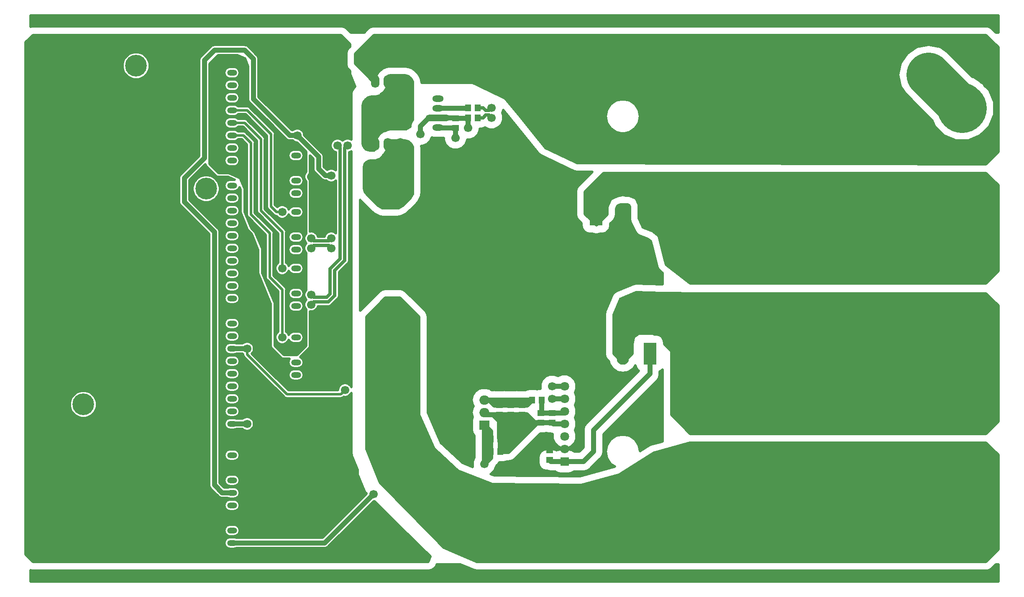
<source format=gbr>
G04 #@! TF.GenerationSoftware,KiCad,Pcbnew,(5.0.0-rc2-dev-586-g888c43477)*
G04 #@! TF.CreationDate,2018-06-04T00:41:44-03:00*
G04 #@! TF.ProjectId,Mcc18,4D636331382E6B696361645F70636200,rev?*
G04 #@! TF.SameCoordinates,Original*
G04 #@! TF.FileFunction,Copper,L2,Bot,Signal*
G04 #@! TF.FilePolarity,Positive*
%FSLAX46Y46*%
G04 Gerber Fmt 4.6, Leading zero omitted, Abs format (unit mm)*
G04 Created by KiCad (PCBNEW (5.0.0-rc2-dev-586-g888c43477)) date 06/04/18 00:41:44*
%MOMM*%
%LPD*%
G01*
G04 APERTURE LIST*
%ADD10O,1.700000X2.540000*%
%ADD11O,2.300000X1.300000*%
%ADD12O,5.000000X1.300000*%
%ADD13O,2.000000X1.200000*%
%ADD14R,2.500000X4.500000*%
%ADD15O,2.500000X4.500000*%
%ADD16C,1.800000*%
%ADD17R,1.800000X1.800000*%
%ADD18C,5.000000*%
%ADD19C,4.400000*%
%ADD20R,1.400000X1.295000*%
%ADD21O,2.000000X1.905000*%
%ADD22R,2.000000X1.905000*%
%ADD23C,2.200000*%
%ADD24R,1.295000X1.400000*%
%ADD25C,2.400000*%
%ADD26C,10.000000*%
%ADD27C,3.000000*%
%ADD28C,1.700000*%
%ADD29C,1.000000*%
%ADD30C,9.000000*%
%ADD31C,0.508000*%
%ADD32C,0.800000*%
%ADD33C,0.635000*%
%ADD34C,0.254000*%
G04 APERTURE END LIST*
D10*
X123952000Y-49530000D03*
X121412000Y-49530000D03*
X126492000Y-49530000D03*
D11*
X134112000Y-58826400D03*
D12*
X134112000Y-56896000D03*
D11*
X134112000Y-54965600D03*
X134112000Y-53035200D03*
D10*
X126492000Y-62230000D03*
X121412000Y-62230000D03*
X123952000Y-62230000D03*
D13*
X105410000Y-64516000D03*
X105410000Y-108966000D03*
X105410000Y-106426000D03*
X105410000Y-103886000D03*
X105410000Y-101346000D03*
X105410000Y-97536000D03*
X105410000Y-94996000D03*
X105410000Y-92456000D03*
X105410000Y-89916000D03*
X105410000Y-87376000D03*
X105410000Y-83566000D03*
X105410000Y-81026000D03*
X105410000Y-78486000D03*
X105410000Y-75946000D03*
X105410000Y-72136000D03*
X105410000Y-69596000D03*
X105410000Y-67056000D03*
D14*
X177016000Y-104648000D03*
D15*
X171566000Y-104648000D03*
X166116000Y-104648000D03*
X177016000Y-76454000D03*
X171566000Y-76454000D03*
D14*
X166116000Y-76454000D03*
D16*
X159766000Y-123952000D03*
D17*
X159766000Y-126492000D03*
D16*
X159766000Y-111252000D03*
X159766000Y-121412000D03*
X159766000Y-118872000D03*
X159766000Y-113792000D03*
X159766000Y-116332000D03*
D18*
X124206000Y-100838000D03*
X124206000Y-71755000D03*
X153289000Y-100838000D03*
X153289000Y-71755000D03*
D19*
X62357000Y-114934000D03*
X73025000Y-46355000D03*
X87225274Y-71247000D03*
D13*
X92456000Y-45212000D03*
X92456000Y-47752000D03*
X92456000Y-50292000D03*
X92456000Y-52832000D03*
X92456000Y-55372000D03*
X92456000Y-57912000D03*
X92456000Y-60452000D03*
X92456000Y-62992000D03*
X92456000Y-65532000D03*
X92456000Y-70612000D03*
X92456000Y-73152000D03*
X92456000Y-75692000D03*
X92456000Y-78232000D03*
X92456000Y-80772000D03*
X92456000Y-83312000D03*
X92456000Y-85852000D03*
X92456000Y-88392000D03*
X92456000Y-90932000D03*
X92456000Y-93472000D03*
X92456000Y-96012000D03*
X92456000Y-98552000D03*
X92456000Y-101092000D03*
X92456000Y-103632000D03*
X92456000Y-106172000D03*
X92456000Y-108712000D03*
X92456000Y-111252000D03*
X92456000Y-113792000D03*
X92456000Y-116332000D03*
X92456000Y-118872000D03*
X92456000Y-125222000D03*
X92456000Y-127762000D03*
X92456000Y-130302000D03*
X92456000Y-132842000D03*
X92456000Y-135382000D03*
X92456000Y-137922000D03*
X92456000Y-140462000D03*
X92456000Y-143002000D03*
D20*
X146558000Y-115062000D03*
X146558000Y-116997000D03*
D21*
X143510000Y-114046000D03*
X143510000Y-116586000D03*
D22*
X143510000Y-119126000D03*
D23*
X220218000Y-74182000D03*
X220218000Y-59182000D03*
X230378000Y-74182000D03*
X230378000Y-59182000D03*
X210058000Y-74182000D03*
X210058000Y-59182000D03*
D24*
X155145500Y-114046000D03*
X153210500Y-114046000D03*
D20*
X148844000Y-116997000D03*
X148844000Y-115062000D03*
D24*
X144780000Y-124460000D03*
X146715000Y-124460000D03*
D20*
X154940000Y-118618000D03*
X154940000Y-116683000D03*
X151130000Y-115062000D03*
X151130000Y-116997000D03*
X157226000Y-118618000D03*
X157226000Y-116683000D03*
X137668000Y-58928000D03*
X137668000Y-56993000D03*
D24*
X146715000Y-121920000D03*
X144780000Y-121920000D03*
D25*
X214630000Y-107628000D03*
X214630000Y-135128000D03*
X227330000Y-104648000D03*
X227330000Y-77148000D03*
X214630000Y-77148000D03*
X214630000Y-104648000D03*
X201930000Y-104648000D03*
X201930000Y-77148000D03*
X227330000Y-107628000D03*
X227330000Y-135128000D03*
X189230000Y-104648000D03*
X189230000Y-77148000D03*
X201930000Y-107628000D03*
X201930000Y-135128000D03*
D26*
X240202000Y-129972000D03*
X240202000Y-104972000D03*
X240202000Y-79972000D03*
X240202000Y-54972000D03*
D27*
X233273600Y-47371000D03*
X210820000Y-47371000D03*
D20*
X156718000Y-126189500D03*
X156718000Y-124254500D03*
D24*
X142191500Y-54864000D03*
X140256500Y-54864000D03*
X140256500Y-56896000D03*
X142191500Y-56896000D03*
D28*
X137668000Y-60960002D03*
X105664000Y-60452000D03*
X112522000Y-68580000D03*
X191262000Y-68834000D03*
X191262000Y-120142000D03*
X140208000Y-58928000D03*
X112522000Y-66294000D03*
X148747000Y-119888000D03*
X157226000Y-111252000D03*
X105664000Y-57658000D03*
X115316000Y-109982000D03*
X115316000Y-114554000D03*
X108458000Y-68834000D03*
X112522000Y-70866000D03*
X130556000Y-60198000D03*
X118364000Y-132842000D03*
X143510000Y-127000000D03*
X121057396Y-133125570D03*
X102616000Y-75946000D03*
X102616000Y-101346000D03*
X102616000Y-87376000D03*
X95504000Y-103632000D03*
X157226000Y-113792000D03*
X115316000Y-112014000D03*
X95504000Y-118872000D03*
X191262000Y-123444000D03*
X135382000Y-140970000D03*
X146050000Y-140970000D03*
X185674000Y-128778000D03*
X185674000Y-137414000D03*
X191262000Y-65532000D03*
X133350000Y-45466000D03*
X128778000Y-42926000D03*
X122682000Y-42926000D03*
X139446000Y-45466000D03*
X108458000Y-83298400D03*
X112522000Y-83298400D03*
X108458000Y-81293600D03*
X112522000Y-81293600D03*
X144994186Y-54877600D03*
X108458000Y-94728400D03*
X115810400Y-62484000D03*
X144994186Y-56882400D03*
X108458000Y-92723600D03*
X113805600Y-62484000D03*
D29*
X134213600Y-58928000D02*
X134112000Y-58826400D01*
X137668000Y-58928000D02*
X134213600Y-58928000D01*
X137668000Y-58928000D02*
X137668000Y-60960002D01*
X88900000Y-131286000D02*
X90456000Y-132842000D01*
X88900000Y-80010000D02*
X88900000Y-131286000D01*
X90456000Y-132842000D02*
X92456000Y-132842000D01*
X82804000Y-73914000D02*
X88900000Y-80010000D01*
X86868000Y-45212000D02*
X86868000Y-65024000D01*
X104140000Y-60452000D02*
X96774000Y-53086000D01*
X86868000Y-65024000D02*
X82804000Y-69088000D01*
X105664000Y-60452000D02*
X104140000Y-60452000D01*
X96774000Y-53086000D02*
X96774000Y-44958000D01*
X96774000Y-44958000D02*
X94996000Y-43180000D01*
X94996000Y-43180000D02*
X88900000Y-43180000D01*
X82804000Y-69088000D02*
X82804000Y-73914000D01*
X88900000Y-43180000D02*
X86868000Y-45212000D01*
X109982000Y-64770000D02*
X105664000Y-60452000D01*
X109982000Y-67242081D02*
X109982000Y-64770000D01*
X111319919Y-68580000D02*
X109982000Y-67242081D01*
X112522000Y-68580000D02*
X111319919Y-68580000D01*
X146558000Y-115062000D02*
X148844000Y-115062000D01*
X152194500Y-115062000D02*
X153210500Y-114046000D01*
X151130000Y-115062000D02*
X152194500Y-115062000D01*
X145542000Y-114046000D02*
X146558000Y-115062000D01*
X143510000Y-114046000D02*
X145542000Y-114046000D01*
X146558000Y-115062000D02*
X147574000Y-114046000D01*
X147828000Y-114046000D02*
X148844000Y-115062000D01*
X147574000Y-114046000D02*
X147828000Y-114046000D01*
X149606000Y-115062000D02*
X149606000Y-114554000D01*
X147574000Y-114046000D02*
X150114000Y-114046000D01*
X149606000Y-114554000D02*
X150114000Y-114046000D01*
X149606000Y-115062000D02*
X151130000Y-115062000D01*
X148844000Y-115062000D02*
X149606000Y-115062000D01*
X151130000Y-115062000D02*
X150114000Y-114046000D01*
X151130000Y-115062000D02*
X152146000Y-114046000D01*
X150114000Y-114046000D02*
X152146000Y-114046000D01*
X152146000Y-114046000D02*
X153210500Y-114046000D01*
X146558000Y-115062000D02*
X145542000Y-115062000D01*
X145542000Y-115062000D02*
X144526000Y-114046000D01*
X143510000Y-114046000D02*
X144526000Y-114046000D01*
X144526000Y-114046000D02*
X147574000Y-114046000D01*
X155145500Y-116477500D02*
X154940000Y-116683000D01*
X155145500Y-114046000D02*
X155145500Y-116477500D01*
X159415000Y-116683000D02*
X159766000Y-116332000D01*
X157226000Y-116683000D02*
X159415000Y-116683000D01*
X157226000Y-116683000D02*
X154940000Y-116683000D01*
D30*
X240202000Y-54972000D02*
X240202000Y-54299400D01*
X240202000Y-54972000D02*
X233426000Y-48196000D01*
D31*
X177016000Y-107406000D02*
X177016000Y-104648000D01*
D32*
X177016000Y-104648000D02*
X177016000Y-108177500D01*
D29*
X165608000Y-124460000D02*
X163576000Y-126492000D01*
X165608000Y-120142000D02*
X165608000Y-124460000D01*
X163576000Y-126492000D02*
X159766000Y-126492000D01*
X177016000Y-104648000D02*
X177016000Y-108734000D01*
X177016000Y-108734000D02*
X165608000Y-120142000D01*
X157020500Y-126492000D02*
X156718000Y-126189500D01*
X159766000Y-126492000D02*
X157020500Y-126492000D01*
X137571000Y-56896000D02*
X137668000Y-56993000D01*
X134112000Y-56896000D02*
X137571000Y-56896000D01*
X140159500Y-56993000D02*
X140256500Y-56896000D01*
X137668000Y-56993000D02*
X140159500Y-56993000D01*
X146715000Y-124460000D02*
X146715000Y-121920000D01*
X146558000Y-121763000D02*
X146715000Y-121920000D01*
X146558000Y-116997000D02*
X146558000Y-121763000D01*
X143921000Y-116997000D02*
X143510000Y-116586000D01*
X157480000Y-118872000D02*
X157226000Y-118618000D01*
X159766000Y-118872000D02*
X157480000Y-118872000D01*
X157226000Y-118618000D02*
X154940000Y-118618000D01*
X152751000Y-118618000D02*
X151130000Y-116997000D01*
X154940000Y-118618000D02*
X152751000Y-118618000D01*
X150017000Y-118618000D02*
X148747000Y-119888000D01*
X146715000Y-119126000D02*
X148844000Y-116997000D01*
X146715000Y-121920000D02*
X146715000Y-119126000D01*
X146558000Y-116997000D02*
X147574000Y-116997000D01*
X146715000Y-117856000D02*
X147574000Y-116997000D01*
X147574000Y-116997000D02*
X151130000Y-116997000D01*
X146838500Y-120650000D02*
X146715000Y-120650000D01*
X146715000Y-121920000D02*
X146715000Y-120650000D01*
X148844000Y-118644500D02*
X146838500Y-120650000D01*
X146715000Y-120650000D02*
X146715000Y-117856000D01*
X147574000Y-119126000D02*
X148844000Y-117856000D01*
X146715000Y-119126000D02*
X147574000Y-119126000D01*
X148844000Y-116997000D02*
X148844000Y-117856000D01*
X148844000Y-117856000D02*
X148844000Y-118644500D01*
X148844000Y-118644500D02*
X148844000Y-118618000D01*
X148844000Y-118618000D02*
X149606000Y-117856000D01*
X149606000Y-117856000D02*
X151384000Y-117856000D01*
X146558000Y-118267000D02*
X145288000Y-116997000D01*
X146558000Y-118969000D02*
X146558000Y-118267000D01*
X146558000Y-116997000D02*
X145288000Y-116997000D01*
X146715000Y-119126000D02*
X146558000Y-118969000D01*
X145288000Y-116997000D02*
X143921000Y-116997000D01*
X151130000Y-116997000D02*
X152049000Y-116997000D01*
X152049000Y-116997000D02*
X153670000Y-118618000D01*
X154940000Y-118618000D02*
X153670000Y-118618000D01*
X153670000Y-118618000D02*
X150017000Y-118618000D01*
X150857000Y-118618000D02*
X154940000Y-118618000D01*
X146715000Y-122760000D02*
X150857000Y-118618000D01*
X146715000Y-124460000D02*
X148362500Y-124460000D01*
X153670000Y-119126000D02*
X154178000Y-118618000D01*
X153670000Y-119152500D02*
X153670000Y-119126000D01*
X147066000Y-124460000D02*
X146715000Y-124460000D01*
X152400000Y-119126000D02*
X147066000Y-124460000D01*
X146715000Y-123698000D02*
X146812000Y-123698000D01*
X146715000Y-123698000D02*
X146715000Y-122760000D01*
X151384000Y-119126000D02*
X152400000Y-119126000D01*
X146812000Y-123698000D02*
X151384000Y-119126000D01*
X153672304Y-119126000D02*
X152400000Y-119126000D01*
X148362500Y-124460000D02*
X153672304Y-119126000D01*
X153672304Y-119126000D02*
X154178000Y-118618000D01*
X140256500Y-58879500D02*
X140208000Y-58928000D01*
X140256500Y-56896000D02*
X140256500Y-58879500D01*
X148747000Y-119888000D02*
X146715000Y-121920000D01*
X112522000Y-66294000D02*
X111672001Y-65444001D01*
X111672001Y-63666001D02*
X105664000Y-57658000D01*
X111672001Y-65444001D02*
X111672001Y-63666001D01*
D31*
X94996000Y-96012000D02*
X92456000Y-96012000D01*
X97536000Y-98552000D02*
X94996000Y-96012000D01*
X103886000Y-111506000D02*
X97536000Y-105156000D01*
X97536000Y-105156000D02*
X97536000Y-98552000D01*
X115316000Y-109982000D02*
X114046000Y-109982000D01*
X112522000Y-111506000D02*
X103886000Y-111506000D01*
X114046000Y-109982000D02*
X112522000Y-111506000D01*
D29*
X157226000Y-111252000D02*
X159766000Y-111252000D01*
X132262000Y-56896000D02*
X134112000Y-56896000D01*
X130556000Y-58602000D02*
X132262000Y-56896000D01*
X130556000Y-60198000D02*
X130556000Y-58602000D01*
X144780000Y-125730000D02*
X144780000Y-123190000D01*
X144780000Y-123190000D02*
X143510000Y-123190000D01*
X143510000Y-123190000D02*
X143510000Y-119126000D01*
X144780000Y-125730000D02*
X143510000Y-127000000D01*
X143510000Y-127000000D02*
X143510000Y-123190000D01*
X144018000Y-124968000D02*
X144780000Y-125730000D01*
X143510000Y-119126000D02*
X144780000Y-120396000D01*
X144780000Y-120396000D02*
X144780000Y-123190000D01*
X143510000Y-119126000D02*
X143510000Y-120142000D01*
X143510000Y-120142000D02*
X144018000Y-120650000D01*
X144780000Y-121920000D02*
X144018000Y-121920000D01*
X144018000Y-120650000D02*
X144018000Y-121920000D01*
X144272000Y-124460000D02*
X144018000Y-124206000D01*
X144780000Y-124460000D02*
X144272000Y-124460000D01*
X144018000Y-124206000D02*
X144018000Y-124968000D01*
X144018000Y-123698000D02*
X144018000Y-124206000D01*
X144018000Y-121920000D02*
X144018000Y-122428000D01*
X144018000Y-125730000D02*
X144780000Y-125730000D01*
X111180966Y-143002000D02*
X121057396Y-133125570D01*
X92456000Y-143002000D02*
X111180966Y-143002000D01*
D31*
X95504000Y-55372000D02*
X92456000Y-55372000D01*
X100330000Y-60198000D02*
X95504000Y-55372000D01*
X100330000Y-74862081D02*
X100330000Y-60198000D01*
X102616000Y-75946000D02*
X101413919Y-75946000D01*
X101413919Y-75946000D02*
X100330000Y-74862081D01*
X94742000Y-60452000D02*
X92456000Y-60452000D01*
X102616000Y-91694000D02*
X100076000Y-89154000D01*
X102616000Y-101346000D02*
X102616000Y-91694000D01*
X100076000Y-89154000D02*
X100076000Y-80264000D01*
X100076000Y-80264000D02*
X96266000Y-76454000D01*
X96266000Y-76454000D02*
X96266000Y-61976000D01*
X96266000Y-61976000D02*
X94742000Y-60452000D01*
X94996000Y-57912000D02*
X92456000Y-57912000D01*
X98298000Y-61214000D02*
X94996000Y-57912000D01*
X98298000Y-75692000D02*
X98298000Y-61214000D01*
X102616000Y-87376000D02*
X102616000Y-80010000D01*
X102616000Y-80010000D02*
X98298000Y-75692000D01*
X95504000Y-103632000D02*
X95504000Y-104834081D01*
X95504000Y-104834081D02*
X103533918Y-112863999D01*
X114466001Y-112863999D02*
X115316000Y-112014000D01*
X103533918Y-112863999D02*
X114466001Y-112863999D01*
D29*
X94456000Y-103632000D02*
X92456000Y-103632000D01*
X92456000Y-103632000D02*
X95504000Y-103632000D01*
X159766000Y-113792000D02*
X157226000Y-113792000D01*
X92456000Y-118872000D02*
X95504000Y-118872000D01*
D31*
X92075000Y-140716000D02*
X91948000Y-140843000D01*
D33*
X108458000Y-83298400D02*
X108990500Y-82765900D01*
X111989500Y-82765900D02*
X112522000Y-83298400D01*
X108990500Y-82765900D02*
X111989500Y-82765900D01*
X108458000Y-81293600D02*
X108990500Y-81826100D01*
X108990500Y-81826100D02*
X111989500Y-81826100D01*
X111989500Y-81826100D02*
X112522000Y-81293600D01*
X143787601Y-55410100D02*
X144461686Y-55410100D01*
X143241501Y-54864000D02*
X143787601Y-55410100D01*
X142191500Y-54864000D02*
X143241501Y-54864000D01*
X144461686Y-55410100D02*
X144994186Y-54877600D01*
X113245900Y-87824640D02*
X115277900Y-85792640D01*
X115277900Y-85792640D02*
X115277900Y-63016500D01*
X108990500Y-94195900D02*
X111954640Y-94195900D01*
X115277900Y-63016500D02*
X115810400Y-62484000D01*
X111954640Y-94195900D02*
X113245900Y-92904640D01*
X108458000Y-94728400D02*
X108990500Y-94195900D01*
X113245900Y-92904640D02*
X113245900Y-87824640D01*
D29*
X140154900Y-54965600D02*
X140256500Y-54864000D01*
X134112000Y-54965600D02*
X140154900Y-54965600D01*
D33*
X143787601Y-56349900D02*
X144461686Y-56349900D01*
X142191500Y-56896000D02*
X143241501Y-56896000D01*
X144461686Y-56349900D02*
X144994186Y-56882400D01*
X143241501Y-56896000D02*
X143787601Y-56349900D01*
X114338100Y-63016500D02*
X113805600Y-62484000D01*
X114338100Y-85403360D02*
X114338100Y-63016500D01*
X112306100Y-87435360D02*
X114338100Y-85403360D01*
X112306100Y-92515360D02*
X112306100Y-87435360D01*
X108458000Y-92723600D02*
X108990500Y-93256100D01*
X111565360Y-93256100D02*
X112306100Y-92515360D01*
X108990500Y-93256100D02*
X111565360Y-93256100D01*
D31*
G36*
X154536831Y-64150567D02*
X155062736Y-64564705D01*
X161585091Y-67680334D01*
X162237727Y-67829167D01*
X165400736Y-67838002D01*
X162498369Y-70740369D01*
X162168008Y-71234790D01*
X162052000Y-71818000D01*
X162052000Y-76454000D01*
X162168008Y-77037210D01*
X162498369Y-77531631D01*
X163208553Y-78241815D01*
X163208553Y-78704000D01*
X163334719Y-79338278D01*
X163694008Y-79875992D01*
X164231722Y-80235281D01*
X164866000Y-80361447D01*
X165472110Y-80361447D01*
X165532790Y-80401992D01*
X166116000Y-80518000D01*
X166243000Y-80518000D01*
X166826210Y-80401992D01*
X166886890Y-80361447D01*
X167366000Y-80361447D01*
X168000278Y-80235281D01*
X168537992Y-79875992D01*
X168897281Y-79338278D01*
X169023447Y-78704000D01*
X169023447Y-78368815D01*
X169733631Y-77658631D01*
X170063992Y-77164210D01*
X170180000Y-76581000D01*
X170180000Y-75369167D01*
X170457419Y-74699419D01*
X171127167Y-74422000D01*
X172460438Y-74422000D01*
X172823581Y-74572419D01*
X172974000Y-74935562D01*
X172974000Y-77315118D01*
X173113426Y-77951932D01*
X174002426Y-79884814D01*
X174395192Y-80405106D01*
X174512787Y-80505902D01*
X174975849Y-80778133D01*
X176545031Y-81358611D01*
X177222816Y-81881742D01*
X178614287Y-87194631D01*
X178766593Y-87566781D01*
X179157399Y-88014957D01*
X179578000Y-88339587D01*
X179578000Y-90589162D01*
X179415011Y-90587310D01*
X174221773Y-90469283D01*
X173619971Y-90578362D01*
X170247825Y-91930472D01*
X169737369Y-92267369D01*
X169407008Y-92761790D01*
X168010008Y-96134446D01*
X167894000Y-96717656D01*
X167894000Y-104775000D01*
X168010008Y-105358210D01*
X168340369Y-105852631D01*
X168757800Y-106270062D01*
X168857244Y-106770002D01*
X169492808Y-107721191D01*
X170443997Y-108356756D01*
X171566000Y-108579936D01*
X172688002Y-108356756D01*
X173639191Y-107721192D01*
X174127061Y-106991044D01*
X174234719Y-107532278D01*
X174594008Y-108069992D01*
X174728066Y-108159566D01*
X164317776Y-118569857D01*
X164148778Y-118682778D01*
X163701434Y-119352276D01*
X163584000Y-119942657D01*
X163584000Y-119942661D01*
X163544349Y-120142000D01*
X163584000Y-120341340D01*
X163584001Y-123621632D01*
X162737633Y-124468000D01*
X161726941Y-124468000D01*
X161260635Y-124156424D01*
X160666000Y-124038144D01*
X158866000Y-124038144D01*
X158271365Y-124156424D01*
X158179415Y-124217863D01*
X158012635Y-124106424D01*
X157418000Y-123988144D01*
X156018000Y-123988144D01*
X155423365Y-124106424D01*
X154919258Y-124443258D01*
X154582424Y-124947365D01*
X154464144Y-125542000D01*
X154464144Y-126837000D01*
X154582424Y-127431635D01*
X154919258Y-127935742D01*
X155423365Y-128272576D01*
X156018000Y-128390856D01*
X156219236Y-128390856D01*
X156230775Y-128398566D01*
X156821156Y-128516000D01*
X156821161Y-128516000D01*
X157020500Y-128555651D01*
X157219839Y-128516000D01*
X157805059Y-128516000D01*
X158271365Y-128827576D01*
X158866000Y-128945856D01*
X160666000Y-128945856D01*
X161260635Y-128827576D01*
X161726941Y-128516000D01*
X163376661Y-128516000D01*
X163576000Y-128555651D01*
X163775339Y-128516000D01*
X163775344Y-128516000D01*
X164365725Y-128398566D01*
X165035222Y-127951222D01*
X165148143Y-127782224D01*
X166898227Y-126032141D01*
X167067222Y-125919222D01*
X167514566Y-125249725D01*
X167632000Y-124659344D01*
X167632000Y-124659339D01*
X167671651Y-124460000D01*
X167632000Y-124260661D01*
X167632000Y-120980367D01*
X178306227Y-110306141D01*
X178475222Y-110193222D01*
X178685236Y-109878914D01*
X178922565Y-109523727D01*
X178922565Y-109523726D01*
X178922566Y-109523725D01*
X179040000Y-108933344D01*
X179040000Y-108933340D01*
X179079651Y-108734001D01*
X179040000Y-108534662D01*
X179040000Y-108335922D01*
X179437992Y-108069992D01*
X179578000Y-107860455D01*
X179578000Y-122413246D01*
X177283085Y-123065316D01*
X176898269Y-123234982D01*
X175034650Y-124387037D01*
X174792844Y-123171397D01*
X174035720Y-122038280D01*
X172902603Y-121281156D01*
X171903390Y-121082400D01*
X171228610Y-121082400D01*
X170229397Y-121281156D01*
X169096280Y-122038280D01*
X168339156Y-123171397D01*
X168073289Y-124508000D01*
X168339156Y-125844603D01*
X169096280Y-126977720D01*
X169936099Y-127538869D01*
X169916856Y-127550765D01*
X162931024Y-129498740D01*
X145523373Y-129328077D01*
X144794276Y-129037635D01*
X144854763Y-129012580D01*
X145522580Y-128344763D01*
X145872581Y-127499786D01*
X146070224Y-127302143D01*
X146239222Y-127189222D01*
X146556852Y-126713856D01*
X147362500Y-126713856D01*
X147957135Y-126595576D01*
X148124120Y-126484000D01*
X148165483Y-126484000D01*
X148367191Y-126523646D01*
X148759300Y-126444724D01*
X149152225Y-126366566D01*
X149154215Y-126365236D01*
X149156557Y-126364765D01*
X149488750Y-126141707D01*
X149821722Y-125919222D01*
X149935932Y-125748295D01*
X154842513Y-120819356D01*
X155640000Y-120819356D01*
X156083000Y-120731238D01*
X156526000Y-120819356D01*
X156895340Y-120819356D01*
X157280656Y-120896000D01*
X157280660Y-120896000D01*
X157350279Y-120909848D01*
X157342000Y-120929836D01*
X157342000Y-121894164D01*
X157711032Y-122785086D01*
X158392914Y-123466968D01*
X159283836Y-123836000D01*
X160248164Y-123836000D01*
X161139086Y-123466968D01*
X161820968Y-122785086D01*
X162190000Y-121894164D01*
X162190000Y-120929836D01*
X161863668Y-120142000D01*
X162190000Y-119354164D01*
X162190000Y-118389836D01*
X161863668Y-117602000D01*
X162190000Y-116814164D01*
X162190000Y-115849836D01*
X161863668Y-115062000D01*
X162190000Y-114274164D01*
X162190000Y-113309836D01*
X161863668Y-112522000D01*
X162190000Y-111734164D01*
X162190000Y-110769836D01*
X161820968Y-109878914D01*
X161139086Y-109197032D01*
X160248164Y-108828000D01*
X159283836Y-108828000D01*
X158430672Y-109181392D01*
X157698218Y-108878000D01*
X156753782Y-108878000D01*
X155881237Y-109239420D01*
X155213420Y-109907237D01*
X154852000Y-110779782D01*
X154852000Y-111724218D01*
X154880136Y-111792144D01*
X154498000Y-111792144D01*
X154178000Y-111855796D01*
X153858000Y-111792144D01*
X152563000Y-111792144D01*
X151968365Y-111910424D01*
X151801380Y-112022000D01*
X150313339Y-112022000D01*
X150114000Y-111982349D01*
X150113999Y-111982349D01*
X149914660Y-112022000D01*
X148027339Y-112022000D01*
X147828000Y-111982349D01*
X147701000Y-112007611D01*
X147574000Y-111982349D01*
X147374661Y-112022000D01*
X145741339Y-112022000D01*
X145542000Y-111982349D01*
X145342661Y-112022000D01*
X144985952Y-112022000D01*
X144523782Y-111713188D01*
X143801412Y-111569500D01*
X143218588Y-111569500D01*
X142496218Y-111713188D01*
X141677043Y-112260543D01*
X141129688Y-113079718D01*
X140937483Y-114046000D01*
X141129688Y-115012282D01*
X141332626Y-115316000D01*
X141129688Y-115619718D01*
X140937483Y-116586000D01*
X141121085Y-117509032D01*
X141074424Y-117578865D01*
X140956144Y-118173500D01*
X140956144Y-120078500D01*
X141074424Y-120673135D01*
X141411258Y-121177242D01*
X141486000Y-121227183D01*
X141486000Y-122990655D01*
X141446348Y-123190000D01*
X141486001Y-123389349D01*
X141486000Y-125682806D01*
X141136000Y-126527782D01*
X141136000Y-127472218D01*
X141189630Y-127601692D01*
X139121253Y-126777736D01*
X134757088Y-122725297D01*
X132080000Y-116586167D01*
X132080000Y-97091000D01*
X131963992Y-96507790D01*
X131633631Y-96013369D01*
X127633631Y-92013369D01*
X127139210Y-91683008D01*
X126556000Y-91567000D01*
X123380000Y-91567000D01*
X122796790Y-91683008D01*
X122302369Y-92013369D01*
X118364000Y-95951738D01*
X118364000Y-73526996D01*
X118380155Y-73545417D01*
X120764583Y-75929845D01*
X120914461Y-76061284D01*
X121328674Y-76379121D01*
X121673217Y-76578043D01*
X122155579Y-76777844D01*
X122539868Y-76880814D01*
X123057506Y-76948962D01*
X123256427Y-76962000D01*
X125663573Y-76962000D01*
X125862494Y-76948962D01*
X126380132Y-76880814D01*
X126764421Y-76777844D01*
X127246783Y-76578043D01*
X127591326Y-76379121D01*
X128005539Y-76061284D01*
X128155417Y-75929845D01*
X129777845Y-74307417D01*
X129909284Y-74157539D01*
X130227121Y-73743326D01*
X130426043Y-73398783D01*
X130625844Y-72916421D01*
X130728814Y-72532132D01*
X130796962Y-72014494D01*
X130810000Y-71815573D01*
X130810000Y-63214000D01*
X130796962Y-63015079D01*
X130738630Y-62572000D01*
X131028218Y-62572000D01*
X131900763Y-62210580D01*
X132568580Y-61542763D01*
X132839260Y-60889283D01*
X133397881Y-61000400D01*
X134826119Y-61000400D01*
X135069442Y-60952000D01*
X135294000Y-60952000D01*
X135294000Y-61432220D01*
X135655420Y-62304765D01*
X136323237Y-62972582D01*
X137195782Y-63334002D01*
X138140218Y-63334002D01*
X139012763Y-62972582D01*
X139680580Y-62304765D01*
X140042000Y-61432220D01*
X140042000Y-61302000D01*
X140680218Y-61302000D01*
X141552763Y-60940580D01*
X142220580Y-60272763D01*
X142582000Y-59400218D01*
X142582000Y-59149856D01*
X142839000Y-59149856D01*
X143433635Y-59031576D01*
X143644874Y-58890431D01*
X143649423Y-58894980D01*
X144521968Y-59256400D01*
X145466404Y-59256400D01*
X146338949Y-58894980D01*
X147006766Y-58227163D01*
X147368186Y-57354618D01*
X147368186Y-56410182D01*
X147148577Y-55880000D01*
X147368186Y-55349818D01*
X147368186Y-55327618D01*
X154536831Y-64150567D01*
X154536831Y-64150567D01*
G37*
X154536831Y-64150567D02*
X155062736Y-64564705D01*
X161585091Y-67680334D01*
X162237727Y-67829167D01*
X165400736Y-67838002D01*
X162498369Y-70740369D01*
X162168008Y-71234790D01*
X162052000Y-71818000D01*
X162052000Y-76454000D01*
X162168008Y-77037210D01*
X162498369Y-77531631D01*
X163208553Y-78241815D01*
X163208553Y-78704000D01*
X163334719Y-79338278D01*
X163694008Y-79875992D01*
X164231722Y-80235281D01*
X164866000Y-80361447D01*
X165472110Y-80361447D01*
X165532790Y-80401992D01*
X166116000Y-80518000D01*
X166243000Y-80518000D01*
X166826210Y-80401992D01*
X166886890Y-80361447D01*
X167366000Y-80361447D01*
X168000278Y-80235281D01*
X168537992Y-79875992D01*
X168897281Y-79338278D01*
X169023447Y-78704000D01*
X169023447Y-78368815D01*
X169733631Y-77658631D01*
X170063992Y-77164210D01*
X170180000Y-76581000D01*
X170180000Y-75369167D01*
X170457419Y-74699419D01*
X171127167Y-74422000D01*
X172460438Y-74422000D01*
X172823581Y-74572419D01*
X172974000Y-74935562D01*
X172974000Y-77315118D01*
X173113426Y-77951932D01*
X174002426Y-79884814D01*
X174395192Y-80405106D01*
X174512787Y-80505902D01*
X174975849Y-80778133D01*
X176545031Y-81358611D01*
X177222816Y-81881742D01*
X178614287Y-87194631D01*
X178766593Y-87566781D01*
X179157399Y-88014957D01*
X179578000Y-88339587D01*
X179578000Y-90589162D01*
X179415011Y-90587310D01*
X174221773Y-90469283D01*
X173619971Y-90578362D01*
X170247825Y-91930472D01*
X169737369Y-92267369D01*
X169407008Y-92761790D01*
X168010008Y-96134446D01*
X167894000Y-96717656D01*
X167894000Y-104775000D01*
X168010008Y-105358210D01*
X168340369Y-105852631D01*
X168757800Y-106270062D01*
X168857244Y-106770002D01*
X169492808Y-107721191D01*
X170443997Y-108356756D01*
X171566000Y-108579936D01*
X172688002Y-108356756D01*
X173639191Y-107721192D01*
X174127061Y-106991044D01*
X174234719Y-107532278D01*
X174594008Y-108069992D01*
X174728066Y-108159566D01*
X164317776Y-118569857D01*
X164148778Y-118682778D01*
X163701434Y-119352276D01*
X163584000Y-119942657D01*
X163584000Y-119942661D01*
X163544349Y-120142000D01*
X163584000Y-120341340D01*
X163584001Y-123621632D01*
X162737633Y-124468000D01*
X161726941Y-124468000D01*
X161260635Y-124156424D01*
X160666000Y-124038144D01*
X158866000Y-124038144D01*
X158271365Y-124156424D01*
X158179415Y-124217863D01*
X158012635Y-124106424D01*
X157418000Y-123988144D01*
X156018000Y-123988144D01*
X155423365Y-124106424D01*
X154919258Y-124443258D01*
X154582424Y-124947365D01*
X154464144Y-125542000D01*
X154464144Y-126837000D01*
X154582424Y-127431635D01*
X154919258Y-127935742D01*
X155423365Y-128272576D01*
X156018000Y-128390856D01*
X156219236Y-128390856D01*
X156230775Y-128398566D01*
X156821156Y-128516000D01*
X156821161Y-128516000D01*
X157020500Y-128555651D01*
X157219839Y-128516000D01*
X157805059Y-128516000D01*
X158271365Y-128827576D01*
X158866000Y-128945856D01*
X160666000Y-128945856D01*
X161260635Y-128827576D01*
X161726941Y-128516000D01*
X163376661Y-128516000D01*
X163576000Y-128555651D01*
X163775339Y-128516000D01*
X163775344Y-128516000D01*
X164365725Y-128398566D01*
X165035222Y-127951222D01*
X165148143Y-127782224D01*
X166898227Y-126032141D01*
X167067222Y-125919222D01*
X167514566Y-125249725D01*
X167632000Y-124659344D01*
X167632000Y-124659339D01*
X167671651Y-124460000D01*
X167632000Y-124260661D01*
X167632000Y-120980367D01*
X178306227Y-110306141D01*
X178475222Y-110193222D01*
X178685236Y-109878914D01*
X178922565Y-109523727D01*
X178922565Y-109523726D01*
X178922566Y-109523725D01*
X179040000Y-108933344D01*
X179040000Y-108933340D01*
X179079651Y-108734001D01*
X179040000Y-108534662D01*
X179040000Y-108335922D01*
X179437992Y-108069992D01*
X179578000Y-107860455D01*
X179578000Y-122413246D01*
X177283085Y-123065316D01*
X176898269Y-123234982D01*
X175034650Y-124387037D01*
X174792844Y-123171397D01*
X174035720Y-122038280D01*
X172902603Y-121281156D01*
X171903390Y-121082400D01*
X171228610Y-121082400D01*
X170229397Y-121281156D01*
X169096280Y-122038280D01*
X168339156Y-123171397D01*
X168073289Y-124508000D01*
X168339156Y-125844603D01*
X169096280Y-126977720D01*
X169936099Y-127538869D01*
X169916856Y-127550765D01*
X162931024Y-129498740D01*
X145523373Y-129328077D01*
X144794276Y-129037635D01*
X144854763Y-129012580D01*
X145522580Y-128344763D01*
X145872581Y-127499786D01*
X146070224Y-127302143D01*
X146239222Y-127189222D01*
X146556852Y-126713856D01*
X147362500Y-126713856D01*
X147957135Y-126595576D01*
X148124120Y-126484000D01*
X148165483Y-126484000D01*
X148367191Y-126523646D01*
X148759300Y-126444724D01*
X149152225Y-126366566D01*
X149154215Y-126365236D01*
X149156557Y-126364765D01*
X149488750Y-126141707D01*
X149821722Y-125919222D01*
X149935932Y-125748295D01*
X154842513Y-120819356D01*
X155640000Y-120819356D01*
X156083000Y-120731238D01*
X156526000Y-120819356D01*
X156895340Y-120819356D01*
X157280656Y-120896000D01*
X157280660Y-120896000D01*
X157350279Y-120909848D01*
X157342000Y-120929836D01*
X157342000Y-121894164D01*
X157711032Y-122785086D01*
X158392914Y-123466968D01*
X159283836Y-123836000D01*
X160248164Y-123836000D01*
X161139086Y-123466968D01*
X161820968Y-122785086D01*
X162190000Y-121894164D01*
X162190000Y-120929836D01*
X161863668Y-120142000D01*
X162190000Y-119354164D01*
X162190000Y-118389836D01*
X161863668Y-117602000D01*
X162190000Y-116814164D01*
X162190000Y-115849836D01*
X161863668Y-115062000D01*
X162190000Y-114274164D01*
X162190000Y-113309836D01*
X161863668Y-112522000D01*
X162190000Y-111734164D01*
X162190000Y-110769836D01*
X161820968Y-109878914D01*
X161139086Y-109197032D01*
X160248164Y-108828000D01*
X159283836Y-108828000D01*
X158430672Y-109181392D01*
X157698218Y-108878000D01*
X156753782Y-108878000D01*
X155881237Y-109239420D01*
X155213420Y-109907237D01*
X154852000Y-110779782D01*
X154852000Y-111724218D01*
X154880136Y-111792144D01*
X154498000Y-111792144D01*
X154178000Y-111855796D01*
X153858000Y-111792144D01*
X152563000Y-111792144D01*
X151968365Y-111910424D01*
X151801380Y-112022000D01*
X150313339Y-112022000D01*
X150114000Y-111982349D01*
X150113999Y-111982349D01*
X149914660Y-112022000D01*
X148027339Y-112022000D01*
X147828000Y-111982349D01*
X147701000Y-112007611D01*
X147574000Y-111982349D01*
X147374661Y-112022000D01*
X145741339Y-112022000D01*
X145542000Y-111982349D01*
X145342661Y-112022000D01*
X144985952Y-112022000D01*
X144523782Y-111713188D01*
X143801412Y-111569500D01*
X143218588Y-111569500D01*
X142496218Y-111713188D01*
X141677043Y-112260543D01*
X141129688Y-113079718D01*
X140937483Y-114046000D01*
X141129688Y-115012282D01*
X141332626Y-115316000D01*
X141129688Y-115619718D01*
X140937483Y-116586000D01*
X141121085Y-117509032D01*
X141074424Y-117578865D01*
X140956144Y-118173500D01*
X140956144Y-120078500D01*
X141074424Y-120673135D01*
X141411258Y-121177242D01*
X141486000Y-121227183D01*
X141486000Y-122990655D01*
X141446348Y-123190000D01*
X141486001Y-123389349D01*
X141486000Y-125682806D01*
X141136000Y-126527782D01*
X141136000Y-127472218D01*
X141189630Y-127601692D01*
X139121253Y-126777736D01*
X134757088Y-122725297D01*
X132080000Y-116586167D01*
X132080000Y-97091000D01*
X131963992Y-96507790D01*
X131633631Y-96013369D01*
X127633631Y-92013369D01*
X127139210Y-91683008D01*
X126556000Y-91567000D01*
X123380000Y-91567000D01*
X122796790Y-91683008D01*
X122302369Y-92013369D01*
X118364000Y-95951738D01*
X118364000Y-73526996D01*
X118380155Y-73545417D01*
X120764583Y-75929845D01*
X120914461Y-76061284D01*
X121328674Y-76379121D01*
X121673217Y-76578043D01*
X122155579Y-76777844D01*
X122539868Y-76880814D01*
X123057506Y-76948962D01*
X123256427Y-76962000D01*
X125663573Y-76962000D01*
X125862494Y-76948962D01*
X126380132Y-76880814D01*
X126764421Y-76777844D01*
X127246783Y-76578043D01*
X127591326Y-76379121D01*
X128005539Y-76061284D01*
X128155417Y-75929845D01*
X129777845Y-74307417D01*
X129909284Y-74157539D01*
X130227121Y-73743326D01*
X130426043Y-73398783D01*
X130625844Y-72916421D01*
X130728814Y-72532132D01*
X130796962Y-72014494D01*
X130810000Y-71815573D01*
X130810000Y-63214000D01*
X130796962Y-63015079D01*
X130738630Y-62572000D01*
X131028218Y-62572000D01*
X131900763Y-62210580D01*
X132568580Y-61542763D01*
X132839260Y-60889283D01*
X133397881Y-61000400D01*
X134826119Y-61000400D01*
X135069442Y-60952000D01*
X135294000Y-60952000D01*
X135294000Y-61432220D01*
X135655420Y-62304765D01*
X136323237Y-62972582D01*
X137195782Y-63334002D01*
X138140218Y-63334002D01*
X139012763Y-62972582D01*
X139680580Y-62304765D01*
X140042000Y-61432220D01*
X140042000Y-61302000D01*
X140680218Y-61302000D01*
X141552763Y-60940580D01*
X142220580Y-60272763D01*
X142582000Y-59400218D01*
X142582000Y-59149856D01*
X142839000Y-59149856D01*
X143433635Y-59031576D01*
X143644874Y-58890431D01*
X143649423Y-58894980D01*
X144521968Y-59256400D01*
X145466404Y-59256400D01*
X146338949Y-58894980D01*
X147006766Y-58227163D01*
X147368186Y-57354618D01*
X147368186Y-56410182D01*
X147148577Y-55880000D01*
X147368186Y-55349818D01*
X147368186Y-55327618D01*
X154536831Y-64150567D01*
G36*
X179383262Y-92365048D02*
X179386147Y-92365098D01*
X187385114Y-92455984D01*
X187388000Y-92456000D01*
X245068790Y-92456000D01*
X247575000Y-94962210D01*
X247575001Y-118397789D01*
X245068790Y-120904000D01*
X185207210Y-120904000D01*
X181356000Y-117052790D01*
X181356000Y-104267000D01*
X181336665Y-104169798D01*
X181281605Y-104087395D01*
X179923447Y-102729237D01*
X179923447Y-102398000D01*
X179797281Y-101763722D01*
X179437992Y-101226008D01*
X178900278Y-100866719D01*
X178266000Y-100740553D01*
X177934763Y-100740553D01*
X177852605Y-100658395D01*
X177770202Y-100603335D01*
X177673000Y-100584000D01*
X174927916Y-100584000D01*
X174830714Y-100603335D01*
X174785516Y-100627671D01*
X173847600Y-101262671D01*
X173777950Y-101333175D01*
X173740583Y-101424967D01*
X173486583Y-102743883D01*
X173482000Y-102791916D01*
X173482000Y-104669790D01*
X171577000Y-106574790D01*
X169672000Y-104669790D01*
X169672000Y-96768179D01*
X171008754Y-93540969D01*
X174233389Y-92248006D01*
X179383262Y-92365048D01*
X179383262Y-92365048D01*
G37*
X179383262Y-92365048D02*
X179386147Y-92365098D01*
X187385114Y-92455984D01*
X187388000Y-92456000D01*
X245068790Y-92456000D01*
X247575000Y-94962210D01*
X247575001Y-118397789D01*
X245068790Y-120904000D01*
X185207210Y-120904000D01*
X181356000Y-117052790D01*
X181356000Y-104267000D01*
X181336665Y-104169798D01*
X181281605Y-104087395D01*
X179923447Y-102729237D01*
X179923447Y-102398000D01*
X179797281Y-101763722D01*
X179437992Y-101226008D01*
X178900278Y-100866719D01*
X178266000Y-100740553D01*
X177934763Y-100740553D01*
X177852605Y-100658395D01*
X177770202Y-100603335D01*
X177673000Y-100584000D01*
X174927916Y-100584000D01*
X174830714Y-100603335D01*
X174785516Y-100627671D01*
X173847600Y-101262671D01*
X173777950Y-101333175D01*
X173740583Y-101424967D01*
X173486583Y-102743883D01*
X173482000Y-102791916D01*
X173482000Y-104669790D01*
X171577000Y-106574790D01*
X169672000Y-104669790D01*
X169672000Y-96768179D01*
X171008754Y-93540969D01*
X174233389Y-92248006D01*
X179383262Y-92365048D01*
G36*
X247575000Y-42638210D02*
X247575000Y-63783831D01*
X245069308Y-66282534D01*
X162299871Y-66051334D01*
X155880707Y-62984998D01*
X150688022Y-56594000D01*
X168073289Y-56594000D01*
X168339156Y-57930603D01*
X169096280Y-59063720D01*
X170229397Y-59820844D01*
X171228610Y-60019600D01*
X171903390Y-60019600D01*
X172902603Y-59820844D01*
X174035720Y-59063720D01*
X174792844Y-57930603D01*
X175058711Y-56594000D01*
X174792844Y-55257397D01*
X174035720Y-54124280D01*
X172902603Y-53367156D01*
X171903390Y-53168400D01*
X171228610Y-53168400D01*
X170229397Y-53367156D01*
X169096280Y-54124280D01*
X168339156Y-55257397D01*
X168073289Y-56594000D01*
X150688022Y-56594000D01*
X147753504Y-52982285D01*
X147665533Y-52913110D01*
X141143162Y-49808654D01*
X141034000Y-49784000D01*
X130793924Y-49784000D01*
X130728814Y-49289441D01*
X130625844Y-48905152D01*
X130426043Y-48422790D01*
X130295106Y-48196000D01*
X227283983Y-48196000D01*
X227751517Y-50546448D01*
X228746854Y-52036076D01*
X234171220Y-57460443D01*
X234671220Y-58667549D01*
X236506451Y-60502780D01*
X238904296Y-61496000D01*
X241499704Y-61496000D01*
X243897549Y-60502780D01*
X245732780Y-58667549D01*
X246726000Y-56269704D01*
X246726000Y-53674296D01*
X245732780Y-51276451D01*
X244811661Y-50355332D01*
X244545062Y-49956338D01*
X244146067Y-49689738D01*
X243897549Y-49441220D01*
X243572844Y-49306723D01*
X242552448Y-48624916D01*
X242329864Y-48580641D01*
X237266076Y-43516854D01*
X235776448Y-42521517D01*
X233426000Y-42053983D01*
X231075552Y-42521517D01*
X229082939Y-43852939D01*
X227751517Y-45845552D01*
X227283983Y-48196000D01*
X130295106Y-48196000D01*
X130227122Y-48078249D01*
X129909285Y-47664035D01*
X129627965Y-47382715D01*
X129213751Y-47064878D01*
X128869210Y-46865957D01*
X128386848Y-46666156D01*
X128002559Y-46563186D01*
X127484921Y-46495038D01*
X127286000Y-46482000D01*
X124460000Y-46482000D01*
X124221594Y-46500763D01*
X123750652Y-46575353D01*
X123297177Y-46722696D01*
X122872334Y-46939164D01*
X122486584Y-47219427D01*
X122442739Y-47263272D01*
X122240443Y-47398442D01*
X121967024Y-47807641D01*
X121869164Y-47942334D01*
X121843920Y-47991879D01*
X121715741Y-48183711D01*
X121696251Y-48281696D01*
X121652696Y-48367177D01*
X121505353Y-48820652D01*
X121430763Y-49291594D01*
X121412000Y-49530000D01*
X121412000Y-49784000D01*
X121199210Y-49784000D01*
X117348000Y-45932790D01*
X117348000Y-43983210D01*
X121199210Y-40132000D01*
X245068790Y-40132000D01*
X247575000Y-42638210D01*
X247575000Y-42638210D01*
G37*
X247575000Y-42638210D02*
X247575000Y-63783831D01*
X245069308Y-66282534D01*
X162299871Y-66051334D01*
X155880707Y-62984998D01*
X150688022Y-56594000D01*
X168073289Y-56594000D01*
X168339156Y-57930603D01*
X169096280Y-59063720D01*
X170229397Y-59820844D01*
X171228610Y-60019600D01*
X171903390Y-60019600D01*
X172902603Y-59820844D01*
X174035720Y-59063720D01*
X174792844Y-57930603D01*
X175058711Y-56594000D01*
X174792844Y-55257397D01*
X174035720Y-54124280D01*
X172902603Y-53367156D01*
X171903390Y-53168400D01*
X171228610Y-53168400D01*
X170229397Y-53367156D01*
X169096280Y-54124280D01*
X168339156Y-55257397D01*
X168073289Y-56594000D01*
X150688022Y-56594000D01*
X147753504Y-52982285D01*
X147665533Y-52913110D01*
X141143162Y-49808654D01*
X141034000Y-49784000D01*
X130793924Y-49784000D01*
X130728814Y-49289441D01*
X130625844Y-48905152D01*
X130426043Y-48422790D01*
X130295106Y-48196000D01*
X227283983Y-48196000D01*
X227751517Y-50546448D01*
X228746854Y-52036076D01*
X234171220Y-57460443D01*
X234671220Y-58667549D01*
X236506451Y-60502780D01*
X238904296Y-61496000D01*
X241499704Y-61496000D01*
X243897549Y-60502780D01*
X245732780Y-58667549D01*
X246726000Y-56269704D01*
X246726000Y-53674296D01*
X245732780Y-51276451D01*
X244811661Y-50355332D01*
X244545062Y-49956338D01*
X244146067Y-49689738D01*
X243897549Y-49441220D01*
X243572844Y-49306723D01*
X242552448Y-48624916D01*
X242329864Y-48580641D01*
X237266076Y-43516854D01*
X235776448Y-42521517D01*
X233426000Y-42053983D01*
X231075552Y-42521517D01*
X229082939Y-43852939D01*
X227751517Y-45845552D01*
X227283983Y-48196000D01*
X130295106Y-48196000D01*
X130227122Y-48078249D01*
X129909285Y-47664035D01*
X129627965Y-47382715D01*
X129213751Y-47064878D01*
X128869210Y-46865957D01*
X128386848Y-46666156D01*
X128002559Y-46563186D01*
X127484921Y-46495038D01*
X127286000Y-46482000D01*
X124460000Y-46482000D01*
X124221594Y-46500763D01*
X123750652Y-46575353D01*
X123297177Y-46722696D01*
X122872334Y-46939164D01*
X122486584Y-47219427D01*
X122442739Y-47263272D01*
X122240443Y-47398442D01*
X121967024Y-47807641D01*
X121869164Y-47942334D01*
X121843920Y-47991879D01*
X121715741Y-48183711D01*
X121696251Y-48281696D01*
X121652696Y-48367177D01*
X121505353Y-48820652D01*
X121430763Y-49291594D01*
X121412000Y-49530000D01*
X121412000Y-49784000D01*
X121199210Y-49784000D01*
X117348000Y-45932790D01*
X117348000Y-43983210D01*
X121199210Y-40132000D01*
X245068790Y-40132000D01*
X247575000Y-42638210D01*
G36*
X116332000Y-41983210D02*
X116332000Y-42484738D01*
X116016369Y-42800369D01*
X115686008Y-43294790D01*
X115570000Y-43878000D01*
X115570000Y-46038000D01*
X115686008Y-46621210D01*
X116016369Y-47115631D01*
X116332000Y-47431262D01*
X116332000Y-47944369D01*
X116336881Y-47993922D01*
X116351335Y-48041571D01*
X117405701Y-50587037D01*
X117032369Y-50960369D01*
X116702008Y-51454790D01*
X116586000Y-52038000D01*
X116586000Y-61307889D01*
X116477717Y-61235537D01*
X116221332Y-61129339D01*
X115949155Y-61075200D01*
X115671645Y-61075200D01*
X115399468Y-61129339D01*
X115143083Y-61235537D01*
X114912342Y-61389713D01*
X114808000Y-61494055D01*
X114703658Y-61389713D01*
X114472917Y-61235537D01*
X114216532Y-61129339D01*
X113944355Y-61075200D01*
X113666845Y-61075200D01*
X113394668Y-61129339D01*
X113138283Y-61235537D01*
X112907542Y-61389713D01*
X112711313Y-61585942D01*
X112557137Y-61816683D01*
X112450939Y-62073068D01*
X112396800Y-62345245D01*
X112396800Y-62622755D01*
X112450939Y-62894932D01*
X112557137Y-63151317D01*
X112711313Y-63382058D01*
X112907542Y-63578287D01*
X113138283Y-63732463D01*
X113394668Y-63838661D01*
X113461801Y-63852014D01*
X113461801Y-67527456D01*
X113420058Y-67485713D01*
X113189317Y-67331537D01*
X112932932Y-67225339D01*
X112660755Y-67171200D01*
X112383245Y-67171200D01*
X112111068Y-67225339D01*
X111854683Y-67331537D01*
X111683323Y-67446036D01*
X111040800Y-66803513D01*
X111040800Y-64822006D01*
X111045922Y-64769999D01*
X111040800Y-64717992D01*
X111040800Y-64717985D01*
X111025480Y-64562439D01*
X110964937Y-64362854D01*
X110866620Y-64178916D01*
X110734307Y-64017693D01*
X110693904Y-63984535D01*
X107072800Y-60363432D01*
X107072800Y-60313245D01*
X107018661Y-60041068D01*
X106912463Y-59784683D01*
X106758287Y-59553942D01*
X106562058Y-59357713D01*
X106331317Y-59203537D01*
X106074932Y-59097339D01*
X105802755Y-59043200D01*
X105525245Y-59043200D01*
X105253068Y-59097339D01*
X104996683Y-59203537D01*
X104765942Y-59357713D01*
X104730455Y-59393200D01*
X104578569Y-59393200D01*
X97832800Y-52647432D01*
X97832800Y-45010007D01*
X97837922Y-44958000D01*
X97832800Y-44905993D01*
X97832800Y-44905985D01*
X97817480Y-44750439D01*
X97756937Y-44550854D01*
X97658620Y-44366916D01*
X97602257Y-44298238D01*
X97559465Y-44246095D01*
X97559461Y-44246091D01*
X97526307Y-44205693D01*
X97485909Y-44172539D01*
X95781470Y-42468101D01*
X95748307Y-42427693D01*
X95587084Y-42295380D01*
X95403146Y-42197063D01*
X95203561Y-42136520D01*
X95048015Y-42121200D01*
X95048007Y-42121200D01*
X94996000Y-42116078D01*
X94943993Y-42121200D01*
X88952007Y-42121200D01*
X88900000Y-42116078D01*
X88847993Y-42121200D01*
X88847985Y-42121200D01*
X88710251Y-42134766D01*
X88692438Y-42136520D01*
X88492854Y-42197063D01*
X88308916Y-42295380D01*
X88147693Y-42427693D01*
X88114534Y-42468097D01*
X86156102Y-44426530D01*
X86115693Y-44459693D01*
X85983380Y-44620916D01*
X85885064Y-44804854D01*
X85885063Y-44804855D01*
X85830467Y-44984836D01*
X85824520Y-45004440D01*
X85809200Y-45159986D01*
X85809200Y-45159993D01*
X85804078Y-45212000D01*
X85809200Y-45264007D01*
X85809201Y-64585430D01*
X82092102Y-68302530D01*
X82051693Y-68335693D01*
X81919380Y-68496916D01*
X81821064Y-68680854D01*
X81821063Y-68680855D01*
X81760520Y-68880439D01*
X81758601Y-68899925D01*
X81745200Y-69035986D01*
X81745200Y-69035993D01*
X81740078Y-69088000D01*
X81745200Y-69140007D01*
X81745201Y-73861983D01*
X81740078Y-73914000D01*
X81760520Y-74121561D01*
X81821063Y-74321145D01*
X81821064Y-74321146D01*
X81919381Y-74505084D01*
X82051694Y-74666307D01*
X82092097Y-74699465D01*
X87841200Y-80448569D01*
X87841201Y-131233983D01*
X87836078Y-131286000D01*
X87856520Y-131493561D01*
X87917063Y-131693145D01*
X87917064Y-131693146D01*
X88015381Y-131877084D01*
X88147694Y-132038307D01*
X88188097Y-132071465D01*
X89670534Y-133553903D01*
X89703693Y-133594307D01*
X89864916Y-133726620D01*
X90048854Y-133824937D01*
X90201986Y-133871389D01*
X90248438Y-133885480D01*
X90267924Y-133887399D01*
X90403985Y-133900800D01*
X90403992Y-133900800D01*
X90455999Y-133905922D01*
X90508006Y-133900800D01*
X91578651Y-133900800D01*
X91610401Y-133917771D01*
X91828836Y-133984032D01*
X91999082Y-134000800D01*
X92912918Y-134000800D01*
X93083164Y-133984032D01*
X93301599Y-133917771D01*
X93502909Y-133810168D01*
X93679359Y-133665359D01*
X93824168Y-133488909D01*
X93931771Y-133287599D01*
X93998032Y-133069164D01*
X94020406Y-132842000D01*
X93998032Y-132614836D01*
X93931771Y-132396401D01*
X93824168Y-132195091D01*
X93679359Y-132018641D01*
X93502909Y-131873832D01*
X93301599Y-131766229D01*
X93083164Y-131699968D01*
X92912918Y-131683200D01*
X91999082Y-131683200D01*
X91828836Y-131699968D01*
X91610401Y-131766229D01*
X91578651Y-131783200D01*
X90894569Y-131783200D01*
X89958800Y-130847432D01*
X89958800Y-130302000D01*
X90891594Y-130302000D01*
X90913968Y-130529164D01*
X90980229Y-130747599D01*
X91087832Y-130948909D01*
X91232641Y-131125359D01*
X91409091Y-131270168D01*
X91610401Y-131377771D01*
X91828836Y-131444032D01*
X91999082Y-131460800D01*
X92912918Y-131460800D01*
X93083164Y-131444032D01*
X93301599Y-131377771D01*
X93502909Y-131270168D01*
X93679359Y-131125359D01*
X93824168Y-130948909D01*
X93931771Y-130747599D01*
X93998032Y-130529164D01*
X94020406Y-130302000D01*
X93998032Y-130074836D01*
X93931771Y-129856401D01*
X93824168Y-129655091D01*
X93679359Y-129478641D01*
X93502909Y-129333832D01*
X93301599Y-129226229D01*
X93083164Y-129159968D01*
X92912918Y-129143200D01*
X91999082Y-129143200D01*
X91828836Y-129159968D01*
X91610401Y-129226229D01*
X91409091Y-129333832D01*
X91232641Y-129478641D01*
X91087832Y-129655091D01*
X90980229Y-129856401D01*
X90913968Y-130074836D01*
X90891594Y-130302000D01*
X89958800Y-130302000D01*
X89958800Y-125222000D01*
X90891594Y-125222000D01*
X90913968Y-125449164D01*
X90980229Y-125667599D01*
X91087832Y-125868909D01*
X91232641Y-126045359D01*
X91409091Y-126190168D01*
X91610401Y-126297771D01*
X91828836Y-126364032D01*
X91999082Y-126380800D01*
X92912918Y-126380800D01*
X93083164Y-126364032D01*
X93301599Y-126297771D01*
X93502909Y-126190168D01*
X93679359Y-126045359D01*
X93824168Y-125868909D01*
X93931771Y-125667599D01*
X93998032Y-125449164D01*
X94020406Y-125222000D01*
X93998032Y-124994836D01*
X93931771Y-124776401D01*
X93824168Y-124575091D01*
X93679359Y-124398641D01*
X93502909Y-124253832D01*
X93301599Y-124146229D01*
X93083164Y-124079968D01*
X92912918Y-124063200D01*
X91999082Y-124063200D01*
X91828836Y-124079968D01*
X91610401Y-124146229D01*
X91409091Y-124253832D01*
X91232641Y-124398641D01*
X91087832Y-124575091D01*
X90980229Y-124776401D01*
X90913968Y-124994836D01*
X90891594Y-125222000D01*
X89958800Y-125222000D01*
X89958800Y-118872000D01*
X90891594Y-118872000D01*
X90913968Y-119099164D01*
X90980229Y-119317599D01*
X91087832Y-119518909D01*
X91232641Y-119695359D01*
X91409091Y-119840168D01*
X91610401Y-119947771D01*
X91828836Y-120014032D01*
X91999082Y-120030800D01*
X92912918Y-120030800D01*
X93083164Y-120014032D01*
X93301599Y-119947771D01*
X93333349Y-119930800D01*
X94570455Y-119930800D01*
X94605942Y-119966287D01*
X94836683Y-120120463D01*
X95093068Y-120226661D01*
X95365245Y-120280800D01*
X95642755Y-120280800D01*
X95914932Y-120226661D01*
X96171317Y-120120463D01*
X96402058Y-119966287D01*
X96598287Y-119770058D01*
X96752463Y-119539317D01*
X96858661Y-119282932D01*
X96912800Y-119010755D01*
X96912800Y-118733245D01*
X96858661Y-118461068D01*
X96752463Y-118204683D01*
X96598287Y-117973942D01*
X96402058Y-117777713D01*
X96171317Y-117623537D01*
X95914932Y-117517339D01*
X95642755Y-117463200D01*
X95365245Y-117463200D01*
X95093068Y-117517339D01*
X94836683Y-117623537D01*
X94605942Y-117777713D01*
X94570455Y-117813200D01*
X93333349Y-117813200D01*
X93301599Y-117796229D01*
X93083164Y-117729968D01*
X92912918Y-117713200D01*
X91999082Y-117713200D01*
X91828836Y-117729968D01*
X91610401Y-117796229D01*
X91409091Y-117903832D01*
X91232641Y-118048641D01*
X91087832Y-118225091D01*
X90980229Y-118426401D01*
X90913968Y-118644836D01*
X90891594Y-118872000D01*
X89958800Y-118872000D01*
X89958800Y-116332000D01*
X90891594Y-116332000D01*
X90913968Y-116559164D01*
X90980229Y-116777599D01*
X91087832Y-116978909D01*
X91232641Y-117155359D01*
X91409091Y-117300168D01*
X91610401Y-117407771D01*
X91828836Y-117474032D01*
X91999082Y-117490800D01*
X92912918Y-117490800D01*
X93083164Y-117474032D01*
X93301599Y-117407771D01*
X93502909Y-117300168D01*
X93679359Y-117155359D01*
X93824168Y-116978909D01*
X93931771Y-116777599D01*
X93998032Y-116559164D01*
X94020406Y-116332000D01*
X93998032Y-116104836D01*
X93931771Y-115886401D01*
X93824168Y-115685091D01*
X93679359Y-115508641D01*
X93502909Y-115363832D01*
X93301599Y-115256229D01*
X93083164Y-115189968D01*
X92912918Y-115173200D01*
X91999082Y-115173200D01*
X91828836Y-115189968D01*
X91610401Y-115256229D01*
X91409091Y-115363832D01*
X91232641Y-115508641D01*
X91087832Y-115685091D01*
X90980229Y-115886401D01*
X90913968Y-116104836D01*
X90891594Y-116332000D01*
X89958800Y-116332000D01*
X89958800Y-113792000D01*
X90891594Y-113792000D01*
X90913968Y-114019164D01*
X90980229Y-114237599D01*
X91087832Y-114438909D01*
X91232641Y-114615359D01*
X91409091Y-114760168D01*
X91610401Y-114867771D01*
X91828836Y-114934032D01*
X91999082Y-114950800D01*
X92912918Y-114950800D01*
X93083164Y-114934032D01*
X93301599Y-114867771D01*
X93502909Y-114760168D01*
X93679359Y-114615359D01*
X93824168Y-114438909D01*
X93931771Y-114237599D01*
X93998032Y-114019164D01*
X94020406Y-113792000D01*
X93998032Y-113564836D01*
X93931771Y-113346401D01*
X93824168Y-113145091D01*
X93679359Y-112968641D01*
X93502909Y-112823832D01*
X93301599Y-112716229D01*
X93083164Y-112649968D01*
X92912918Y-112633200D01*
X91999082Y-112633200D01*
X91828836Y-112649968D01*
X91610401Y-112716229D01*
X91409091Y-112823832D01*
X91232641Y-112968641D01*
X91087832Y-113145091D01*
X90980229Y-113346401D01*
X90913968Y-113564836D01*
X90891594Y-113792000D01*
X89958800Y-113792000D01*
X89958800Y-111252000D01*
X90891594Y-111252000D01*
X90913968Y-111479164D01*
X90980229Y-111697599D01*
X91087832Y-111898909D01*
X91232641Y-112075359D01*
X91409091Y-112220168D01*
X91610401Y-112327771D01*
X91828836Y-112394032D01*
X91999082Y-112410800D01*
X92912918Y-112410800D01*
X93083164Y-112394032D01*
X93301599Y-112327771D01*
X93502909Y-112220168D01*
X93679359Y-112075359D01*
X93824168Y-111898909D01*
X93931771Y-111697599D01*
X93998032Y-111479164D01*
X94020406Y-111252000D01*
X93998032Y-111024836D01*
X93931771Y-110806401D01*
X93824168Y-110605091D01*
X93679359Y-110428641D01*
X93502909Y-110283832D01*
X93301599Y-110176229D01*
X93083164Y-110109968D01*
X92912918Y-110093200D01*
X91999082Y-110093200D01*
X91828836Y-110109968D01*
X91610401Y-110176229D01*
X91409091Y-110283832D01*
X91232641Y-110428641D01*
X91087832Y-110605091D01*
X90980229Y-110806401D01*
X90913968Y-111024836D01*
X90891594Y-111252000D01*
X89958800Y-111252000D01*
X89958800Y-108712000D01*
X90891594Y-108712000D01*
X90913968Y-108939164D01*
X90980229Y-109157599D01*
X91087832Y-109358909D01*
X91232641Y-109535359D01*
X91409091Y-109680168D01*
X91610401Y-109787771D01*
X91828836Y-109854032D01*
X91999082Y-109870800D01*
X92912918Y-109870800D01*
X93083164Y-109854032D01*
X93301599Y-109787771D01*
X93502909Y-109680168D01*
X93679359Y-109535359D01*
X93824168Y-109358909D01*
X93931771Y-109157599D01*
X93998032Y-108939164D01*
X94020406Y-108712000D01*
X93998032Y-108484836D01*
X93931771Y-108266401D01*
X93824168Y-108065091D01*
X93679359Y-107888641D01*
X93502909Y-107743832D01*
X93301599Y-107636229D01*
X93083164Y-107569968D01*
X92912918Y-107553200D01*
X91999082Y-107553200D01*
X91828836Y-107569968D01*
X91610401Y-107636229D01*
X91409091Y-107743832D01*
X91232641Y-107888641D01*
X91087832Y-108065091D01*
X90980229Y-108266401D01*
X90913968Y-108484836D01*
X90891594Y-108712000D01*
X89958800Y-108712000D01*
X89958800Y-106172000D01*
X90891594Y-106172000D01*
X90913968Y-106399164D01*
X90980229Y-106617599D01*
X91087832Y-106818909D01*
X91232641Y-106995359D01*
X91409091Y-107140168D01*
X91610401Y-107247771D01*
X91828836Y-107314032D01*
X91999082Y-107330800D01*
X92912918Y-107330800D01*
X93083164Y-107314032D01*
X93301599Y-107247771D01*
X93502909Y-107140168D01*
X93679359Y-106995359D01*
X93824168Y-106818909D01*
X93931771Y-106617599D01*
X93998032Y-106399164D01*
X94020406Y-106172000D01*
X93998032Y-105944836D01*
X93931771Y-105726401D01*
X93824168Y-105525091D01*
X93679359Y-105348641D01*
X93502909Y-105203832D01*
X93301599Y-105096229D01*
X93083164Y-105029968D01*
X92912918Y-105013200D01*
X91999082Y-105013200D01*
X91828836Y-105029968D01*
X91610401Y-105096229D01*
X91409091Y-105203832D01*
X91232641Y-105348641D01*
X91087832Y-105525091D01*
X90980229Y-105726401D01*
X90913968Y-105944836D01*
X90891594Y-106172000D01*
X89958800Y-106172000D01*
X89958800Y-101092000D01*
X90891594Y-101092000D01*
X90913968Y-101319164D01*
X90980229Y-101537599D01*
X91087832Y-101738909D01*
X91232641Y-101915359D01*
X91409091Y-102060168D01*
X91610401Y-102167771D01*
X91828836Y-102234032D01*
X91999082Y-102250800D01*
X92912918Y-102250800D01*
X93083164Y-102234032D01*
X93301599Y-102167771D01*
X93502909Y-102060168D01*
X93679359Y-101915359D01*
X93824168Y-101738909D01*
X93931771Y-101537599D01*
X93998032Y-101319164D01*
X94020406Y-101092000D01*
X93998032Y-100864836D01*
X93931771Y-100646401D01*
X93824168Y-100445091D01*
X93679359Y-100268641D01*
X93502909Y-100123832D01*
X93301599Y-100016229D01*
X93083164Y-99949968D01*
X92912918Y-99933200D01*
X91999082Y-99933200D01*
X91828836Y-99949968D01*
X91610401Y-100016229D01*
X91409091Y-100123832D01*
X91232641Y-100268641D01*
X91087832Y-100445091D01*
X90980229Y-100646401D01*
X90913968Y-100864836D01*
X90891594Y-101092000D01*
X89958800Y-101092000D01*
X89958800Y-98552000D01*
X90891594Y-98552000D01*
X90913968Y-98779164D01*
X90980229Y-98997599D01*
X91087832Y-99198909D01*
X91232641Y-99375359D01*
X91409091Y-99520168D01*
X91610401Y-99627771D01*
X91828836Y-99694032D01*
X91999082Y-99710800D01*
X92912918Y-99710800D01*
X93083164Y-99694032D01*
X93301599Y-99627771D01*
X93502909Y-99520168D01*
X93679359Y-99375359D01*
X93824168Y-99198909D01*
X93931771Y-98997599D01*
X93998032Y-98779164D01*
X94020406Y-98552000D01*
X93998032Y-98324836D01*
X93931771Y-98106401D01*
X93824168Y-97905091D01*
X93679359Y-97728641D01*
X93502909Y-97583832D01*
X93301599Y-97476229D01*
X93083164Y-97409968D01*
X92912918Y-97393200D01*
X91999082Y-97393200D01*
X91828836Y-97409968D01*
X91610401Y-97476229D01*
X91409091Y-97583832D01*
X91232641Y-97728641D01*
X91087832Y-97905091D01*
X90980229Y-98106401D01*
X90913968Y-98324836D01*
X90891594Y-98552000D01*
X89958800Y-98552000D01*
X89958800Y-93472000D01*
X90891594Y-93472000D01*
X90913968Y-93699164D01*
X90980229Y-93917599D01*
X91087832Y-94118909D01*
X91232641Y-94295359D01*
X91409091Y-94440168D01*
X91610401Y-94547771D01*
X91828836Y-94614032D01*
X91999082Y-94630800D01*
X92912918Y-94630800D01*
X93083164Y-94614032D01*
X93301599Y-94547771D01*
X93502909Y-94440168D01*
X93679359Y-94295359D01*
X93824168Y-94118909D01*
X93931771Y-93917599D01*
X93998032Y-93699164D01*
X94020406Y-93472000D01*
X93998032Y-93244836D01*
X93931771Y-93026401D01*
X93824168Y-92825091D01*
X93679359Y-92648641D01*
X93502909Y-92503832D01*
X93301599Y-92396229D01*
X93083164Y-92329968D01*
X92912918Y-92313200D01*
X91999082Y-92313200D01*
X91828836Y-92329968D01*
X91610401Y-92396229D01*
X91409091Y-92503832D01*
X91232641Y-92648641D01*
X91087832Y-92825091D01*
X90980229Y-93026401D01*
X90913968Y-93244836D01*
X90891594Y-93472000D01*
X89958800Y-93472000D01*
X89958800Y-90932000D01*
X90891594Y-90932000D01*
X90913968Y-91159164D01*
X90980229Y-91377599D01*
X91087832Y-91578909D01*
X91232641Y-91755359D01*
X91409091Y-91900168D01*
X91610401Y-92007771D01*
X91828836Y-92074032D01*
X91999082Y-92090800D01*
X92912918Y-92090800D01*
X93083164Y-92074032D01*
X93301599Y-92007771D01*
X93502909Y-91900168D01*
X93679359Y-91755359D01*
X93824168Y-91578909D01*
X93931771Y-91377599D01*
X93998032Y-91159164D01*
X94020406Y-90932000D01*
X93998032Y-90704836D01*
X93931771Y-90486401D01*
X93824168Y-90285091D01*
X93679359Y-90108641D01*
X93502909Y-89963832D01*
X93301599Y-89856229D01*
X93083164Y-89789968D01*
X92912918Y-89773200D01*
X91999082Y-89773200D01*
X91828836Y-89789968D01*
X91610401Y-89856229D01*
X91409091Y-89963832D01*
X91232641Y-90108641D01*
X91087832Y-90285091D01*
X90980229Y-90486401D01*
X90913968Y-90704836D01*
X90891594Y-90932000D01*
X89958800Y-90932000D01*
X89958800Y-88392000D01*
X90891594Y-88392000D01*
X90913968Y-88619164D01*
X90980229Y-88837599D01*
X91087832Y-89038909D01*
X91232641Y-89215359D01*
X91409091Y-89360168D01*
X91610401Y-89467771D01*
X91828836Y-89534032D01*
X91999082Y-89550800D01*
X92912918Y-89550800D01*
X93083164Y-89534032D01*
X93301599Y-89467771D01*
X93502909Y-89360168D01*
X93679359Y-89215359D01*
X93824168Y-89038909D01*
X93931771Y-88837599D01*
X93998032Y-88619164D01*
X94020406Y-88392000D01*
X93998032Y-88164836D01*
X93931771Y-87946401D01*
X93824168Y-87745091D01*
X93679359Y-87568641D01*
X93502909Y-87423832D01*
X93301599Y-87316229D01*
X93083164Y-87249968D01*
X92912918Y-87233200D01*
X91999082Y-87233200D01*
X91828836Y-87249968D01*
X91610401Y-87316229D01*
X91409091Y-87423832D01*
X91232641Y-87568641D01*
X91087832Y-87745091D01*
X90980229Y-87946401D01*
X90913968Y-88164836D01*
X90891594Y-88392000D01*
X89958800Y-88392000D01*
X89958800Y-85852000D01*
X90891594Y-85852000D01*
X90913968Y-86079164D01*
X90980229Y-86297599D01*
X91087832Y-86498909D01*
X91232641Y-86675359D01*
X91409091Y-86820168D01*
X91610401Y-86927771D01*
X91828836Y-86994032D01*
X91999082Y-87010800D01*
X92912918Y-87010800D01*
X93083164Y-86994032D01*
X93301599Y-86927771D01*
X93502909Y-86820168D01*
X93679359Y-86675359D01*
X93824168Y-86498909D01*
X93931771Y-86297599D01*
X93998032Y-86079164D01*
X94020406Y-85852000D01*
X93998032Y-85624836D01*
X93931771Y-85406401D01*
X93824168Y-85205091D01*
X93679359Y-85028641D01*
X93502909Y-84883832D01*
X93301599Y-84776229D01*
X93083164Y-84709968D01*
X92912918Y-84693200D01*
X91999082Y-84693200D01*
X91828836Y-84709968D01*
X91610401Y-84776229D01*
X91409091Y-84883832D01*
X91232641Y-85028641D01*
X91087832Y-85205091D01*
X90980229Y-85406401D01*
X90913968Y-85624836D01*
X90891594Y-85852000D01*
X89958800Y-85852000D01*
X89958800Y-83312000D01*
X90891594Y-83312000D01*
X90913968Y-83539164D01*
X90980229Y-83757599D01*
X91087832Y-83958909D01*
X91232641Y-84135359D01*
X91409091Y-84280168D01*
X91610401Y-84387771D01*
X91828836Y-84454032D01*
X91999082Y-84470800D01*
X92912918Y-84470800D01*
X93083164Y-84454032D01*
X93301599Y-84387771D01*
X93502909Y-84280168D01*
X93679359Y-84135359D01*
X93824168Y-83958909D01*
X93931771Y-83757599D01*
X93998032Y-83539164D01*
X94020406Y-83312000D01*
X93998032Y-83084836D01*
X93931771Y-82866401D01*
X93824168Y-82665091D01*
X93679359Y-82488641D01*
X93502909Y-82343832D01*
X93301599Y-82236229D01*
X93083164Y-82169968D01*
X92912918Y-82153200D01*
X91999082Y-82153200D01*
X91828836Y-82169968D01*
X91610401Y-82236229D01*
X91409091Y-82343832D01*
X91232641Y-82488641D01*
X91087832Y-82665091D01*
X90980229Y-82866401D01*
X90913968Y-83084836D01*
X90891594Y-83312000D01*
X89958800Y-83312000D01*
X89958800Y-80772000D01*
X90891594Y-80772000D01*
X90913968Y-80999164D01*
X90980229Y-81217599D01*
X91087832Y-81418909D01*
X91232641Y-81595359D01*
X91409091Y-81740168D01*
X91610401Y-81847771D01*
X91828836Y-81914032D01*
X91999082Y-81930800D01*
X92912918Y-81930800D01*
X93083164Y-81914032D01*
X93301599Y-81847771D01*
X93502909Y-81740168D01*
X93679359Y-81595359D01*
X93824168Y-81418909D01*
X93931771Y-81217599D01*
X93998032Y-80999164D01*
X94020406Y-80772000D01*
X93998032Y-80544836D01*
X93931771Y-80326401D01*
X93824168Y-80125091D01*
X93679359Y-79948641D01*
X93502909Y-79803832D01*
X93301599Y-79696229D01*
X93083164Y-79629968D01*
X92912918Y-79613200D01*
X91999082Y-79613200D01*
X91828836Y-79629968D01*
X91610401Y-79696229D01*
X91409091Y-79803832D01*
X91232641Y-79948641D01*
X91087832Y-80125091D01*
X90980229Y-80326401D01*
X90913968Y-80544836D01*
X90891594Y-80772000D01*
X89958800Y-80772000D01*
X89958800Y-80062007D01*
X89963922Y-80010000D01*
X89958800Y-79957993D01*
X89958800Y-79957985D01*
X89943480Y-79802439D01*
X89938902Y-79787345D01*
X89882937Y-79602854D01*
X89873347Y-79584912D01*
X89784620Y-79418916D01*
X89652307Y-79257693D01*
X89611904Y-79224535D01*
X88619369Y-78232000D01*
X90891594Y-78232000D01*
X90913968Y-78459164D01*
X90980229Y-78677599D01*
X91087832Y-78878909D01*
X91232641Y-79055359D01*
X91409091Y-79200168D01*
X91610401Y-79307771D01*
X91828836Y-79374032D01*
X91999082Y-79390800D01*
X92912918Y-79390800D01*
X93083164Y-79374032D01*
X93301599Y-79307771D01*
X93502909Y-79200168D01*
X93679359Y-79055359D01*
X93824168Y-78878909D01*
X93931771Y-78677599D01*
X93998032Y-78459164D01*
X94020406Y-78232000D01*
X93998032Y-78004836D01*
X93931771Y-77786401D01*
X93824168Y-77585091D01*
X93679359Y-77408641D01*
X93502909Y-77263832D01*
X93301599Y-77156229D01*
X93083164Y-77089968D01*
X92912918Y-77073200D01*
X91999082Y-77073200D01*
X91828836Y-77089968D01*
X91610401Y-77156229D01*
X91409091Y-77263832D01*
X91232641Y-77408641D01*
X91087832Y-77585091D01*
X90980229Y-77786401D01*
X90913968Y-78004836D01*
X90891594Y-78232000D01*
X88619369Y-78232000D01*
X86079369Y-75692000D01*
X90891594Y-75692000D01*
X90913968Y-75919164D01*
X90980229Y-76137599D01*
X91087832Y-76338909D01*
X91232641Y-76515359D01*
X91409091Y-76660168D01*
X91610401Y-76767771D01*
X91828836Y-76834032D01*
X91999082Y-76850800D01*
X92912918Y-76850800D01*
X93083164Y-76834032D01*
X93301599Y-76767771D01*
X93502909Y-76660168D01*
X93679359Y-76515359D01*
X93824168Y-76338909D01*
X93931771Y-76137599D01*
X93998032Y-75919164D01*
X94020406Y-75692000D01*
X93998032Y-75464836D01*
X93931771Y-75246401D01*
X93824168Y-75045091D01*
X93679359Y-74868641D01*
X93502909Y-74723832D01*
X93301599Y-74616229D01*
X93083164Y-74549968D01*
X92912918Y-74533200D01*
X91999082Y-74533200D01*
X91828836Y-74549968D01*
X91610401Y-74616229D01*
X91409091Y-74723832D01*
X91232641Y-74868641D01*
X91087832Y-75045091D01*
X90980229Y-75246401D01*
X90913968Y-75464836D01*
X90891594Y-75692000D01*
X86079369Y-75692000D01*
X83862800Y-73475432D01*
X83862800Y-70975282D01*
X84466474Y-70975282D01*
X84466474Y-71518718D01*
X84572493Y-72051712D01*
X84780457Y-72553782D01*
X85082374Y-73005633D01*
X85466641Y-73389900D01*
X85918492Y-73691817D01*
X86420562Y-73899781D01*
X86953556Y-74005800D01*
X87496992Y-74005800D01*
X88029986Y-73899781D01*
X88532056Y-73691817D01*
X88983907Y-73389900D01*
X89221807Y-73152000D01*
X90891594Y-73152000D01*
X90913968Y-73379164D01*
X90980229Y-73597599D01*
X91087832Y-73798909D01*
X91232641Y-73975359D01*
X91409091Y-74120168D01*
X91610401Y-74227771D01*
X91828836Y-74294032D01*
X91999082Y-74310800D01*
X92912918Y-74310800D01*
X93083164Y-74294032D01*
X93301599Y-74227771D01*
X93502909Y-74120168D01*
X93679359Y-73975359D01*
X93824168Y-73798909D01*
X93931771Y-73597599D01*
X93998032Y-73379164D01*
X94020406Y-73152000D01*
X93998032Y-72924836D01*
X93931771Y-72706401D01*
X93824168Y-72505091D01*
X93679359Y-72328641D01*
X93502909Y-72183832D01*
X93301599Y-72076229D01*
X93083164Y-72009968D01*
X92912918Y-71993200D01*
X91999082Y-71993200D01*
X91828836Y-72009968D01*
X91610401Y-72076229D01*
X91409091Y-72183832D01*
X91232641Y-72328641D01*
X91087832Y-72505091D01*
X90980229Y-72706401D01*
X90913968Y-72924836D01*
X90891594Y-73152000D01*
X89221807Y-73152000D01*
X89368174Y-73005633D01*
X89670091Y-72553782D01*
X89878055Y-72051712D01*
X89984074Y-71518718D01*
X89984074Y-70975282D01*
X89878055Y-70442288D01*
X89670091Y-69940218D01*
X89368174Y-69488367D01*
X88983907Y-69104100D01*
X88532056Y-68802183D01*
X88029986Y-68594219D01*
X87496992Y-68488200D01*
X86953556Y-68488200D01*
X86420562Y-68594219D01*
X85918492Y-68802183D01*
X85466641Y-69104100D01*
X85082374Y-69488367D01*
X84780457Y-69940218D01*
X84572493Y-70442288D01*
X84466474Y-70975282D01*
X83862800Y-70975282D01*
X83862800Y-69526568D01*
X87071200Y-66318169D01*
X87071200Y-66326000D01*
X87113736Y-66539844D01*
X87234869Y-66721131D01*
X89234869Y-68721131D01*
X89416156Y-68842264D01*
X89630000Y-68884800D01*
X91595612Y-68884800D01*
X92984988Y-69460298D01*
X92912918Y-69453200D01*
X91999082Y-69453200D01*
X91828836Y-69469968D01*
X91610401Y-69536229D01*
X91409091Y-69643832D01*
X91232641Y-69788641D01*
X91087832Y-69965091D01*
X90980229Y-70166401D01*
X90913968Y-70384836D01*
X90891594Y-70612000D01*
X90913968Y-70839164D01*
X90980229Y-71057599D01*
X91087832Y-71258909D01*
X91232641Y-71435359D01*
X91409091Y-71580168D01*
X91610401Y-71687771D01*
X91828836Y-71754032D01*
X91999082Y-71770800D01*
X92912918Y-71770800D01*
X93083164Y-71754032D01*
X93301599Y-71687771D01*
X93502909Y-71580168D01*
X93679359Y-71435359D01*
X93824168Y-71258909D01*
X93931771Y-71057599D01*
X93965429Y-70946642D01*
X94183200Y-71472388D01*
X94183200Y-75978000D01*
X94225736Y-76191844D01*
X95639950Y-79606058D01*
X95761083Y-79787345D01*
X96410057Y-80436319D01*
X97739200Y-83645153D01*
X97739200Y-88373949D01*
X97781736Y-88587793D01*
X100279200Y-94617204D01*
X100279200Y-103156000D01*
X100321736Y-103369844D01*
X100442869Y-103551131D01*
X102442869Y-105551131D01*
X102624156Y-105672264D01*
X102838000Y-105714800D01*
X104094594Y-105714800D01*
X104041832Y-105779091D01*
X103934229Y-105980401D01*
X103867968Y-106198836D01*
X103845594Y-106426000D01*
X103867968Y-106653164D01*
X103934229Y-106871599D01*
X104041832Y-107072909D01*
X104186641Y-107249359D01*
X104363091Y-107394168D01*
X104564401Y-107501771D01*
X104782836Y-107568032D01*
X104953082Y-107584800D01*
X105866918Y-107584800D01*
X106037164Y-107568032D01*
X106255599Y-107501771D01*
X106456909Y-107394168D01*
X106633359Y-107249359D01*
X106778168Y-107072909D01*
X106885771Y-106871599D01*
X106952032Y-106653164D01*
X106974406Y-106426000D01*
X106952032Y-106198836D01*
X106885771Y-105980401D01*
X106778168Y-105779091D01*
X106633359Y-105602641D01*
X106456909Y-105457832D01*
X106279342Y-105362920D01*
X108091131Y-103551131D01*
X108212264Y-103369844D01*
X108254800Y-103156000D01*
X108254800Y-96124381D01*
X108319245Y-96137200D01*
X108596755Y-96137200D01*
X108868932Y-96083061D01*
X109125317Y-95976863D01*
X109356058Y-95822687D01*
X109552287Y-95626458D01*
X109706463Y-95395717D01*
X109812661Y-95139332D01*
X109826014Y-95072200D01*
X111911592Y-95072200D01*
X111954640Y-95076440D01*
X111997688Y-95072200D01*
X111997690Y-95072200D01*
X112126425Y-95059521D01*
X112291608Y-95009413D01*
X112443842Y-94928042D01*
X112577276Y-94818536D01*
X112604725Y-94785089D01*
X113835100Y-93554716D01*
X113868536Y-93527276D01*
X113950105Y-93427884D01*
X113978042Y-93393843D01*
X114021535Y-93312472D01*
X114059413Y-93241608D01*
X114109521Y-93076425D01*
X114122200Y-92947690D01*
X114122200Y-92947681D01*
X114126439Y-92904641D01*
X114122200Y-92861601D01*
X114122200Y-88187614D01*
X115867095Y-86442720D01*
X115900536Y-86415276D01*
X116010042Y-86281842D01*
X116091413Y-86129608D01*
X116141521Y-85964425D01*
X116154200Y-85835690D01*
X116154200Y-85835688D01*
X116158440Y-85792640D01*
X116154200Y-85749592D01*
X116154200Y-63852014D01*
X116221332Y-63838661D01*
X116477717Y-63732463D01*
X116586000Y-63660111D01*
X116586000Y-111398678D01*
X116564463Y-111346683D01*
X116410287Y-111115942D01*
X116214058Y-110919713D01*
X115983317Y-110765537D01*
X115726932Y-110659339D01*
X115454755Y-110605200D01*
X115177245Y-110605200D01*
X114905068Y-110659339D01*
X114648683Y-110765537D01*
X114417942Y-110919713D01*
X114221713Y-111115942D01*
X114067537Y-111346683D01*
X113961339Y-111603068D01*
X113907200Y-111875245D01*
X113907200Y-112051199D01*
X103870591Y-112051199D01*
X100785392Y-108966000D01*
X103845594Y-108966000D01*
X103867968Y-109193164D01*
X103934229Y-109411599D01*
X104041832Y-109612909D01*
X104186641Y-109789359D01*
X104363091Y-109934168D01*
X104564401Y-110041771D01*
X104782836Y-110108032D01*
X104953082Y-110124800D01*
X105866918Y-110124800D01*
X106037164Y-110108032D01*
X106255599Y-110041771D01*
X106456909Y-109934168D01*
X106633359Y-109789359D01*
X106778168Y-109612909D01*
X106885771Y-109411599D01*
X106952032Y-109193164D01*
X106974406Y-108966000D01*
X106952032Y-108738836D01*
X106885771Y-108520401D01*
X106778168Y-108319091D01*
X106633359Y-108142641D01*
X106456909Y-107997832D01*
X106255599Y-107890229D01*
X106037164Y-107823968D01*
X105866918Y-107807200D01*
X104953082Y-107807200D01*
X104782836Y-107823968D01*
X104564401Y-107890229D01*
X104363091Y-107997832D01*
X104186641Y-108142641D01*
X104041832Y-108319091D01*
X103934229Y-108520401D01*
X103867968Y-108738836D01*
X103845594Y-108966000D01*
X100785392Y-108966000D01*
X96473868Y-104654477D01*
X96598287Y-104530058D01*
X96752463Y-104299317D01*
X96858661Y-104042932D01*
X96912800Y-103770755D01*
X96912800Y-103493245D01*
X96858661Y-103221068D01*
X96752463Y-102964683D01*
X96598287Y-102733942D01*
X96402058Y-102537713D01*
X96171317Y-102383537D01*
X95914932Y-102277339D01*
X95642755Y-102223200D01*
X95365245Y-102223200D01*
X95093068Y-102277339D01*
X94836683Y-102383537D01*
X94605942Y-102537713D01*
X94570455Y-102573200D01*
X93333349Y-102573200D01*
X93301599Y-102556229D01*
X93083164Y-102489968D01*
X92912918Y-102473200D01*
X91999082Y-102473200D01*
X91828836Y-102489968D01*
X91610401Y-102556229D01*
X91409091Y-102663832D01*
X91232641Y-102808641D01*
X91087832Y-102985091D01*
X90980229Y-103186401D01*
X90913968Y-103404836D01*
X90891594Y-103632000D01*
X90913968Y-103859164D01*
X90980229Y-104077599D01*
X91087832Y-104278909D01*
X91232641Y-104455359D01*
X91409091Y-104600168D01*
X91610401Y-104707771D01*
X91828836Y-104774032D01*
X91999082Y-104790800D01*
X92912918Y-104790800D01*
X93083164Y-104774032D01*
X93301599Y-104707771D01*
X93333349Y-104690800D01*
X94570455Y-104690800D01*
X94605942Y-104726287D01*
X94691201Y-104783255D01*
X94691201Y-104794151D01*
X94687268Y-104834081D01*
X94702962Y-104993417D01*
X94749438Y-105146630D01*
X94813884Y-105267200D01*
X94824913Y-105287833D01*
X94926484Y-105411598D01*
X94957495Y-105437048D01*
X102930951Y-113410505D01*
X102956401Y-113441516D01*
X103080166Y-113543087D01*
X103221368Y-113618561D01*
X103374581Y-113665038D01*
X103493995Y-113676799D01*
X103493997Y-113676799D01*
X103533918Y-113680731D01*
X103573838Y-113676799D01*
X114426081Y-113676799D01*
X114466001Y-113680731D01*
X114505921Y-113676799D01*
X114505924Y-113676799D01*
X114625338Y-113665038D01*
X114778551Y-113618561D01*
X114919753Y-113543087D01*
X115043518Y-113441516D01*
X115068972Y-113410500D01*
X115076676Y-113402796D01*
X115177245Y-113422800D01*
X115454755Y-113422800D01*
X115726932Y-113368661D01*
X115983317Y-113262463D01*
X116214058Y-113108287D01*
X116410287Y-112912058D01*
X116564463Y-112681317D01*
X116586000Y-112629322D01*
X116586000Y-124746000D01*
X116698151Y-125319811D01*
X117856000Y-128168675D01*
X117856000Y-129064000D01*
X117860881Y-129113553D01*
X117875335Y-129161202D01*
X119289549Y-132575416D01*
X119313021Y-132619329D01*
X119344609Y-132657819D01*
X119652745Y-132965955D01*
X119648596Y-132986815D01*
X119648596Y-133037001D01*
X110742398Y-141943200D01*
X93333349Y-141943200D01*
X93301599Y-141926229D01*
X93083164Y-141859968D01*
X92912918Y-141843200D01*
X91999082Y-141843200D01*
X91828836Y-141859968D01*
X91610401Y-141926229D01*
X91409091Y-142033832D01*
X91232641Y-142178641D01*
X91087832Y-142355091D01*
X90980229Y-142556401D01*
X90913968Y-142774836D01*
X90891594Y-143002000D01*
X90913968Y-143229164D01*
X90980229Y-143447599D01*
X91087832Y-143648909D01*
X91232641Y-143825359D01*
X91409091Y-143970168D01*
X91610401Y-144077771D01*
X91828836Y-144144032D01*
X91999082Y-144160800D01*
X92912918Y-144160800D01*
X93083164Y-144144032D01*
X93301599Y-144077771D01*
X93333349Y-144060800D01*
X111128959Y-144060800D01*
X111180966Y-144065922D01*
X111232973Y-144060800D01*
X111232981Y-144060800D01*
X111388527Y-144045480D01*
X111588112Y-143984937D01*
X111772050Y-143886620D01*
X111933273Y-143754307D01*
X111966436Y-143713898D01*
X121145965Y-134534370D01*
X121196151Y-134534370D01*
X121217011Y-134530221D01*
X125660181Y-138973391D01*
X125661821Y-138975016D01*
X128515724Y-141777501D01*
X128517379Y-141779111D01*
X132626625Y-145741600D01*
X132194608Y-146812000D01*
X52143210Y-146812000D01*
X50671800Y-145340590D01*
X50671800Y-140462000D01*
X90891594Y-140462000D01*
X90913968Y-140689164D01*
X90980229Y-140907599D01*
X91087832Y-141108909D01*
X91232641Y-141285359D01*
X91315102Y-141353033D01*
X91370484Y-141420516D01*
X91494249Y-141522088D01*
X91635451Y-141597562D01*
X91788664Y-141644038D01*
X91948000Y-141659732D01*
X92107336Y-141644038D01*
X92183943Y-141620800D01*
X92912918Y-141620800D01*
X93083164Y-141604032D01*
X93301599Y-141537771D01*
X93502909Y-141430168D01*
X93679359Y-141285359D01*
X93824168Y-141108909D01*
X93931771Y-140907599D01*
X93998032Y-140689164D01*
X94020406Y-140462000D01*
X93998032Y-140234836D01*
X93931771Y-140016401D01*
X93824168Y-139815091D01*
X93679359Y-139638641D01*
X93502909Y-139493832D01*
X93301599Y-139386229D01*
X93083164Y-139319968D01*
X92912918Y-139303200D01*
X91999082Y-139303200D01*
X91828836Y-139319968D01*
X91610401Y-139386229D01*
X91409091Y-139493832D01*
X91232641Y-139638641D01*
X91087832Y-139815091D01*
X90980229Y-140016401D01*
X90913968Y-140234836D01*
X90891594Y-140462000D01*
X50671800Y-140462000D01*
X50671800Y-135382000D01*
X90891594Y-135382000D01*
X90913968Y-135609164D01*
X90980229Y-135827599D01*
X91087832Y-136028909D01*
X91232641Y-136205359D01*
X91409091Y-136350168D01*
X91610401Y-136457771D01*
X91828836Y-136524032D01*
X91999082Y-136540800D01*
X92912918Y-136540800D01*
X93083164Y-136524032D01*
X93301599Y-136457771D01*
X93502909Y-136350168D01*
X93679359Y-136205359D01*
X93824168Y-136028909D01*
X93931771Y-135827599D01*
X93998032Y-135609164D01*
X94020406Y-135382000D01*
X93998032Y-135154836D01*
X93931771Y-134936401D01*
X93824168Y-134735091D01*
X93679359Y-134558641D01*
X93502909Y-134413832D01*
X93301599Y-134306229D01*
X93083164Y-134239968D01*
X92912918Y-134223200D01*
X91999082Y-134223200D01*
X91828836Y-134239968D01*
X91610401Y-134306229D01*
X91409091Y-134413832D01*
X91232641Y-134558641D01*
X91087832Y-134735091D01*
X90980229Y-134936401D01*
X90913968Y-135154836D01*
X90891594Y-135382000D01*
X50671800Y-135382000D01*
X50671800Y-114662282D01*
X59598200Y-114662282D01*
X59598200Y-115205718D01*
X59704219Y-115738712D01*
X59912183Y-116240782D01*
X60214100Y-116692633D01*
X60598367Y-117076900D01*
X61050218Y-117378817D01*
X61552288Y-117586781D01*
X62085282Y-117692800D01*
X62628718Y-117692800D01*
X63161712Y-117586781D01*
X63663782Y-117378817D01*
X64115633Y-117076900D01*
X64499900Y-116692633D01*
X64801817Y-116240782D01*
X65009781Y-115738712D01*
X65115800Y-115205718D01*
X65115800Y-114662282D01*
X65009781Y-114129288D01*
X64801817Y-113627218D01*
X64499900Y-113175367D01*
X64115633Y-112791100D01*
X63663782Y-112489183D01*
X63161712Y-112281219D01*
X62628718Y-112175200D01*
X62085282Y-112175200D01*
X61552288Y-112281219D01*
X61050218Y-112489183D01*
X60598367Y-112791100D01*
X60214100Y-113175367D01*
X59912183Y-113627218D01*
X59704219Y-114129288D01*
X59598200Y-114662282D01*
X50671800Y-114662282D01*
X50671800Y-46083282D01*
X70266200Y-46083282D01*
X70266200Y-46626718D01*
X70372219Y-47159712D01*
X70580183Y-47661782D01*
X70882100Y-48113633D01*
X71266367Y-48497900D01*
X71718218Y-48799817D01*
X72220288Y-49007781D01*
X72753282Y-49113800D01*
X73296718Y-49113800D01*
X73829712Y-49007781D01*
X74331782Y-48799817D01*
X74783633Y-48497900D01*
X75167900Y-48113633D01*
X75469817Y-47661782D01*
X75677781Y-47159712D01*
X75783800Y-46626718D01*
X75783800Y-46083282D01*
X75677781Y-45550288D01*
X75469817Y-45048218D01*
X75167900Y-44596367D01*
X74783633Y-44212100D01*
X74331782Y-43910183D01*
X73829712Y-43702219D01*
X73296718Y-43596200D01*
X72753282Y-43596200D01*
X72220288Y-43702219D01*
X71718218Y-43910183D01*
X71266367Y-44212100D01*
X70882100Y-44596367D01*
X70580183Y-45048218D01*
X70372219Y-45550288D01*
X70266200Y-46083282D01*
X50671800Y-46083282D01*
X50671800Y-41603410D01*
X52143210Y-40132000D01*
X114480790Y-40132000D01*
X116332000Y-41983210D01*
X116332000Y-41983210D01*
G37*
X116332000Y-41983210D02*
X116332000Y-42484738D01*
X116016369Y-42800369D01*
X115686008Y-43294790D01*
X115570000Y-43878000D01*
X115570000Y-46038000D01*
X115686008Y-46621210D01*
X116016369Y-47115631D01*
X116332000Y-47431262D01*
X116332000Y-47944369D01*
X116336881Y-47993922D01*
X116351335Y-48041571D01*
X117405701Y-50587037D01*
X117032369Y-50960369D01*
X116702008Y-51454790D01*
X116586000Y-52038000D01*
X116586000Y-61307889D01*
X116477717Y-61235537D01*
X116221332Y-61129339D01*
X115949155Y-61075200D01*
X115671645Y-61075200D01*
X115399468Y-61129339D01*
X115143083Y-61235537D01*
X114912342Y-61389713D01*
X114808000Y-61494055D01*
X114703658Y-61389713D01*
X114472917Y-61235537D01*
X114216532Y-61129339D01*
X113944355Y-61075200D01*
X113666845Y-61075200D01*
X113394668Y-61129339D01*
X113138283Y-61235537D01*
X112907542Y-61389713D01*
X112711313Y-61585942D01*
X112557137Y-61816683D01*
X112450939Y-62073068D01*
X112396800Y-62345245D01*
X112396800Y-62622755D01*
X112450939Y-62894932D01*
X112557137Y-63151317D01*
X112711313Y-63382058D01*
X112907542Y-63578287D01*
X113138283Y-63732463D01*
X113394668Y-63838661D01*
X113461801Y-63852014D01*
X113461801Y-67527456D01*
X113420058Y-67485713D01*
X113189317Y-67331537D01*
X112932932Y-67225339D01*
X112660755Y-67171200D01*
X112383245Y-67171200D01*
X112111068Y-67225339D01*
X111854683Y-67331537D01*
X111683323Y-67446036D01*
X111040800Y-66803513D01*
X111040800Y-64822006D01*
X111045922Y-64769999D01*
X111040800Y-64717992D01*
X111040800Y-64717985D01*
X111025480Y-64562439D01*
X110964937Y-64362854D01*
X110866620Y-64178916D01*
X110734307Y-64017693D01*
X110693904Y-63984535D01*
X107072800Y-60363432D01*
X107072800Y-60313245D01*
X107018661Y-60041068D01*
X106912463Y-59784683D01*
X106758287Y-59553942D01*
X106562058Y-59357713D01*
X106331317Y-59203537D01*
X106074932Y-59097339D01*
X105802755Y-59043200D01*
X105525245Y-59043200D01*
X105253068Y-59097339D01*
X104996683Y-59203537D01*
X104765942Y-59357713D01*
X104730455Y-59393200D01*
X104578569Y-59393200D01*
X97832800Y-52647432D01*
X97832800Y-45010007D01*
X97837922Y-44958000D01*
X97832800Y-44905993D01*
X97832800Y-44905985D01*
X97817480Y-44750439D01*
X97756937Y-44550854D01*
X97658620Y-44366916D01*
X97602257Y-44298238D01*
X97559465Y-44246095D01*
X97559461Y-44246091D01*
X97526307Y-44205693D01*
X97485909Y-44172539D01*
X95781470Y-42468101D01*
X95748307Y-42427693D01*
X95587084Y-42295380D01*
X95403146Y-42197063D01*
X95203561Y-42136520D01*
X95048015Y-42121200D01*
X95048007Y-42121200D01*
X94996000Y-42116078D01*
X94943993Y-42121200D01*
X88952007Y-42121200D01*
X88900000Y-42116078D01*
X88847993Y-42121200D01*
X88847985Y-42121200D01*
X88710251Y-42134766D01*
X88692438Y-42136520D01*
X88492854Y-42197063D01*
X88308916Y-42295380D01*
X88147693Y-42427693D01*
X88114534Y-42468097D01*
X86156102Y-44426530D01*
X86115693Y-44459693D01*
X85983380Y-44620916D01*
X85885064Y-44804854D01*
X85885063Y-44804855D01*
X85830467Y-44984836D01*
X85824520Y-45004440D01*
X85809200Y-45159986D01*
X85809200Y-45159993D01*
X85804078Y-45212000D01*
X85809200Y-45264007D01*
X85809201Y-64585430D01*
X82092102Y-68302530D01*
X82051693Y-68335693D01*
X81919380Y-68496916D01*
X81821064Y-68680854D01*
X81821063Y-68680855D01*
X81760520Y-68880439D01*
X81758601Y-68899925D01*
X81745200Y-69035986D01*
X81745200Y-69035993D01*
X81740078Y-69088000D01*
X81745200Y-69140007D01*
X81745201Y-73861983D01*
X81740078Y-73914000D01*
X81760520Y-74121561D01*
X81821063Y-74321145D01*
X81821064Y-74321146D01*
X81919381Y-74505084D01*
X82051694Y-74666307D01*
X82092097Y-74699465D01*
X87841200Y-80448569D01*
X87841201Y-131233983D01*
X87836078Y-131286000D01*
X87856520Y-131493561D01*
X87917063Y-131693145D01*
X87917064Y-131693146D01*
X88015381Y-131877084D01*
X88147694Y-132038307D01*
X88188097Y-132071465D01*
X89670534Y-133553903D01*
X89703693Y-133594307D01*
X89864916Y-133726620D01*
X90048854Y-133824937D01*
X90201986Y-133871389D01*
X90248438Y-133885480D01*
X90267924Y-133887399D01*
X90403985Y-133900800D01*
X90403992Y-133900800D01*
X90455999Y-133905922D01*
X90508006Y-133900800D01*
X91578651Y-133900800D01*
X91610401Y-133917771D01*
X91828836Y-133984032D01*
X91999082Y-134000800D01*
X92912918Y-134000800D01*
X93083164Y-133984032D01*
X93301599Y-133917771D01*
X93502909Y-133810168D01*
X93679359Y-133665359D01*
X93824168Y-133488909D01*
X93931771Y-133287599D01*
X93998032Y-133069164D01*
X94020406Y-132842000D01*
X93998032Y-132614836D01*
X93931771Y-132396401D01*
X93824168Y-132195091D01*
X93679359Y-132018641D01*
X93502909Y-131873832D01*
X93301599Y-131766229D01*
X93083164Y-131699968D01*
X92912918Y-131683200D01*
X91999082Y-131683200D01*
X91828836Y-131699968D01*
X91610401Y-131766229D01*
X91578651Y-131783200D01*
X90894569Y-131783200D01*
X89958800Y-130847432D01*
X89958800Y-130302000D01*
X90891594Y-130302000D01*
X90913968Y-130529164D01*
X90980229Y-130747599D01*
X91087832Y-130948909D01*
X91232641Y-131125359D01*
X91409091Y-131270168D01*
X91610401Y-131377771D01*
X91828836Y-131444032D01*
X91999082Y-131460800D01*
X92912918Y-131460800D01*
X93083164Y-131444032D01*
X93301599Y-131377771D01*
X93502909Y-131270168D01*
X93679359Y-131125359D01*
X93824168Y-130948909D01*
X93931771Y-130747599D01*
X93998032Y-130529164D01*
X94020406Y-130302000D01*
X93998032Y-130074836D01*
X93931771Y-129856401D01*
X93824168Y-129655091D01*
X93679359Y-129478641D01*
X93502909Y-129333832D01*
X93301599Y-129226229D01*
X93083164Y-129159968D01*
X92912918Y-129143200D01*
X91999082Y-129143200D01*
X91828836Y-129159968D01*
X91610401Y-129226229D01*
X91409091Y-129333832D01*
X91232641Y-129478641D01*
X91087832Y-129655091D01*
X90980229Y-129856401D01*
X90913968Y-130074836D01*
X90891594Y-130302000D01*
X89958800Y-130302000D01*
X89958800Y-125222000D01*
X90891594Y-125222000D01*
X90913968Y-125449164D01*
X90980229Y-125667599D01*
X91087832Y-125868909D01*
X91232641Y-126045359D01*
X91409091Y-126190168D01*
X91610401Y-126297771D01*
X91828836Y-126364032D01*
X91999082Y-126380800D01*
X92912918Y-126380800D01*
X93083164Y-126364032D01*
X93301599Y-126297771D01*
X93502909Y-126190168D01*
X93679359Y-126045359D01*
X93824168Y-125868909D01*
X93931771Y-125667599D01*
X93998032Y-125449164D01*
X94020406Y-125222000D01*
X93998032Y-124994836D01*
X93931771Y-124776401D01*
X93824168Y-124575091D01*
X93679359Y-124398641D01*
X93502909Y-124253832D01*
X93301599Y-124146229D01*
X93083164Y-124079968D01*
X92912918Y-124063200D01*
X91999082Y-124063200D01*
X91828836Y-124079968D01*
X91610401Y-124146229D01*
X91409091Y-124253832D01*
X91232641Y-124398641D01*
X91087832Y-124575091D01*
X90980229Y-124776401D01*
X90913968Y-124994836D01*
X90891594Y-125222000D01*
X89958800Y-125222000D01*
X89958800Y-118872000D01*
X90891594Y-118872000D01*
X90913968Y-119099164D01*
X90980229Y-119317599D01*
X91087832Y-119518909D01*
X91232641Y-119695359D01*
X91409091Y-119840168D01*
X91610401Y-119947771D01*
X91828836Y-120014032D01*
X91999082Y-120030800D01*
X92912918Y-120030800D01*
X93083164Y-120014032D01*
X93301599Y-119947771D01*
X93333349Y-119930800D01*
X94570455Y-119930800D01*
X94605942Y-119966287D01*
X94836683Y-120120463D01*
X95093068Y-120226661D01*
X95365245Y-120280800D01*
X95642755Y-120280800D01*
X95914932Y-120226661D01*
X96171317Y-120120463D01*
X96402058Y-119966287D01*
X96598287Y-119770058D01*
X96752463Y-119539317D01*
X96858661Y-119282932D01*
X96912800Y-119010755D01*
X96912800Y-118733245D01*
X96858661Y-118461068D01*
X96752463Y-118204683D01*
X96598287Y-117973942D01*
X96402058Y-117777713D01*
X96171317Y-117623537D01*
X95914932Y-117517339D01*
X95642755Y-117463200D01*
X95365245Y-117463200D01*
X95093068Y-117517339D01*
X94836683Y-117623537D01*
X94605942Y-117777713D01*
X94570455Y-117813200D01*
X93333349Y-117813200D01*
X93301599Y-117796229D01*
X93083164Y-117729968D01*
X92912918Y-117713200D01*
X91999082Y-117713200D01*
X91828836Y-117729968D01*
X91610401Y-117796229D01*
X91409091Y-117903832D01*
X91232641Y-118048641D01*
X91087832Y-118225091D01*
X90980229Y-118426401D01*
X90913968Y-118644836D01*
X90891594Y-118872000D01*
X89958800Y-118872000D01*
X89958800Y-116332000D01*
X90891594Y-116332000D01*
X90913968Y-116559164D01*
X90980229Y-116777599D01*
X91087832Y-116978909D01*
X91232641Y-117155359D01*
X91409091Y-117300168D01*
X91610401Y-117407771D01*
X91828836Y-117474032D01*
X91999082Y-117490800D01*
X92912918Y-117490800D01*
X93083164Y-117474032D01*
X93301599Y-117407771D01*
X93502909Y-117300168D01*
X93679359Y-117155359D01*
X93824168Y-116978909D01*
X93931771Y-116777599D01*
X93998032Y-116559164D01*
X94020406Y-116332000D01*
X93998032Y-116104836D01*
X93931771Y-115886401D01*
X93824168Y-115685091D01*
X93679359Y-115508641D01*
X93502909Y-115363832D01*
X93301599Y-115256229D01*
X93083164Y-115189968D01*
X92912918Y-115173200D01*
X91999082Y-115173200D01*
X91828836Y-115189968D01*
X91610401Y-115256229D01*
X91409091Y-115363832D01*
X91232641Y-115508641D01*
X91087832Y-115685091D01*
X90980229Y-115886401D01*
X90913968Y-116104836D01*
X90891594Y-116332000D01*
X89958800Y-116332000D01*
X89958800Y-113792000D01*
X90891594Y-113792000D01*
X90913968Y-114019164D01*
X90980229Y-114237599D01*
X91087832Y-114438909D01*
X91232641Y-114615359D01*
X91409091Y-114760168D01*
X91610401Y-114867771D01*
X91828836Y-114934032D01*
X91999082Y-114950800D01*
X92912918Y-114950800D01*
X93083164Y-114934032D01*
X93301599Y-114867771D01*
X93502909Y-114760168D01*
X93679359Y-114615359D01*
X93824168Y-114438909D01*
X93931771Y-114237599D01*
X93998032Y-114019164D01*
X94020406Y-113792000D01*
X93998032Y-113564836D01*
X93931771Y-113346401D01*
X93824168Y-113145091D01*
X93679359Y-112968641D01*
X93502909Y-112823832D01*
X93301599Y-112716229D01*
X93083164Y-112649968D01*
X92912918Y-112633200D01*
X91999082Y-112633200D01*
X91828836Y-112649968D01*
X91610401Y-112716229D01*
X91409091Y-112823832D01*
X91232641Y-112968641D01*
X91087832Y-113145091D01*
X90980229Y-113346401D01*
X90913968Y-113564836D01*
X90891594Y-113792000D01*
X89958800Y-113792000D01*
X89958800Y-111252000D01*
X90891594Y-111252000D01*
X90913968Y-111479164D01*
X90980229Y-111697599D01*
X91087832Y-111898909D01*
X91232641Y-112075359D01*
X91409091Y-112220168D01*
X91610401Y-112327771D01*
X91828836Y-112394032D01*
X91999082Y-112410800D01*
X92912918Y-112410800D01*
X93083164Y-112394032D01*
X93301599Y-112327771D01*
X93502909Y-112220168D01*
X93679359Y-112075359D01*
X93824168Y-111898909D01*
X93931771Y-111697599D01*
X93998032Y-111479164D01*
X94020406Y-111252000D01*
X93998032Y-111024836D01*
X93931771Y-110806401D01*
X93824168Y-110605091D01*
X93679359Y-110428641D01*
X93502909Y-110283832D01*
X93301599Y-110176229D01*
X93083164Y-110109968D01*
X92912918Y-110093200D01*
X91999082Y-110093200D01*
X91828836Y-110109968D01*
X91610401Y-110176229D01*
X91409091Y-110283832D01*
X91232641Y-110428641D01*
X91087832Y-110605091D01*
X90980229Y-110806401D01*
X90913968Y-111024836D01*
X90891594Y-111252000D01*
X89958800Y-111252000D01*
X89958800Y-108712000D01*
X90891594Y-108712000D01*
X90913968Y-108939164D01*
X90980229Y-109157599D01*
X91087832Y-109358909D01*
X91232641Y-109535359D01*
X91409091Y-109680168D01*
X91610401Y-109787771D01*
X91828836Y-109854032D01*
X91999082Y-109870800D01*
X92912918Y-109870800D01*
X93083164Y-109854032D01*
X93301599Y-109787771D01*
X93502909Y-109680168D01*
X93679359Y-109535359D01*
X93824168Y-109358909D01*
X93931771Y-109157599D01*
X93998032Y-108939164D01*
X94020406Y-108712000D01*
X93998032Y-108484836D01*
X93931771Y-108266401D01*
X93824168Y-108065091D01*
X93679359Y-107888641D01*
X93502909Y-107743832D01*
X93301599Y-107636229D01*
X93083164Y-107569968D01*
X92912918Y-107553200D01*
X91999082Y-107553200D01*
X91828836Y-107569968D01*
X91610401Y-107636229D01*
X91409091Y-107743832D01*
X91232641Y-107888641D01*
X91087832Y-108065091D01*
X90980229Y-108266401D01*
X90913968Y-108484836D01*
X90891594Y-108712000D01*
X89958800Y-108712000D01*
X89958800Y-106172000D01*
X90891594Y-106172000D01*
X90913968Y-106399164D01*
X90980229Y-106617599D01*
X91087832Y-106818909D01*
X91232641Y-106995359D01*
X91409091Y-107140168D01*
X91610401Y-107247771D01*
X91828836Y-107314032D01*
X91999082Y-107330800D01*
X92912918Y-107330800D01*
X93083164Y-107314032D01*
X93301599Y-107247771D01*
X93502909Y-107140168D01*
X93679359Y-106995359D01*
X93824168Y-106818909D01*
X93931771Y-106617599D01*
X93998032Y-106399164D01*
X94020406Y-106172000D01*
X93998032Y-105944836D01*
X93931771Y-105726401D01*
X93824168Y-105525091D01*
X93679359Y-105348641D01*
X93502909Y-105203832D01*
X93301599Y-105096229D01*
X93083164Y-105029968D01*
X92912918Y-105013200D01*
X91999082Y-105013200D01*
X91828836Y-105029968D01*
X91610401Y-105096229D01*
X91409091Y-105203832D01*
X91232641Y-105348641D01*
X91087832Y-105525091D01*
X90980229Y-105726401D01*
X90913968Y-105944836D01*
X90891594Y-106172000D01*
X89958800Y-106172000D01*
X89958800Y-101092000D01*
X90891594Y-101092000D01*
X90913968Y-101319164D01*
X90980229Y-101537599D01*
X91087832Y-101738909D01*
X91232641Y-101915359D01*
X91409091Y-102060168D01*
X91610401Y-102167771D01*
X91828836Y-102234032D01*
X91999082Y-102250800D01*
X92912918Y-102250800D01*
X93083164Y-102234032D01*
X93301599Y-102167771D01*
X93502909Y-102060168D01*
X93679359Y-101915359D01*
X93824168Y-101738909D01*
X93931771Y-101537599D01*
X93998032Y-101319164D01*
X94020406Y-101092000D01*
X93998032Y-100864836D01*
X93931771Y-100646401D01*
X93824168Y-100445091D01*
X93679359Y-100268641D01*
X93502909Y-100123832D01*
X93301599Y-100016229D01*
X93083164Y-99949968D01*
X92912918Y-99933200D01*
X91999082Y-99933200D01*
X91828836Y-99949968D01*
X91610401Y-100016229D01*
X91409091Y-100123832D01*
X91232641Y-100268641D01*
X91087832Y-100445091D01*
X90980229Y-100646401D01*
X90913968Y-100864836D01*
X90891594Y-101092000D01*
X89958800Y-101092000D01*
X89958800Y-98552000D01*
X90891594Y-98552000D01*
X90913968Y-98779164D01*
X90980229Y-98997599D01*
X91087832Y-99198909D01*
X91232641Y-99375359D01*
X91409091Y-99520168D01*
X91610401Y-99627771D01*
X91828836Y-99694032D01*
X91999082Y-99710800D01*
X92912918Y-99710800D01*
X93083164Y-99694032D01*
X93301599Y-99627771D01*
X93502909Y-99520168D01*
X93679359Y-99375359D01*
X93824168Y-99198909D01*
X93931771Y-98997599D01*
X93998032Y-98779164D01*
X94020406Y-98552000D01*
X93998032Y-98324836D01*
X93931771Y-98106401D01*
X93824168Y-97905091D01*
X93679359Y-97728641D01*
X93502909Y-97583832D01*
X93301599Y-97476229D01*
X93083164Y-97409968D01*
X92912918Y-97393200D01*
X91999082Y-97393200D01*
X91828836Y-97409968D01*
X91610401Y-97476229D01*
X91409091Y-97583832D01*
X91232641Y-97728641D01*
X91087832Y-97905091D01*
X90980229Y-98106401D01*
X90913968Y-98324836D01*
X90891594Y-98552000D01*
X89958800Y-98552000D01*
X89958800Y-93472000D01*
X90891594Y-93472000D01*
X90913968Y-93699164D01*
X90980229Y-93917599D01*
X91087832Y-94118909D01*
X91232641Y-94295359D01*
X91409091Y-94440168D01*
X91610401Y-94547771D01*
X91828836Y-94614032D01*
X91999082Y-94630800D01*
X92912918Y-94630800D01*
X93083164Y-94614032D01*
X93301599Y-94547771D01*
X93502909Y-94440168D01*
X93679359Y-94295359D01*
X93824168Y-94118909D01*
X93931771Y-93917599D01*
X93998032Y-93699164D01*
X94020406Y-93472000D01*
X93998032Y-93244836D01*
X93931771Y-93026401D01*
X93824168Y-92825091D01*
X93679359Y-92648641D01*
X93502909Y-92503832D01*
X93301599Y-92396229D01*
X93083164Y-92329968D01*
X92912918Y-92313200D01*
X91999082Y-92313200D01*
X91828836Y-92329968D01*
X91610401Y-92396229D01*
X91409091Y-92503832D01*
X91232641Y-92648641D01*
X91087832Y-92825091D01*
X90980229Y-93026401D01*
X90913968Y-93244836D01*
X90891594Y-93472000D01*
X89958800Y-93472000D01*
X89958800Y-90932000D01*
X90891594Y-90932000D01*
X90913968Y-91159164D01*
X90980229Y-91377599D01*
X91087832Y-91578909D01*
X91232641Y-91755359D01*
X91409091Y-91900168D01*
X91610401Y-92007771D01*
X91828836Y-92074032D01*
X91999082Y-92090800D01*
X92912918Y-92090800D01*
X93083164Y-92074032D01*
X93301599Y-92007771D01*
X93502909Y-91900168D01*
X93679359Y-91755359D01*
X93824168Y-91578909D01*
X93931771Y-91377599D01*
X93998032Y-91159164D01*
X94020406Y-90932000D01*
X93998032Y-90704836D01*
X93931771Y-90486401D01*
X93824168Y-90285091D01*
X93679359Y-90108641D01*
X93502909Y-89963832D01*
X93301599Y-89856229D01*
X93083164Y-89789968D01*
X92912918Y-89773200D01*
X91999082Y-89773200D01*
X91828836Y-89789968D01*
X91610401Y-89856229D01*
X91409091Y-89963832D01*
X91232641Y-90108641D01*
X91087832Y-90285091D01*
X90980229Y-90486401D01*
X90913968Y-90704836D01*
X90891594Y-90932000D01*
X89958800Y-90932000D01*
X89958800Y-88392000D01*
X90891594Y-88392000D01*
X90913968Y-88619164D01*
X90980229Y-88837599D01*
X91087832Y-89038909D01*
X91232641Y-89215359D01*
X91409091Y-89360168D01*
X91610401Y-89467771D01*
X91828836Y-89534032D01*
X91999082Y-89550800D01*
X92912918Y-89550800D01*
X93083164Y-89534032D01*
X93301599Y-89467771D01*
X93502909Y-89360168D01*
X93679359Y-89215359D01*
X93824168Y-89038909D01*
X93931771Y-88837599D01*
X93998032Y-88619164D01*
X94020406Y-88392000D01*
X93998032Y-88164836D01*
X93931771Y-87946401D01*
X93824168Y-87745091D01*
X93679359Y-87568641D01*
X93502909Y-87423832D01*
X93301599Y-87316229D01*
X93083164Y-87249968D01*
X92912918Y-87233200D01*
X91999082Y-87233200D01*
X91828836Y-87249968D01*
X91610401Y-87316229D01*
X91409091Y-87423832D01*
X91232641Y-87568641D01*
X91087832Y-87745091D01*
X90980229Y-87946401D01*
X90913968Y-88164836D01*
X90891594Y-88392000D01*
X89958800Y-88392000D01*
X89958800Y-85852000D01*
X90891594Y-85852000D01*
X90913968Y-86079164D01*
X90980229Y-86297599D01*
X91087832Y-86498909D01*
X91232641Y-86675359D01*
X91409091Y-86820168D01*
X91610401Y-86927771D01*
X91828836Y-86994032D01*
X91999082Y-87010800D01*
X92912918Y-87010800D01*
X93083164Y-86994032D01*
X93301599Y-86927771D01*
X93502909Y-86820168D01*
X93679359Y-86675359D01*
X93824168Y-86498909D01*
X93931771Y-86297599D01*
X93998032Y-86079164D01*
X94020406Y-85852000D01*
X93998032Y-85624836D01*
X93931771Y-85406401D01*
X93824168Y-85205091D01*
X93679359Y-85028641D01*
X93502909Y-84883832D01*
X93301599Y-84776229D01*
X93083164Y-84709968D01*
X92912918Y-84693200D01*
X91999082Y-84693200D01*
X91828836Y-84709968D01*
X91610401Y-84776229D01*
X91409091Y-84883832D01*
X91232641Y-85028641D01*
X91087832Y-85205091D01*
X90980229Y-85406401D01*
X90913968Y-85624836D01*
X90891594Y-85852000D01*
X89958800Y-85852000D01*
X89958800Y-83312000D01*
X90891594Y-83312000D01*
X90913968Y-83539164D01*
X90980229Y-83757599D01*
X91087832Y-83958909D01*
X91232641Y-84135359D01*
X91409091Y-84280168D01*
X91610401Y-84387771D01*
X91828836Y-84454032D01*
X91999082Y-84470800D01*
X92912918Y-84470800D01*
X93083164Y-84454032D01*
X93301599Y-84387771D01*
X93502909Y-84280168D01*
X93679359Y-84135359D01*
X93824168Y-83958909D01*
X93931771Y-83757599D01*
X93998032Y-83539164D01*
X94020406Y-83312000D01*
X93998032Y-83084836D01*
X93931771Y-82866401D01*
X93824168Y-82665091D01*
X93679359Y-82488641D01*
X93502909Y-82343832D01*
X93301599Y-82236229D01*
X93083164Y-82169968D01*
X92912918Y-82153200D01*
X91999082Y-82153200D01*
X91828836Y-82169968D01*
X91610401Y-82236229D01*
X91409091Y-82343832D01*
X91232641Y-82488641D01*
X91087832Y-82665091D01*
X90980229Y-82866401D01*
X90913968Y-83084836D01*
X90891594Y-83312000D01*
X89958800Y-83312000D01*
X89958800Y-80772000D01*
X90891594Y-80772000D01*
X90913968Y-80999164D01*
X90980229Y-81217599D01*
X91087832Y-81418909D01*
X91232641Y-81595359D01*
X91409091Y-81740168D01*
X91610401Y-81847771D01*
X91828836Y-81914032D01*
X91999082Y-81930800D01*
X92912918Y-81930800D01*
X93083164Y-81914032D01*
X93301599Y-81847771D01*
X93502909Y-81740168D01*
X93679359Y-81595359D01*
X93824168Y-81418909D01*
X93931771Y-81217599D01*
X93998032Y-80999164D01*
X94020406Y-80772000D01*
X93998032Y-80544836D01*
X93931771Y-80326401D01*
X93824168Y-80125091D01*
X93679359Y-79948641D01*
X93502909Y-79803832D01*
X93301599Y-79696229D01*
X93083164Y-79629968D01*
X92912918Y-79613200D01*
X91999082Y-79613200D01*
X91828836Y-79629968D01*
X91610401Y-79696229D01*
X91409091Y-79803832D01*
X91232641Y-79948641D01*
X91087832Y-80125091D01*
X90980229Y-80326401D01*
X90913968Y-80544836D01*
X90891594Y-80772000D01*
X89958800Y-80772000D01*
X89958800Y-80062007D01*
X89963922Y-80010000D01*
X89958800Y-79957993D01*
X89958800Y-79957985D01*
X89943480Y-79802439D01*
X89938902Y-79787345D01*
X89882937Y-79602854D01*
X89873347Y-79584912D01*
X89784620Y-79418916D01*
X89652307Y-79257693D01*
X89611904Y-79224535D01*
X88619369Y-78232000D01*
X90891594Y-78232000D01*
X90913968Y-78459164D01*
X90980229Y-78677599D01*
X91087832Y-78878909D01*
X91232641Y-79055359D01*
X91409091Y-79200168D01*
X91610401Y-79307771D01*
X91828836Y-79374032D01*
X91999082Y-79390800D01*
X92912918Y-79390800D01*
X93083164Y-79374032D01*
X93301599Y-79307771D01*
X93502909Y-79200168D01*
X93679359Y-79055359D01*
X93824168Y-78878909D01*
X93931771Y-78677599D01*
X93998032Y-78459164D01*
X94020406Y-78232000D01*
X93998032Y-78004836D01*
X93931771Y-77786401D01*
X93824168Y-77585091D01*
X93679359Y-77408641D01*
X93502909Y-77263832D01*
X93301599Y-77156229D01*
X93083164Y-77089968D01*
X92912918Y-77073200D01*
X91999082Y-77073200D01*
X91828836Y-77089968D01*
X91610401Y-77156229D01*
X91409091Y-77263832D01*
X91232641Y-77408641D01*
X91087832Y-77585091D01*
X90980229Y-77786401D01*
X90913968Y-78004836D01*
X90891594Y-78232000D01*
X88619369Y-78232000D01*
X86079369Y-75692000D01*
X90891594Y-75692000D01*
X90913968Y-75919164D01*
X90980229Y-76137599D01*
X91087832Y-76338909D01*
X91232641Y-76515359D01*
X91409091Y-76660168D01*
X91610401Y-76767771D01*
X91828836Y-76834032D01*
X91999082Y-76850800D01*
X92912918Y-76850800D01*
X93083164Y-76834032D01*
X93301599Y-76767771D01*
X93502909Y-76660168D01*
X93679359Y-76515359D01*
X93824168Y-76338909D01*
X93931771Y-76137599D01*
X93998032Y-75919164D01*
X94020406Y-75692000D01*
X93998032Y-75464836D01*
X93931771Y-75246401D01*
X93824168Y-75045091D01*
X93679359Y-74868641D01*
X93502909Y-74723832D01*
X93301599Y-74616229D01*
X93083164Y-74549968D01*
X92912918Y-74533200D01*
X91999082Y-74533200D01*
X91828836Y-74549968D01*
X91610401Y-74616229D01*
X91409091Y-74723832D01*
X91232641Y-74868641D01*
X91087832Y-75045091D01*
X90980229Y-75246401D01*
X90913968Y-75464836D01*
X90891594Y-75692000D01*
X86079369Y-75692000D01*
X83862800Y-73475432D01*
X83862800Y-70975282D01*
X84466474Y-70975282D01*
X84466474Y-71518718D01*
X84572493Y-72051712D01*
X84780457Y-72553782D01*
X85082374Y-73005633D01*
X85466641Y-73389900D01*
X85918492Y-73691817D01*
X86420562Y-73899781D01*
X86953556Y-74005800D01*
X87496992Y-74005800D01*
X88029986Y-73899781D01*
X88532056Y-73691817D01*
X88983907Y-73389900D01*
X89221807Y-73152000D01*
X90891594Y-73152000D01*
X90913968Y-73379164D01*
X90980229Y-73597599D01*
X91087832Y-73798909D01*
X91232641Y-73975359D01*
X91409091Y-74120168D01*
X91610401Y-74227771D01*
X91828836Y-74294032D01*
X91999082Y-74310800D01*
X92912918Y-74310800D01*
X93083164Y-74294032D01*
X93301599Y-74227771D01*
X93502909Y-74120168D01*
X93679359Y-73975359D01*
X93824168Y-73798909D01*
X93931771Y-73597599D01*
X93998032Y-73379164D01*
X94020406Y-73152000D01*
X93998032Y-72924836D01*
X93931771Y-72706401D01*
X93824168Y-72505091D01*
X93679359Y-72328641D01*
X93502909Y-72183832D01*
X93301599Y-72076229D01*
X93083164Y-72009968D01*
X92912918Y-71993200D01*
X91999082Y-71993200D01*
X91828836Y-72009968D01*
X91610401Y-72076229D01*
X91409091Y-72183832D01*
X91232641Y-72328641D01*
X91087832Y-72505091D01*
X90980229Y-72706401D01*
X90913968Y-72924836D01*
X90891594Y-73152000D01*
X89221807Y-73152000D01*
X89368174Y-73005633D01*
X89670091Y-72553782D01*
X89878055Y-72051712D01*
X89984074Y-71518718D01*
X89984074Y-70975282D01*
X89878055Y-70442288D01*
X89670091Y-69940218D01*
X89368174Y-69488367D01*
X88983907Y-69104100D01*
X88532056Y-68802183D01*
X88029986Y-68594219D01*
X87496992Y-68488200D01*
X86953556Y-68488200D01*
X86420562Y-68594219D01*
X85918492Y-68802183D01*
X85466641Y-69104100D01*
X85082374Y-69488367D01*
X84780457Y-69940218D01*
X84572493Y-70442288D01*
X84466474Y-70975282D01*
X83862800Y-70975282D01*
X83862800Y-69526568D01*
X87071200Y-66318169D01*
X87071200Y-66326000D01*
X87113736Y-66539844D01*
X87234869Y-66721131D01*
X89234869Y-68721131D01*
X89416156Y-68842264D01*
X89630000Y-68884800D01*
X91595612Y-68884800D01*
X92984988Y-69460298D01*
X92912918Y-69453200D01*
X91999082Y-69453200D01*
X91828836Y-69469968D01*
X91610401Y-69536229D01*
X91409091Y-69643832D01*
X91232641Y-69788641D01*
X91087832Y-69965091D01*
X90980229Y-70166401D01*
X90913968Y-70384836D01*
X90891594Y-70612000D01*
X90913968Y-70839164D01*
X90980229Y-71057599D01*
X91087832Y-71258909D01*
X91232641Y-71435359D01*
X91409091Y-71580168D01*
X91610401Y-71687771D01*
X91828836Y-71754032D01*
X91999082Y-71770800D01*
X92912918Y-71770800D01*
X93083164Y-71754032D01*
X93301599Y-71687771D01*
X93502909Y-71580168D01*
X93679359Y-71435359D01*
X93824168Y-71258909D01*
X93931771Y-71057599D01*
X93965429Y-70946642D01*
X94183200Y-71472388D01*
X94183200Y-75978000D01*
X94225736Y-76191844D01*
X95639950Y-79606058D01*
X95761083Y-79787345D01*
X96410057Y-80436319D01*
X97739200Y-83645153D01*
X97739200Y-88373949D01*
X97781736Y-88587793D01*
X100279200Y-94617204D01*
X100279200Y-103156000D01*
X100321736Y-103369844D01*
X100442869Y-103551131D01*
X102442869Y-105551131D01*
X102624156Y-105672264D01*
X102838000Y-105714800D01*
X104094594Y-105714800D01*
X104041832Y-105779091D01*
X103934229Y-105980401D01*
X103867968Y-106198836D01*
X103845594Y-106426000D01*
X103867968Y-106653164D01*
X103934229Y-106871599D01*
X104041832Y-107072909D01*
X104186641Y-107249359D01*
X104363091Y-107394168D01*
X104564401Y-107501771D01*
X104782836Y-107568032D01*
X104953082Y-107584800D01*
X105866918Y-107584800D01*
X106037164Y-107568032D01*
X106255599Y-107501771D01*
X106456909Y-107394168D01*
X106633359Y-107249359D01*
X106778168Y-107072909D01*
X106885771Y-106871599D01*
X106952032Y-106653164D01*
X106974406Y-106426000D01*
X106952032Y-106198836D01*
X106885771Y-105980401D01*
X106778168Y-105779091D01*
X106633359Y-105602641D01*
X106456909Y-105457832D01*
X106279342Y-105362920D01*
X108091131Y-103551131D01*
X108212264Y-103369844D01*
X108254800Y-103156000D01*
X108254800Y-96124381D01*
X108319245Y-96137200D01*
X108596755Y-96137200D01*
X108868932Y-96083061D01*
X109125317Y-95976863D01*
X109356058Y-95822687D01*
X109552287Y-95626458D01*
X109706463Y-95395717D01*
X109812661Y-95139332D01*
X109826014Y-95072200D01*
X111911592Y-95072200D01*
X111954640Y-95076440D01*
X111997688Y-95072200D01*
X111997690Y-95072200D01*
X112126425Y-95059521D01*
X112291608Y-95009413D01*
X112443842Y-94928042D01*
X112577276Y-94818536D01*
X112604725Y-94785089D01*
X113835100Y-93554716D01*
X113868536Y-93527276D01*
X113950105Y-93427884D01*
X113978042Y-93393843D01*
X114021535Y-93312472D01*
X114059413Y-93241608D01*
X114109521Y-93076425D01*
X114122200Y-92947690D01*
X114122200Y-92947681D01*
X114126439Y-92904641D01*
X114122200Y-92861601D01*
X114122200Y-88187614D01*
X115867095Y-86442720D01*
X115900536Y-86415276D01*
X116010042Y-86281842D01*
X116091413Y-86129608D01*
X116141521Y-85964425D01*
X116154200Y-85835690D01*
X116154200Y-85835688D01*
X116158440Y-85792640D01*
X116154200Y-85749592D01*
X116154200Y-63852014D01*
X116221332Y-63838661D01*
X116477717Y-63732463D01*
X116586000Y-63660111D01*
X116586000Y-111398678D01*
X116564463Y-111346683D01*
X116410287Y-111115942D01*
X116214058Y-110919713D01*
X115983317Y-110765537D01*
X115726932Y-110659339D01*
X115454755Y-110605200D01*
X115177245Y-110605200D01*
X114905068Y-110659339D01*
X114648683Y-110765537D01*
X114417942Y-110919713D01*
X114221713Y-111115942D01*
X114067537Y-111346683D01*
X113961339Y-111603068D01*
X113907200Y-111875245D01*
X113907200Y-112051199D01*
X103870591Y-112051199D01*
X100785392Y-108966000D01*
X103845594Y-108966000D01*
X103867968Y-109193164D01*
X103934229Y-109411599D01*
X104041832Y-109612909D01*
X104186641Y-109789359D01*
X104363091Y-109934168D01*
X104564401Y-110041771D01*
X104782836Y-110108032D01*
X104953082Y-110124800D01*
X105866918Y-110124800D01*
X106037164Y-110108032D01*
X106255599Y-110041771D01*
X106456909Y-109934168D01*
X106633359Y-109789359D01*
X106778168Y-109612909D01*
X106885771Y-109411599D01*
X106952032Y-109193164D01*
X106974406Y-108966000D01*
X106952032Y-108738836D01*
X106885771Y-108520401D01*
X106778168Y-108319091D01*
X106633359Y-108142641D01*
X106456909Y-107997832D01*
X106255599Y-107890229D01*
X106037164Y-107823968D01*
X105866918Y-107807200D01*
X104953082Y-107807200D01*
X104782836Y-107823968D01*
X104564401Y-107890229D01*
X104363091Y-107997832D01*
X104186641Y-108142641D01*
X104041832Y-108319091D01*
X103934229Y-108520401D01*
X103867968Y-108738836D01*
X103845594Y-108966000D01*
X100785392Y-108966000D01*
X96473868Y-104654477D01*
X96598287Y-104530058D01*
X96752463Y-104299317D01*
X96858661Y-104042932D01*
X96912800Y-103770755D01*
X96912800Y-103493245D01*
X96858661Y-103221068D01*
X96752463Y-102964683D01*
X96598287Y-102733942D01*
X96402058Y-102537713D01*
X96171317Y-102383537D01*
X95914932Y-102277339D01*
X95642755Y-102223200D01*
X95365245Y-102223200D01*
X95093068Y-102277339D01*
X94836683Y-102383537D01*
X94605942Y-102537713D01*
X94570455Y-102573200D01*
X93333349Y-102573200D01*
X93301599Y-102556229D01*
X93083164Y-102489968D01*
X92912918Y-102473200D01*
X91999082Y-102473200D01*
X91828836Y-102489968D01*
X91610401Y-102556229D01*
X91409091Y-102663832D01*
X91232641Y-102808641D01*
X91087832Y-102985091D01*
X90980229Y-103186401D01*
X90913968Y-103404836D01*
X90891594Y-103632000D01*
X90913968Y-103859164D01*
X90980229Y-104077599D01*
X91087832Y-104278909D01*
X91232641Y-104455359D01*
X91409091Y-104600168D01*
X91610401Y-104707771D01*
X91828836Y-104774032D01*
X91999082Y-104790800D01*
X92912918Y-104790800D01*
X93083164Y-104774032D01*
X93301599Y-104707771D01*
X93333349Y-104690800D01*
X94570455Y-104690800D01*
X94605942Y-104726287D01*
X94691201Y-104783255D01*
X94691201Y-104794151D01*
X94687268Y-104834081D01*
X94702962Y-104993417D01*
X94749438Y-105146630D01*
X94813884Y-105267200D01*
X94824913Y-105287833D01*
X94926484Y-105411598D01*
X94957495Y-105437048D01*
X102930951Y-113410505D01*
X102956401Y-113441516D01*
X103080166Y-113543087D01*
X103221368Y-113618561D01*
X103374581Y-113665038D01*
X103493995Y-113676799D01*
X103493997Y-113676799D01*
X103533918Y-113680731D01*
X103573838Y-113676799D01*
X114426081Y-113676799D01*
X114466001Y-113680731D01*
X114505921Y-113676799D01*
X114505924Y-113676799D01*
X114625338Y-113665038D01*
X114778551Y-113618561D01*
X114919753Y-113543087D01*
X115043518Y-113441516D01*
X115068972Y-113410500D01*
X115076676Y-113402796D01*
X115177245Y-113422800D01*
X115454755Y-113422800D01*
X115726932Y-113368661D01*
X115983317Y-113262463D01*
X116214058Y-113108287D01*
X116410287Y-112912058D01*
X116564463Y-112681317D01*
X116586000Y-112629322D01*
X116586000Y-124746000D01*
X116698151Y-125319811D01*
X117856000Y-128168675D01*
X117856000Y-129064000D01*
X117860881Y-129113553D01*
X117875335Y-129161202D01*
X119289549Y-132575416D01*
X119313021Y-132619329D01*
X119344609Y-132657819D01*
X119652745Y-132965955D01*
X119648596Y-132986815D01*
X119648596Y-133037001D01*
X110742398Y-141943200D01*
X93333349Y-141943200D01*
X93301599Y-141926229D01*
X93083164Y-141859968D01*
X92912918Y-141843200D01*
X91999082Y-141843200D01*
X91828836Y-141859968D01*
X91610401Y-141926229D01*
X91409091Y-142033832D01*
X91232641Y-142178641D01*
X91087832Y-142355091D01*
X90980229Y-142556401D01*
X90913968Y-142774836D01*
X90891594Y-143002000D01*
X90913968Y-143229164D01*
X90980229Y-143447599D01*
X91087832Y-143648909D01*
X91232641Y-143825359D01*
X91409091Y-143970168D01*
X91610401Y-144077771D01*
X91828836Y-144144032D01*
X91999082Y-144160800D01*
X92912918Y-144160800D01*
X93083164Y-144144032D01*
X93301599Y-144077771D01*
X93333349Y-144060800D01*
X111128959Y-144060800D01*
X111180966Y-144065922D01*
X111232973Y-144060800D01*
X111232981Y-144060800D01*
X111388527Y-144045480D01*
X111588112Y-143984937D01*
X111772050Y-143886620D01*
X111933273Y-143754307D01*
X111966436Y-143713898D01*
X121145965Y-134534370D01*
X121196151Y-134534370D01*
X121217011Y-134530221D01*
X125660181Y-138973391D01*
X125661821Y-138975016D01*
X128515724Y-141777501D01*
X128517379Y-141779111D01*
X132626625Y-145741600D01*
X132194608Y-146812000D01*
X52143210Y-146812000D01*
X50671800Y-145340590D01*
X50671800Y-140462000D01*
X90891594Y-140462000D01*
X90913968Y-140689164D01*
X90980229Y-140907599D01*
X91087832Y-141108909D01*
X91232641Y-141285359D01*
X91315102Y-141353033D01*
X91370484Y-141420516D01*
X91494249Y-141522088D01*
X91635451Y-141597562D01*
X91788664Y-141644038D01*
X91948000Y-141659732D01*
X92107336Y-141644038D01*
X92183943Y-141620800D01*
X92912918Y-141620800D01*
X93083164Y-141604032D01*
X93301599Y-141537771D01*
X93502909Y-141430168D01*
X93679359Y-141285359D01*
X93824168Y-141108909D01*
X93931771Y-140907599D01*
X93998032Y-140689164D01*
X94020406Y-140462000D01*
X93998032Y-140234836D01*
X93931771Y-140016401D01*
X93824168Y-139815091D01*
X93679359Y-139638641D01*
X93502909Y-139493832D01*
X93301599Y-139386229D01*
X93083164Y-139319968D01*
X92912918Y-139303200D01*
X91999082Y-139303200D01*
X91828836Y-139319968D01*
X91610401Y-139386229D01*
X91409091Y-139493832D01*
X91232641Y-139638641D01*
X91087832Y-139815091D01*
X90980229Y-140016401D01*
X90913968Y-140234836D01*
X90891594Y-140462000D01*
X50671800Y-140462000D01*
X50671800Y-135382000D01*
X90891594Y-135382000D01*
X90913968Y-135609164D01*
X90980229Y-135827599D01*
X91087832Y-136028909D01*
X91232641Y-136205359D01*
X91409091Y-136350168D01*
X91610401Y-136457771D01*
X91828836Y-136524032D01*
X91999082Y-136540800D01*
X92912918Y-136540800D01*
X93083164Y-136524032D01*
X93301599Y-136457771D01*
X93502909Y-136350168D01*
X93679359Y-136205359D01*
X93824168Y-136028909D01*
X93931771Y-135827599D01*
X93998032Y-135609164D01*
X94020406Y-135382000D01*
X93998032Y-135154836D01*
X93931771Y-134936401D01*
X93824168Y-134735091D01*
X93679359Y-134558641D01*
X93502909Y-134413832D01*
X93301599Y-134306229D01*
X93083164Y-134239968D01*
X92912918Y-134223200D01*
X91999082Y-134223200D01*
X91828836Y-134239968D01*
X91610401Y-134306229D01*
X91409091Y-134413832D01*
X91232641Y-134558641D01*
X91087832Y-134735091D01*
X90980229Y-134936401D01*
X90913968Y-135154836D01*
X90891594Y-135382000D01*
X50671800Y-135382000D01*
X50671800Y-114662282D01*
X59598200Y-114662282D01*
X59598200Y-115205718D01*
X59704219Y-115738712D01*
X59912183Y-116240782D01*
X60214100Y-116692633D01*
X60598367Y-117076900D01*
X61050218Y-117378817D01*
X61552288Y-117586781D01*
X62085282Y-117692800D01*
X62628718Y-117692800D01*
X63161712Y-117586781D01*
X63663782Y-117378817D01*
X64115633Y-117076900D01*
X64499900Y-116692633D01*
X64801817Y-116240782D01*
X65009781Y-115738712D01*
X65115800Y-115205718D01*
X65115800Y-114662282D01*
X65009781Y-114129288D01*
X64801817Y-113627218D01*
X64499900Y-113175367D01*
X64115633Y-112791100D01*
X63663782Y-112489183D01*
X63161712Y-112281219D01*
X62628718Y-112175200D01*
X62085282Y-112175200D01*
X61552288Y-112281219D01*
X61050218Y-112489183D01*
X60598367Y-112791100D01*
X60214100Y-113175367D01*
X59912183Y-113627218D01*
X59704219Y-114129288D01*
X59598200Y-114662282D01*
X50671800Y-114662282D01*
X50671800Y-46083282D01*
X70266200Y-46083282D01*
X70266200Y-46626718D01*
X70372219Y-47159712D01*
X70580183Y-47661782D01*
X70882100Y-48113633D01*
X71266367Y-48497900D01*
X71718218Y-48799817D01*
X72220288Y-49007781D01*
X72753282Y-49113800D01*
X73296718Y-49113800D01*
X73829712Y-49007781D01*
X74331782Y-48799817D01*
X74783633Y-48497900D01*
X75167900Y-48113633D01*
X75469817Y-47661782D01*
X75677781Y-47159712D01*
X75783800Y-46626718D01*
X75783800Y-46083282D01*
X75677781Y-45550288D01*
X75469817Y-45048218D01*
X75167900Y-44596367D01*
X74783633Y-44212100D01*
X74331782Y-43910183D01*
X73829712Y-43702219D01*
X73296718Y-43596200D01*
X72753282Y-43596200D01*
X72220288Y-43702219D01*
X71718218Y-43910183D01*
X71266367Y-44212100D01*
X70882100Y-44596367D01*
X70580183Y-45048218D01*
X70372219Y-45550288D01*
X70266200Y-46083282D01*
X50671800Y-46083282D01*
X50671800Y-41603410D01*
X52143210Y-40132000D01*
X114480790Y-40132000D01*
X116332000Y-41983210D01*
G36*
X108923201Y-65208570D02*
X108923200Y-67190074D01*
X108918078Y-67242081D01*
X108923200Y-67294088D01*
X108923200Y-67294095D01*
X108926888Y-67331537D01*
X108938520Y-67449642D01*
X108999063Y-67649226D01*
X109097380Y-67833165D01*
X109229693Y-67994388D01*
X109270102Y-68027551D01*
X110534453Y-69291903D01*
X110567612Y-69332307D01*
X110728835Y-69464620D01*
X110912773Y-69562937D01*
X111065905Y-69609389D01*
X111112357Y-69623480D01*
X111131843Y-69625399D01*
X111267904Y-69638800D01*
X111267911Y-69638800D01*
X111319918Y-69643922D01*
X111371925Y-69638800D01*
X111588455Y-69638800D01*
X111623942Y-69674287D01*
X111854683Y-69828463D01*
X112111068Y-69934661D01*
X112383245Y-69988800D01*
X112660755Y-69988800D01*
X112932932Y-69934661D01*
X113189317Y-69828463D01*
X113420058Y-69674287D01*
X113461801Y-69632544D01*
X113461800Y-80241055D01*
X113420058Y-80199313D01*
X113189317Y-80045137D01*
X112932932Y-79938939D01*
X112660755Y-79884800D01*
X112383245Y-79884800D01*
X112111068Y-79938939D01*
X111854683Y-80045137D01*
X111623942Y-80199313D01*
X111427713Y-80395542D01*
X111273537Y-80626283D01*
X111167339Y-80882668D01*
X111153986Y-80949800D01*
X109826014Y-80949800D01*
X109812661Y-80882668D01*
X109706463Y-80626283D01*
X109552287Y-80395542D01*
X109356058Y-80199313D01*
X109125317Y-80045137D01*
X108868932Y-79938939D01*
X108596755Y-79884800D01*
X108319245Y-79884800D01*
X108254800Y-79897619D01*
X108254800Y-64540169D01*
X108923201Y-65208570D01*
X108923201Y-65208570D01*
G37*
X108923201Y-65208570D02*
X108923200Y-67190074D01*
X108918078Y-67242081D01*
X108923200Y-67294088D01*
X108923200Y-67294095D01*
X108926888Y-67331537D01*
X108938520Y-67449642D01*
X108999063Y-67649226D01*
X109097380Y-67833165D01*
X109229693Y-67994388D01*
X109270102Y-68027551D01*
X110534453Y-69291903D01*
X110567612Y-69332307D01*
X110728835Y-69464620D01*
X110912773Y-69562937D01*
X111065905Y-69609389D01*
X111112357Y-69623480D01*
X111131843Y-69625399D01*
X111267904Y-69638800D01*
X111267911Y-69638800D01*
X111319918Y-69643922D01*
X111371925Y-69638800D01*
X111588455Y-69638800D01*
X111623942Y-69674287D01*
X111854683Y-69828463D01*
X112111068Y-69934661D01*
X112383245Y-69988800D01*
X112660755Y-69988800D01*
X112932932Y-69934661D01*
X113189317Y-69828463D01*
X113420058Y-69674287D01*
X113461801Y-69632544D01*
X113461800Y-80241055D01*
X113420058Y-80199313D01*
X113189317Y-80045137D01*
X112932932Y-79938939D01*
X112660755Y-79884800D01*
X112383245Y-79884800D01*
X112111068Y-79938939D01*
X111854683Y-80045137D01*
X111623942Y-80199313D01*
X111427713Y-80395542D01*
X111273537Y-80626283D01*
X111167339Y-80882668D01*
X111153986Y-80949800D01*
X109826014Y-80949800D01*
X109812661Y-80882668D01*
X109706463Y-80626283D01*
X109552287Y-80395542D01*
X109356058Y-80199313D01*
X109125317Y-80045137D01*
X108868932Y-79938939D01*
X108596755Y-79884800D01*
X108319245Y-79884800D01*
X108254800Y-79897619D01*
X108254800Y-64540169D01*
X108923201Y-65208570D01*
G36*
X130302000Y-97196210D02*
X130302000Y-116904000D01*
X130323174Y-117005528D01*
X133254348Y-123727332D01*
X133314339Y-123811934D01*
X138119991Y-128274326D01*
X138198827Y-128324162D01*
X145129809Y-131085180D01*
X145221318Y-131103202D01*
X163129702Y-131278774D01*
X163200416Y-131269452D01*
X170602602Y-129205378D01*
X170667937Y-129176763D01*
X177803081Y-124765946D01*
X185137387Y-122682000D01*
X245068790Y-122682000D01*
X247575001Y-125188211D01*
X247575001Y-144305789D01*
X245068790Y-146812000D01*
X141973416Y-146812000D01*
X135278205Y-143985607D01*
X122386584Y-130740791D01*
X119634000Y-123966367D01*
X119634000Y-97196210D01*
X123485210Y-93345000D01*
X126450790Y-93345000D01*
X130302000Y-97196210D01*
X130302000Y-97196210D01*
G37*
X130302000Y-97196210D02*
X130302000Y-116904000D01*
X130323174Y-117005528D01*
X133254348Y-123727332D01*
X133314339Y-123811934D01*
X138119991Y-128274326D01*
X138198827Y-128324162D01*
X145129809Y-131085180D01*
X145221318Y-131103202D01*
X163129702Y-131278774D01*
X163200416Y-131269452D01*
X170602602Y-129205378D01*
X170667937Y-129176763D01*
X177803081Y-124765946D01*
X185137387Y-122682000D01*
X245068790Y-122682000D01*
X247575001Y-125188211D01*
X247575001Y-144305789D01*
X245068790Y-146812000D01*
X141973416Y-146812000D01*
X135278205Y-143985607D01*
X122386584Y-130740791D01*
X119634000Y-123966367D01*
X119634000Y-97196210D01*
X123485210Y-93345000D01*
X126450790Y-93345000D01*
X130302000Y-97196210D01*
G36*
X247575000Y-70578210D02*
X247575000Y-87917790D01*
X245068790Y-90424000D01*
X185188621Y-90424000D01*
X180312329Y-86660363D01*
X178811126Y-80928497D01*
X178767795Y-80839365D01*
X178720607Y-80791776D01*
X177447194Y-79808926D01*
X177380124Y-79771777D01*
X175635369Y-79126350D01*
X175594525Y-79091341D01*
X174752000Y-77259507D01*
X174752000Y-74632420D01*
X174732665Y-74535218D01*
X174224665Y-73308798D01*
X174169605Y-73226395D01*
X174087202Y-73171335D01*
X172860782Y-72663335D01*
X172763580Y-72644000D01*
X172179014Y-72644000D01*
X171566000Y-72522064D01*
X170952986Y-72644000D01*
X170824026Y-72644000D01*
X170726824Y-72663335D01*
X170607683Y-72712685D01*
X170443997Y-72745244D01*
X170305231Y-72837964D01*
X169193798Y-73298335D01*
X169111395Y-73353395D01*
X169056335Y-73435798D01*
X168421335Y-74968824D01*
X168402000Y-75066026D01*
X168402000Y-76475790D01*
X166179500Y-78698290D01*
X163830000Y-76348790D01*
X163830000Y-71923210D01*
X167681210Y-68072000D01*
X245068790Y-68072000D01*
X247575000Y-70578210D01*
X247575000Y-70578210D01*
G37*
X247575000Y-70578210D02*
X247575000Y-87917790D01*
X245068790Y-90424000D01*
X185188621Y-90424000D01*
X180312329Y-86660363D01*
X178811126Y-80928497D01*
X178767795Y-80839365D01*
X178720607Y-80791776D01*
X177447194Y-79808926D01*
X177380124Y-79771777D01*
X175635369Y-79126350D01*
X175594525Y-79091341D01*
X174752000Y-77259507D01*
X174752000Y-74632420D01*
X174732665Y-74535218D01*
X174224665Y-73308798D01*
X174169605Y-73226395D01*
X174087202Y-73171335D01*
X172860782Y-72663335D01*
X172763580Y-72644000D01*
X172179014Y-72644000D01*
X171566000Y-72522064D01*
X170952986Y-72644000D01*
X170824026Y-72644000D01*
X170726824Y-72663335D01*
X170607683Y-72712685D01*
X170443997Y-72745244D01*
X170305231Y-72837964D01*
X169193798Y-73298335D01*
X169111395Y-73353395D01*
X169056335Y-73435798D01*
X168421335Y-74968824D01*
X168402000Y-75066026D01*
X168402000Y-76475790D01*
X166179500Y-78698290D01*
X163830000Y-76348790D01*
X163830000Y-71923210D01*
X167681210Y-68072000D01*
X245068790Y-68072000D01*
X247575000Y-70578210D01*
D34*
G36*
X127770485Y-48197880D02*
X128221952Y-48384884D01*
X128609636Y-48682364D01*
X128907116Y-49070048D01*
X129094120Y-49521515D01*
X129159000Y-50014328D01*
X129159000Y-57278252D01*
X129082507Y-57392731D01*
X129082505Y-57392733D01*
X128769065Y-57861828D01*
X128751328Y-57951000D01*
X128659000Y-58415163D01*
X128659000Y-58415167D01*
X128621837Y-58602000D01*
X128628678Y-58636393D01*
X128604527Y-58667867D01*
X128517867Y-58754527D01*
X128123525Y-59057116D01*
X127672058Y-59244120D01*
X127179245Y-59309000D01*
X124526427Y-59309000D01*
X124509850Y-59310086D01*
X123992212Y-59378234D01*
X123960188Y-59386815D01*
X123477826Y-59586616D01*
X123449114Y-59603193D01*
X123421288Y-59624544D01*
X123075265Y-59693373D01*
X122332005Y-60190004D01*
X121835373Y-60933264D01*
X121705000Y-61588692D01*
X121705000Y-62871307D01*
X121759655Y-63146072D01*
X121522556Y-63383171D01*
X121168961Y-63563337D01*
X120767008Y-63627000D01*
X120405992Y-63627000D01*
X119886304Y-63544689D01*
X119426498Y-63310406D01*
X119061594Y-62945502D01*
X118827311Y-62485696D01*
X118745000Y-61966008D01*
X118745000Y-54430755D01*
X118809880Y-53937942D01*
X118996884Y-53486475D01*
X119299473Y-53092133D01*
X119386133Y-53005473D01*
X119780475Y-52702884D01*
X120231942Y-52515880D01*
X120724755Y-52451000D01*
X121433469Y-52451000D01*
X121455172Y-52449132D01*
X121895608Y-52372744D01*
X121936478Y-52358127D01*
X122325468Y-52137885D01*
X122359029Y-52110360D01*
X122544057Y-51896026D01*
X123031996Y-51569996D01*
X123528627Y-50826736D01*
X123659000Y-50171308D01*
X123659000Y-48888693D01*
X123574914Y-48465965D01*
X123639795Y-48401084D01*
X124028794Y-48202879D01*
X124469992Y-48133000D01*
X127277672Y-48133000D01*
X127770485Y-48197880D01*
X127770485Y-48197880D01*
G37*
X127770485Y-48197880D02*
X128221952Y-48384884D01*
X128609636Y-48682364D01*
X128907116Y-49070048D01*
X129094120Y-49521515D01*
X129159000Y-50014328D01*
X129159000Y-57278252D01*
X129082507Y-57392731D01*
X129082505Y-57392733D01*
X128769065Y-57861828D01*
X128751328Y-57951000D01*
X128659000Y-58415163D01*
X128659000Y-58415167D01*
X128621837Y-58602000D01*
X128628678Y-58636393D01*
X128604527Y-58667867D01*
X128517867Y-58754527D01*
X128123525Y-59057116D01*
X127672058Y-59244120D01*
X127179245Y-59309000D01*
X124526427Y-59309000D01*
X124509850Y-59310086D01*
X123992212Y-59378234D01*
X123960188Y-59386815D01*
X123477826Y-59586616D01*
X123449114Y-59603193D01*
X123421288Y-59624544D01*
X123075265Y-59693373D01*
X122332005Y-60190004D01*
X121835373Y-60933264D01*
X121705000Y-61588692D01*
X121705000Y-62871307D01*
X121759655Y-63146072D01*
X121522556Y-63383171D01*
X121168961Y-63563337D01*
X120767008Y-63627000D01*
X120405992Y-63627000D01*
X119886304Y-63544689D01*
X119426498Y-63310406D01*
X119061594Y-62945502D01*
X118827311Y-62485696D01*
X118745000Y-61966008D01*
X118745000Y-54430755D01*
X118809880Y-53937942D01*
X118996884Y-53486475D01*
X119299473Y-53092133D01*
X119386133Y-53005473D01*
X119780475Y-52702884D01*
X120231942Y-52515880D01*
X120724755Y-52451000D01*
X121433469Y-52451000D01*
X121455172Y-52449132D01*
X121895608Y-52372744D01*
X121936478Y-52358127D01*
X122325468Y-52137885D01*
X122359029Y-52110360D01*
X122544057Y-51896026D01*
X123031996Y-51569996D01*
X123528627Y-50826736D01*
X123659000Y-50171308D01*
X123659000Y-48888693D01*
X123574914Y-48465965D01*
X123639795Y-48401084D01*
X124028794Y-48202879D01*
X124469992Y-48133000D01*
X127277672Y-48133000D01*
X127770485Y-48197880D01*
G36*
X127770485Y-61405880D02*
X128221952Y-61592884D01*
X128609636Y-61890364D01*
X128907116Y-62278048D01*
X129094120Y-62729515D01*
X129159000Y-63222328D01*
X129159000Y-71807245D01*
X129094120Y-72300058D01*
X128907116Y-72751525D01*
X128604527Y-73145867D01*
X126993867Y-74756527D01*
X126599525Y-75059116D01*
X126148058Y-75246120D01*
X125655245Y-75311000D01*
X123264755Y-75311000D01*
X122771942Y-75246120D01*
X122320475Y-75059116D01*
X121926133Y-74756527D01*
X119553473Y-72383867D01*
X119250884Y-71989525D01*
X119063880Y-71538058D01*
X118999000Y-71045245D01*
X118999000Y-66811992D01*
X119068879Y-66370794D01*
X119267084Y-65981795D01*
X119575795Y-65673084D01*
X119964794Y-65474879D01*
X120405992Y-65405000D01*
X121091573Y-65405000D01*
X121108150Y-65403914D01*
X121625788Y-65335766D01*
X121657812Y-65327185D01*
X122140174Y-65127384D01*
X122168886Y-65110807D01*
X122583099Y-64792970D01*
X122595589Y-64782017D01*
X122694017Y-64683589D01*
X122704970Y-64671099D01*
X122992494Y-64296390D01*
X123031996Y-64269996D01*
X123528627Y-63526736D01*
X123659000Y-62871308D01*
X123659000Y-61767273D01*
X123841444Y-61584829D01*
X124195039Y-61404663D01*
X124596992Y-61341000D01*
X127277672Y-61341000D01*
X127770485Y-61405880D01*
X127770485Y-61405880D01*
G37*
X127770485Y-61405880D02*
X128221952Y-61592884D01*
X128609636Y-61890364D01*
X128907116Y-62278048D01*
X129094120Y-62729515D01*
X129159000Y-63222328D01*
X129159000Y-71807245D01*
X129094120Y-72300058D01*
X128907116Y-72751525D01*
X128604527Y-73145867D01*
X126993867Y-74756527D01*
X126599525Y-75059116D01*
X126148058Y-75246120D01*
X125655245Y-75311000D01*
X123264755Y-75311000D01*
X122771942Y-75246120D01*
X122320475Y-75059116D01*
X121926133Y-74756527D01*
X119553473Y-72383867D01*
X119250884Y-71989525D01*
X119063880Y-71538058D01*
X118999000Y-71045245D01*
X118999000Y-66811992D01*
X119068879Y-66370794D01*
X119267084Y-65981795D01*
X119575795Y-65673084D01*
X119964794Y-65474879D01*
X120405992Y-65405000D01*
X121091573Y-65405000D01*
X121108150Y-65403914D01*
X121625788Y-65335766D01*
X121657812Y-65327185D01*
X122140174Y-65127384D01*
X122168886Y-65110807D01*
X122583099Y-64792970D01*
X122595589Y-64782017D01*
X122694017Y-64683589D01*
X122704970Y-64671099D01*
X122992494Y-64296390D01*
X123031996Y-64269996D01*
X123528627Y-63526736D01*
X123659000Y-62871308D01*
X123659000Y-61767273D01*
X123841444Y-61584829D01*
X124195039Y-61404663D01*
X124596992Y-61341000D01*
X127277672Y-61341000D01*
X127770485Y-61405880D01*
D31*
G36*
X95055597Y-44898403D02*
X95715201Y-46490828D01*
X95715200Y-52981722D01*
X95694458Y-53086000D01*
X95715200Y-53190277D01*
X95715200Y-53190281D01*
X95776632Y-53499122D01*
X96010648Y-53849352D01*
X96099054Y-53908423D01*
X97170003Y-54979372D01*
X97214593Y-55084651D01*
X97271748Y-55168023D01*
X100052719Y-57862088D01*
X103317579Y-61126949D01*
X103376648Y-61215352D01*
X103465051Y-61274421D01*
X103465053Y-61274423D01*
X103628403Y-61383570D01*
X103726877Y-61449368D01*
X104035718Y-61510800D01*
X104035722Y-61510800D01*
X104139999Y-61531542D01*
X104244277Y-61510800D01*
X104730456Y-61510800D01*
X104865979Y-61646323D01*
X105383772Y-61860800D01*
X105575431Y-61860800D01*
X107442000Y-63727370D01*
X107442000Y-67857656D01*
X107263677Y-68035979D01*
X107049200Y-68553772D01*
X107049200Y-69114228D01*
X107263677Y-69632021D01*
X107442000Y-69810344D01*
X107442000Y-80317256D01*
X107263677Y-80495579D01*
X107049200Y-81013372D01*
X107049200Y-81573828D01*
X107263677Y-82091621D01*
X107442000Y-82269944D01*
X107442000Y-82322056D01*
X107263677Y-82500379D01*
X107049200Y-83018172D01*
X107049200Y-83578628D01*
X107263677Y-84096421D01*
X107442000Y-84274744D01*
X107442000Y-91747256D01*
X107263677Y-91925579D01*
X107049200Y-92443372D01*
X107049200Y-93003828D01*
X107263677Y-93521621D01*
X107442000Y-93699944D01*
X107442000Y-93752056D01*
X107263677Y-93930379D01*
X107049200Y-94448172D01*
X107049200Y-95008628D01*
X107263677Y-95526421D01*
X107442000Y-95704744D01*
X107442000Y-103050790D01*
X105590790Y-104902000D01*
X102943210Y-104902000D01*
X101092000Y-103050790D01*
X101092000Y-94506051D01*
X101072665Y-94408849D01*
X98552000Y-88323426D01*
X98552000Y-83534000D01*
X98532665Y-83436798D01*
X97118451Y-80022584D01*
X97063391Y-79940181D01*
X96371545Y-79248335D01*
X94996000Y-75927477D01*
X94996000Y-71361236D01*
X94976665Y-71264034D01*
X94087665Y-69117798D01*
X94032605Y-69035395D01*
X93950202Y-68980335D01*
X91803966Y-68091335D01*
X91706764Y-68072000D01*
X89735210Y-68072000D01*
X87884000Y-66220790D01*
X87884000Y-65532000D01*
X90874498Y-65532000D01*
X90964434Y-65984141D01*
X91220552Y-66367448D01*
X91603859Y-66623566D01*
X91941869Y-66690800D01*
X92970131Y-66690800D01*
X93308141Y-66623566D01*
X93691448Y-66367448D01*
X93947566Y-65984141D01*
X94037502Y-65532000D01*
X93947566Y-65079859D01*
X93691448Y-64696552D01*
X93308141Y-64440434D01*
X92970131Y-64373200D01*
X91941869Y-64373200D01*
X91603859Y-64440434D01*
X91220552Y-64696552D01*
X90964434Y-65079859D01*
X90874498Y-65532000D01*
X87884000Y-65532000D01*
X87884000Y-65343453D01*
X87926800Y-65128282D01*
X87926800Y-65128278D01*
X87947542Y-65024000D01*
X87926800Y-64919723D01*
X87926800Y-62992000D01*
X90874498Y-62992000D01*
X90964434Y-63444141D01*
X91220552Y-63827448D01*
X91603859Y-64083566D01*
X91941869Y-64150800D01*
X92970131Y-64150800D01*
X93308141Y-64083566D01*
X93691448Y-63827448D01*
X93947566Y-63444141D01*
X94037502Y-62992000D01*
X93947566Y-62539859D01*
X93691448Y-62156552D01*
X93308141Y-61900434D01*
X92970131Y-61833200D01*
X91941869Y-61833200D01*
X91603859Y-61900434D01*
X91220552Y-62156552D01*
X90964434Y-62539859D01*
X90874498Y-62992000D01*
X87926800Y-62992000D01*
X87926800Y-60452000D01*
X90874498Y-60452000D01*
X90964434Y-60904141D01*
X91220552Y-61287448D01*
X91603859Y-61543566D01*
X91941869Y-61610800D01*
X92970131Y-61610800D01*
X93308141Y-61543566D01*
X93691448Y-61287448D01*
X93706581Y-61264800D01*
X94405328Y-61264800D01*
X95453201Y-62312673D01*
X95453200Y-76373950D01*
X95437277Y-76454000D01*
X95453200Y-76534049D01*
X95500360Y-76771138D01*
X95680004Y-77039996D01*
X95747871Y-77085343D01*
X99263201Y-80600674D01*
X99263200Y-89073950D01*
X99247277Y-89154000D01*
X99263200Y-89234049D01*
X99310360Y-89471138D01*
X99490004Y-89739996D01*
X99557871Y-89785343D01*
X101803201Y-92030673D01*
X101803200Y-100166456D01*
X101421677Y-100547979D01*
X101207200Y-101065772D01*
X101207200Y-101626228D01*
X101421677Y-102144021D01*
X101817979Y-102540323D01*
X102335772Y-102754800D01*
X102896228Y-102754800D01*
X103414021Y-102540323D01*
X103810323Y-102144021D01*
X103940137Y-101830622D01*
X104174552Y-102181448D01*
X104557859Y-102437566D01*
X104895869Y-102504800D01*
X105924131Y-102504800D01*
X106262141Y-102437566D01*
X106645448Y-102181448D01*
X106901566Y-101798141D01*
X106991502Y-101346000D01*
X106901566Y-100893859D01*
X106645448Y-100510552D01*
X106262141Y-100254434D01*
X105924131Y-100187200D01*
X104895869Y-100187200D01*
X104557859Y-100254434D01*
X104174552Y-100510552D01*
X103940137Y-100861378D01*
X103810323Y-100547979D01*
X103428800Y-100166456D01*
X103428800Y-94996000D01*
X103828498Y-94996000D01*
X103918434Y-95448141D01*
X104174552Y-95831448D01*
X104557859Y-96087566D01*
X104895869Y-96154800D01*
X105924131Y-96154800D01*
X106262141Y-96087566D01*
X106645448Y-95831448D01*
X106901566Y-95448141D01*
X106991502Y-94996000D01*
X106901566Y-94543859D01*
X106645448Y-94160552D01*
X106262141Y-93904434D01*
X105924131Y-93837200D01*
X104895869Y-93837200D01*
X104557859Y-93904434D01*
X104174552Y-94160552D01*
X103918434Y-94543859D01*
X103828498Y-94996000D01*
X103428800Y-94996000D01*
X103428800Y-92456000D01*
X103828498Y-92456000D01*
X103918434Y-92908141D01*
X104174552Y-93291448D01*
X104557859Y-93547566D01*
X104895869Y-93614800D01*
X105924131Y-93614800D01*
X106262141Y-93547566D01*
X106645448Y-93291448D01*
X106901566Y-92908141D01*
X106991502Y-92456000D01*
X106901566Y-92003859D01*
X106645448Y-91620552D01*
X106262141Y-91364434D01*
X105924131Y-91297200D01*
X104895869Y-91297200D01*
X104557859Y-91364434D01*
X104174552Y-91620552D01*
X103918434Y-92003859D01*
X103828498Y-92456000D01*
X103428800Y-92456000D01*
X103428800Y-91774049D01*
X103444723Y-91693999D01*
X103381640Y-91376861D01*
X103201996Y-91108004D01*
X103134129Y-91062657D01*
X100888800Y-88817328D01*
X100888800Y-80344050D01*
X100904723Y-80264000D01*
X100841640Y-79946862D01*
X100841640Y-79946861D01*
X100661996Y-79678004D01*
X100594131Y-79632658D01*
X97078800Y-76117328D01*
X97078800Y-62056049D01*
X97094723Y-61975999D01*
X97031640Y-61658861D01*
X97023262Y-61646323D01*
X96851996Y-61390004D01*
X96784129Y-61344657D01*
X95373343Y-59933871D01*
X95327996Y-59866004D01*
X95059139Y-59686360D01*
X94822050Y-59639200D01*
X94742000Y-59623277D01*
X94661950Y-59639200D01*
X93706581Y-59639200D01*
X93691448Y-59616552D01*
X93308141Y-59360434D01*
X92970131Y-59293200D01*
X91941869Y-59293200D01*
X91603859Y-59360434D01*
X91220552Y-59616552D01*
X90964434Y-59999859D01*
X90874498Y-60452000D01*
X87926800Y-60452000D01*
X87926800Y-57912000D01*
X90874498Y-57912000D01*
X90964434Y-58364141D01*
X91220552Y-58747448D01*
X91603859Y-59003566D01*
X91941869Y-59070800D01*
X92970131Y-59070800D01*
X93308141Y-59003566D01*
X93691448Y-58747448D01*
X93706581Y-58724800D01*
X94659328Y-58724800D01*
X97485201Y-61550674D01*
X97485200Y-75611950D01*
X97469277Y-75692000D01*
X97485200Y-75772049D01*
X97532360Y-76009138D01*
X97712004Y-76277996D01*
X97779871Y-76323343D01*
X101803201Y-80346674D01*
X101803200Y-86196456D01*
X101421677Y-86577979D01*
X101207200Y-87095772D01*
X101207200Y-87656228D01*
X101421677Y-88174021D01*
X101817979Y-88570323D01*
X102335772Y-88784800D01*
X102896228Y-88784800D01*
X103414021Y-88570323D01*
X103810323Y-88174021D01*
X103940137Y-87860622D01*
X104174552Y-88211448D01*
X104557859Y-88467566D01*
X104895869Y-88534800D01*
X105924131Y-88534800D01*
X106262141Y-88467566D01*
X106645448Y-88211448D01*
X106901566Y-87828141D01*
X106991502Y-87376000D01*
X106901566Y-86923859D01*
X106645448Y-86540552D01*
X106262141Y-86284434D01*
X105924131Y-86217200D01*
X104895869Y-86217200D01*
X104557859Y-86284434D01*
X104174552Y-86540552D01*
X103940137Y-86891378D01*
X103810323Y-86577979D01*
X103428800Y-86196456D01*
X103428800Y-83566000D01*
X103828498Y-83566000D01*
X103918434Y-84018141D01*
X104174552Y-84401448D01*
X104557859Y-84657566D01*
X104895869Y-84724800D01*
X105924131Y-84724800D01*
X106262141Y-84657566D01*
X106645448Y-84401448D01*
X106901566Y-84018141D01*
X106991502Y-83566000D01*
X106901566Y-83113859D01*
X106645448Y-82730552D01*
X106262141Y-82474434D01*
X105924131Y-82407200D01*
X104895869Y-82407200D01*
X104557859Y-82474434D01*
X104174552Y-82730552D01*
X103918434Y-83113859D01*
X103828498Y-83566000D01*
X103428800Y-83566000D01*
X103428800Y-81026000D01*
X103828498Y-81026000D01*
X103918434Y-81478141D01*
X104174552Y-81861448D01*
X104557859Y-82117566D01*
X104895869Y-82184800D01*
X105924131Y-82184800D01*
X106262141Y-82117566D01*
X106645448Y-81861448D01*
X106901566Y-81478141D01*
X106991502Y-81026000D01*
X106901566Y-80573859D01*
X106645448Y-80190552D01*
X106262141Y-79934434D01*
X105924131Y-79867200D01*
X104895869Y-79867200D01*
X104557859Y-79934434D01*
X104174552Y-80190552D01*
X103918434Y-80573859D01*
X103828498Y-81026000D01*
X103428800Y-81026000D01*
X103428800Y-80090049D01*
X103444723Y-80009999D01*
X103381640Y-79692861D01*
X103317506Y-79596878D01*
X103201996Y-79424004D01*
X103134131Y-79378659D01*
X99110800Y-75355328D01*
X99110800Y-61294049D01*
X99126723Y-61213999D01*
X99063640Y-60896861D01*
X99018524Y-60829340D01*
X98883996Y-60628004D01*
X98816131Y-60582658D01*
X95627343Y-57393871D01*
X95581996Y-57326004D01*
X95313139Y-57146360D01*
X95076050Y-57099200D01*
X94996000Y-57083277D01*
X94915950Y-57099200D01*
X93706581Y-57099200D01*
X93691448Y-57076552D01*
X93308141Y-56820434D01*
X92970131Y-56753200D01*
X91941869Y-56753200D01*
X91603859Y-56820434D01*
X91220552Y-57076552D01*
X90964434Y-57459859D01*
X90874498Y-57912000D01*
X87926800Y-57912000D01*
X87926800Y-55372000D01*
X90874498Y-55372000D01*
X90964434Y-55824141D01*
X91220552Y-56207448D01*
X91603859Y-56463566D01*
X91941869Y-56530800D01*
X92970131Y-56530800D01*
X93308141Y-56463566D01*
X93691448Y-56207448D01*
X93706581Y-56184800D01*
X95167328Y-56184800D01*
X99517201Y-60534674D01*
X99517200Y-74782031D01*
X99501277Y-74862081D01*
X99517200Y-74942130D01*
X99564360Y-75179219D01*
X99744004Y-75448077D01*
X99811871Y-75493424D01*
X100782577Y-76464131D01*
X100827923Y-76531996D01*
X101096780Y-76711640D01*
X101413919Y-76774723D01*
X101445998Y-76768342D01*
X101817979Y-77140323D01*
X102335772Y-77354800D01*
X102896228Y-77354800D01*
X103414021Y-77140323D01*
X103810323Y-76744021D01*
X103940137Y-76430622D01*
X104174552Y-76781448D01*
X104557859Y-77037566D01*
X104895869Y-77104800D01*
X105924131Y-77104800D01*
X106262141Y-77037566D01*
X106645448Y-76781448D01*
X106901566Y-76398141D01*
X106991502Y-75946000D01*
X106901566Y-75493859D01*
X106645448Y-75110552D01*
X106262141Y-74854434D01*
X105924131Y-74787200D01*
X104895869Y-74787200D01*
X104557859Y-74854434D01*
X104174552Y-75110552D01*
X103940137Y-75461378D01*
X103810323Y-75147979D01*
X103414021Y-74751677D01*
X102896228Y-74537200D01*
X102335772Y-74537200D01*
X101817979Y-74751677D01*
X101593524Y-74976132D01*
X101142800Y-74525409D01*
X101142800Y-72136000D01*
X103828498Y-72136000D01*
X103918434Y-72588141D01*
X104174552Y-72971448D01*
X104557859Y-73227566D01*
X104895869Y-73294800D01*
X105924131Y-73294800D01*
X106262141Y-73227566D01*
X106645448Y-72971448D01*
X106901566Y-72588141D01*
X106991502Y-72136000D01*
X106901566Y-71683859D01*
X106645448Y-71300552D01*
X106262141Y-71044434D01*
X105924131Y-70977200D01*
X104895869Y-70977200D01*
X104557859Y-71044434D01*
X104174552Y-71300552D01*
X103918434Y-71683859D01*
X103828498Y-72136000D01*
X101142800Y-72136000D01*
X101142800Y-69596000D01*
X103828498Y-69596000D01*
X103918434Y-70048141D01*
X104174552Y-70431448D01*
X104557859Y-70687566D01*
X104895869Y-70754800D01*
X105924131Y-70754800D01*
X106262141Y-70687566D01*
X106645448Y-70431448D01*
X106901566Y-70048141D01*
X106991502Y-69596000D01*
X106901566Y-69143859D01*
X106645448Y-68760552D01*
X106262141Y-68504434D01*
X105924131Y-68437200D01*
X104895869Y-68437200D01*
X104557859Y-68504434D01*
X104174552Y-68760552D01*
X103918434Y-69143859D01*
X103828498Y-69596000D01*
X101142800Y-69596000D01*
X101142800Y-64516000D01*
X103828498Y-64516000D01*
X103918434Y-64968141D01*
X104174552Y-65351448D01*
X104557859Y-65607566D01*
X104895869Y-65674800D01*
X105924131Y-65674800D01*
X106262141Y-65607566D01*
X106645448Y-65351448D01*
X106901566Y-64968141D01*
X106991502Y-64516000D01*
X106901566Y-64063859D01*
X106645448Y-63680552D01*
X106262141Y-63424434D01*
X105924131Y-63357200D01*
X104895869Y-63357200D01*
X104557859Y-63424434D01*
X104174552Y-63680552D01*
X103918434Y-64063859D01*
X103828498Y-64516000D01*
X101142800Y-64516000D01*
X101142800Y-60278050D01*
X101158723Y-60198000D01*
X101095640Y-59880862D01*
X101095640Y-59880861D01*
X100915996Y-59612004D01*
X100848131Y-59566659D01*
X96135343Y-54853871D01*
X96089996Y-54786004D01*
X95821139Y-54606360D01*
X95584050Y-54559200D01*
X95504000Y-54543277D01*
X95423950Y-54559200D01*
X93706581Y-54559200D01*
X93691448Y-54536552D01*
X93308141Y-54280434D01*
X92970131Y-54213200D01*
X91941869Y-54213200D01*
X91603859Y-54280434D01*
X91220552Y-54536552D01*
X90964434Y-54919859D01*
X90874498Y-55372000D01*
X87926800Y-55372000D01*
X87926800Y-52832000D01*
X90874498Y-52832000D01*
X90964434Y-53284141D01*
X91220552Y-53667448D01*
X91603859Y-53923566D01*
X91941869Y-53990800D01*
X92970131Y-53990800D01*
X93308141Y-53923566D01*
X93691448Y-53667448D01*
X93947566Y-53284141D01*
X94037502Y-52832000D01*
X93947566Y-52379859D01*
X93691448Y-51996552D01*
X93308141Y-51740434D01*
X92970131Y-51673200D01*
X91941869Y-51673200D01*
X91603859Y-51740434D01*
X91220552Y-51996552D01*
X90964434Y-52379859D01*
X90874498Y-52832000D01*
X87926800Y-52832000D01*
X87926800Y-50292000D01*
X90874498Y-50292000D01*
X90964434Y-50744141D01*
X91220552Y-51127448D01*
X91603859Y-51383566D01*
X91941869Y-51450800D01*
X92970131Y-51450800D01*
X93308141Y-51383566D01*
X93691448Y-51127448D01*
X93947566Y-50744141D01*
X94037502Y-50292000D01*
X93947566Y-49839859D01*
X93691448Y-49456552D01*
X93308141Y-49200434D01*
X92970131Y-49133200D01*
X91941869Y-49133200D01*
X91603859Y-49200434D01*
X91220552Y-49456552D01*
X90964434Y-49839859D01*
X90874498Y-50292000D01*
X87926800Y-50292000D01*
X87926800Y-47752000D01*
X90874498Y-47752000D01*
X90964434Y-48204141D01*
X91220552Y-48587448D01*
X91603859Y-48843566D01*
X91941869Y-48910800D01*
X92970131Y-48910800D01*
X93308141Y-48843566D01*
X93691448Y-48587448D01*
X93947566Y-48204141D01*
X94037502Y-47752000D01*
X93947566Y-47299859D01*
X93691448Y-46916552D01*
X93308141Y-46660434D01*
X92970131Y-46593200D01*
X91941869Y-46593200D01*
X91603859Y-46660434D01*
X91220552Y-46916552D01*
X90964434Y-47299859D01*
X90874498Y-47752000D01*
X87926800Y-47752000D01*
X87926800Y-46004410D01*
X89692410Y-44238800D01*
X93463174Y-44238800D01*
X95055597Y-44898403D01*
X95055597Y-44898403D01*
G37*
X95055597Y-44898403D02*
X95715201Y-46490828D01*
X95715200Y-52981722D01*
X95694458Y-53086000D01*
X95715200Y-53190277D01*
X95715200Y-53190281D01*
X95776632Y-53499122D01*
X96010648Y-53849352D01*
X96099054Y-53908423D01*
X97170003Y-54979372D01*
X97214593Y-55084651D01*
X97271748Y-55168023D01*
X100052719Y-57862088D01*
X103317579Y-61126949D01*
X103376648Y-61215352D01*
X103465051Y-61274421D01*
X103465053Y-61274423D01*
X103628403Y-61383570D01*
X103726877Y-61449368D01*
X104035718Y-61510800D01*
X104035722Y-61510800D01*
X104139999Y-61531542D01*
X104244277Y-61510800D01*
X104730456Y-61510800D01*
X104865979Y-61646323D01*
X105383772Y-61860800D01*
X105575431Y-61860800D01*
X107442000Y-63727370D01*
X107442000Y-67857656D01*
X107263677Y-68035979D01*
X107049200Y-68553772D01*
X107049200Y-69114228D01*
X107263677Y-69632021D01*
X107442000Y-69810344D01*
X107442000Y-80317256D01*
X107263677Y-80495579D01*
X107049200Y-81013372D01*
X107049200Y-81573828D01*
X107263677Y-82091621D01*
X107442000Y-82269944D01*
X107442000Y-82322056D01*
X107263677Y-82500379D01*
X107049200Y-83018172D01*
X107049200Y-83578628D01*
X107263677Y-84096421D01*
X107442000Y-84274744D01*
X107442000Y-91747256D01*
X107263677Y-91925579D01*
X107049200Y-92443372D01*
X107049200Y-93003828D01*
X107263677Y-93521621D01*
X107442000Y-93699944D01*
X107442000Y-93752056D01*
X107263677Y-93930379D01*
X107049200Y-94448172D01*
X107049200Y-95008628D01*
X107263677Y-95526421D01*
X107442000Y-95704744D01*
X107442000Y-103050790D01*
X105590790Y-104902000D01*
X102943210Y-104902000D01*
X101092000Y-103050790D01*
X101092000Y-94506051D01*
X101072665Y-94408849D01*
X98552000Y-88323426D01*
X98552000Y-83534000D01*
X98532665Y-83436798D01*
X97118451Y-80022584D01*
X97063391Y-79940181D01*
X96371545Y-79248335D01*
X94996000Y-75927477D01*
X94996000Y-71361236D01*
X94976665Y-71264034D01*
X94087665Y-69117798D01*
X94032605Y-69035395D01*
X93950202Y-68980335D01*
X91803966Y-68091335D01*
X91706764Y-68072000D01*
X89735210Y-68072000D01*
X87884000Y-66220790D01*
X87884000Y-65532000D01*
X90874498Y-65532000D01*
X90964434Y-65984141D01*
X91220552Y-66367448D01*
X91603859Y-66623566D01*
X91941869Y-66690800D01*
X92970131Y-66690800D01*
X93308141Y-66623566D01*
X93691448Y-66367448D01*
X93947566Y-65984141D01*
X94037502Y-65532000D01*
X93947566Y-65079859D01*
X93691448Y-64696552D01*
X93308141Y-64440434D01*
X92970131Y-64373200D01*
X91941869Y-64373200D01*
X91603859Y-64440434D01*
X91220552Y-64696552D01*
X90964434Y-65079859D01*
X90874498Y-65532000D01*
X87884000Y-65532000D01*
X87884000Y-65343453D01*
X87926800Y-65128282D01*
X87926800Y-65128278D01*
X87947542Y-65024000D01*
X87926800Y-64919723D01*
X87926800Y-62992000D01*
X90874498Y-62992000D01*
X90964434Y-63444141D01*
X91220552Y-63827448D01*
X91603859Y-64083566D01*
X91941869Y-64150800D01*
X92970131Y-64150800D01*
X93308141Y-64083566D01*
X93691448Y-63827448D01*
X93947566Y-63444141D01*
X94037502Y-62992000D01*
X93947566Y-62539859D01*
X93691448Y-62156552D01*
X93308141Y-61900434D01*
X92970131Y-61833200D01*
X91941869Y-61833200D01*
X91603859Y-61900434D01*
X91220552Y-62156552D01*
X90964434Y-62539859D01*
X90874498Y-62992000D01*
X87926800Y-62992000D01*
X87926800Y-60452000D01*
X90874498Y-60452000D01*
X90964434Y-60904141D01*
X91220552Y-61287448D01*
X91603859Y-61543566D01*
X91941869Y-61610800D01*
X92970131Y-61610800D01*
X93308141Y-61543566D01*
X93691448Y-61287448D01*
X93706581Y-61264800D01*
X94405328Y-61264800D01*
X95453201Y-62312673D01*
X95453200Y-76373950D01*
X95437277Y-76454000D01*
X95453200Y-76534049D01*
X95500360Y-76771138D01*
X95680004Y-77039996D01*
X95747871Y-77085343D01*
X99263201Y-80600674D01*
X99263200Y-89073950D01*
X99247277Y-89154000D01*
X99263200Y-89234049D01*
X99310360Y-89471138D01*
X99490004Y-89739996D01*
X99557871Y-89785343D01*
X101803201Y-92030673D01*
X101803200Y-100166456D01*
X101421677Y-100547979D01*
X101207200Y-101065772D01*
X101207200Y-101626228D01*
X101421677Y-102144021D01*
X101817979Y-102540323D01*
X102335772Y-102754800D01*
X102896228Y-102754800D01*
X103414021Y-102540323D01*
X103810323Y-102144021D01*
X103940137Y-101830622D01*
X104174552Y-102181448D01*
X104557859Y-102437566D01*
X104895869Y-102504800D01*
X105924131Y-102504800D01*
X106262141Y-102437566D01*
X106645448Y-102181448D01*
X106901566Y-101798141D01*
X106991502Y-101346000D01*
X106901566Y-100893859D01*
X106645448Y-100510552D01*
X106262141Y-100254434D01*
X105924131Y-100187200D01*
X104895869Y-100187200D01*
X104557859Y-100254434D01*
X104174552Y-100510552D01*
X103940137Y-100861378D01*
X103810323Y-100547979D01*
X103428800Y-100166456D01*
X103428800Y-94996000D01*
X103828498Y-94996000D01*
X103918434Y-95448141D01*
X104174552Y-95831448D01*
X104557859Y-96087566D01*
X104895869Y-96154800D01*
X105924131Y-96154800D01*
X106262141Y-96087566D01*
X106645448Y-95831448D01*
X106901566Y-95448141D01*
X106991502Y-94996000D01*
X106901566Y-94543859D01*
X106645448Y-94160552D01*
X106262141Y-93904434D01*
X105924131Y-93837200D01*
X104895869Y-93837200D01*
X104557859Y-93904434D01*
X104174552Y-94160552D01*
X103918434Y-94543859D01*
X103828498Y-94996000D01*
X103428800Y-94996000D01*
X103428800Y-92456000D01*
X103828498Y-92456000D01*
X103918434Y-92908141D01*
X104174552Y-93291448D01*
X104557859Y-93547566D01*
X104895869Y-93614800D01*
X105924131Y-93614800D01*
X106262141Y-93547566D01*
X106645448Y-93291448D01*
X106901566Y-92908141D01*
X106991502Y-92456000D01*
X106901566Y-92003859D01*
X106645448Y-91620552D01*
X106262141Y-91364434D01*
X105924131Y-91297200D01*
X104895869Y-91297200D01*
X104557859Y-91364434D01*
X104174552Y-91620552D01*
X103918434Y-92003859D01*
X103828498Y-92456000D01*
X103428800Y-92456000D01*
X103428800Y-91774049D01*
X103444723Y-91693999D01*
X103381640Y-91376861D01*
X103201996Y-91108004D01*
X103134129Y-91062657D01*
X100888800Y-88817328D01*
X100888800Y-80344050D01*
X100904723Y-80264000D01*
X100841640Y-79946862D01*
X100841640Y-79946861D01*
X100661996Y-79678004D01*
X100594131Y-79632658D01*
X97078800Y-76117328D01*
X97078800Y-62056049D01*
X97094723Y-61975999D01*
X97031640Y-61658861D01*
X97023262Y-61646323D01*
X96851996Y-61390004D01*
X96784129Y-61344657D01*
X95373343Y-59933871D01*
X95327996Y-59866004D01*
X95059139Y-59686360D01*
X94822050Y-59639200D01*
X94742000Y-59623277D01*
X94661950Y-59639200D01*
X93706581Y-59639200D01*
X93691448Y-59616552D01*
X93308141Y-59360434D01*
X92970131Y-59293200D01*
X91941869Y-59293200D01*
X91603859Y-59360434D01*
X91220552Y-59616552D01*
X90964434Y-59999859D01*
X90874498Y-60452000D01*
X87926800Y-60452000D01*
X87926800Y-57912000D01*
X90874498Y-57912000D01*
X90964434Y-58364141D01*
X91220552Y-58747448D01*
X91603859Y-59003566D01*
X91941869Y-59070800D01*
X92970131Y-59070800D01*
X93308141Y-59003566D01*
X93691448Y-58747448D01*
X93706581Y-58724800D01*
X94659328Y-58724800D01*
X97485201Y-61550674D01*
X97485200Y-75611950D01*
X97469277Y-75692000D01*
X97485200Y-75772049D01*
X97532360Y-76009138D01*
X97712004Y-76277996D01*
X97779871Y-76323343D01*
X101803201Y-80346674D01*
X101803200Y-86196456D01*
X101421677Y-86577979D01*
X101207200Y-87095772D01*
X101207200Y-87656228D01*
X101421677Y-88174021D01*
X101817979Y-88570323D01*
X102335772Y-88784800D01*
X102896228Y-88784800D01*
X103414021Y-88570323D01*
X103810323Y-88174021D01*
X103940137Y-87860622D01*
X104174552Y-88211448D01*
X104557859Y-88467566D01*
X104895869Y-88534800D01*
X105924131Y-88534800D01*
X106262141Y-88467566D01*
X106645448Y-88211448D01*
X106901566Y-87828141D01*
X106991502Y-87376000D01*
X106901566Y-86923859D01*
X106645448Y-86540552D01*
X106262141Y-86284434D01*
X105924131Y-86217200D01*
X104895869Y-86217200D01*
X104557859Y-86284434D01*
X104174552Y-86540552D01*
X103940137Y-86891378D01*
X103810323Y-86577979D01*
X103428800Y-86196456D01*
X103428800Y-83566000D01*
X103828498Y-83566000D01*
X103918434Y-84018141D01*
X104174552Y-84401448D01*
X104557859Y-84657566D01*
X104895869Y-84724800D01*
X105924131Y-84724800D01*
X106262141Y-84657566D01*
X106645448Y-84401448D01*
X106901566Y-84018141D01*
X106991502Y-83566000D01*
X106901566Y-83113859D01*
X106645448Y-82730552D01*
X106262141Y-82474434D01*
X105924131Y-82407200D01*
X104895869Y-82407200D01*
X104557859Y-82474434D01*
X104174552Y-82730552D01*
X103918434Y-83113859D01*
X103828498Y-83566000D01*
X103428800Y-83566000D01*
X103428800Y-81026000D01*
X103828498Y-81026000D01*
X103918434Y-81478141D01*
X104174552Y-81861448D01*
X104557859Y-82117566D01*
X104895869Y-82184800D01*
X105924131Y-82184800D01*
X106262141Y-82117566D01*
X106645448Y-81861448D01*
X106901566Y-81478141D01*
X106991502Y-81026000D01*
X106901566Y-80573859D01*
X106645448Y-80190552D01*
X106262141Y-79934434D01*
X105924131Y-79867200D01*
X104895869Y-79867200D01*
X104557859Y-79934434D01*
X104174552Y-80190552D01*
X103918434Y-80573859D01*
X103828498Y-81026000D01*
X103428800Y-81026000D01*
X103428800Y-80090049D01*
X103444723Y-80009999D01*
X103381640Y-79692861D01*
X103317506Y-79596878D01*
X103201996Y-79424004D01*
X103134131Y-79378659D01*
X99110800Y-75355328D01*
X99110800Y-61294049D01*
X99126723Y-61213999D01*
X99063640Y-60896861D01*
X99018524Y-60829340D01*
X98883996Y-60628004D01*
X98816131Y-60582658D01*
X95627343Y-57393871D01*
X95581996Y-57326004D01*
X95313139Y-57146360D01*
X95076050Y-57099200D01*
X94996000Y-57083277D01*
X94915950Y-57099200D01*
X93706581Y-57099200D01*
X93691448Y-57076552D01*
X93308141Y-56820434D01*
X92970131Y-56753200D01*
X91941869Y-56753200D01*
X91603859Y-56820434D01*
X91220552Y-57076552D01*
X90964434Y-57459859D01*
X90874498Y-57912000D01*
X87926800Y-57912000D01*
X87926800Y-55372000D01*
X90874498Y-55372000D01*
X90964434Y-55824141D01*
X91220552Y-56207448D01*
X91603859Y-56463566D01*
X91941869Y-56530800D01*
X92970131Y-56530800D01*
X93308141Y-56463566D01*
X93691448Y-56207448D01*
X93706581Y-56184800D01*
X95167328Y-56184800D01*
X99517201Y-60534674D01*
X99517200Y-74782031D01*
X99501277Y-74862081D01*
X99517200Y-74942130D01*
X99564360Y-75179219D01*
X99744004Y-75448077D01*
X99811871Y-75493424D01*
X100782577Y-76464131D01*
X100827923Y-76531996D01*
X101096780Y-76711640D01*
X101413919Y-76774723D01*
X101445998Y-76768342D01*
X101817979Y-77140323D01*
X102335772Y-77354800D01*
X102896228Y-77354800D01*
X103414021Y-77140323D01*
X103810323Y-76744021D01*
X103940137Y-76430622D01*
X104174552Y-76781448D01*
X104557859Y-77037566D01*
X104895869Y-77104800D01*
X105924131Y-77104800D01*
X106262141Y-77037566D01*
X106645448Y-76781448D01*
X106901566Y-76398141D01*
X106991502Y-75946000D01*
X106901566Y-75493859D01*
X106645448Y-75110552D01*
X106262141Y-74854434D01*
X105924131Y-74787200D01*
X104895869Y-74787200D01*
X104557859Y-74854434D01*
X104174552Y-75110552D01*
X103940137Y-75461378D01*
X103810323Y-75147979D01*
X103414021Y-74751677D01*
X102896228Y-74537200D01*
X102335772Y-74537200D01*
X101817979Y-74751677D01*
X101593524Y-74976132D01*
X101142800Y-74525409D01*
X101142800Y-72136000D01*
X103828498Y-72136000D01*
X103918434Y-72588141D01*
X104174552Y-72971448D01*
X104557859Y-73227566D01*
X104895869Y-73294800D01*
X105924131Y-73294800D01*
X106262141Y-73227566D01*
X106645448Y-72971448D01*
X106901566Y-72588141D01*
X106991502Y-72136000D01*
X106901566Y-71683859D01*
X106645448Y-71300552D01*
X106262141Y-71044434D01*
X105924131Y-70977200D01*
X104895869Y-70977200D01*
X104557859Y-71044434D01*
X104174552Y-71300552D01*
X103918434Y-71683859D01*
X103828498Y-72136000D01*
X101142800Y-72136000D01*
X101142800Y-69596000D01*
X103828498Y-69596000D01*
X103918434Y-70048141D01*
X104174552Y-70431448D01*
X104557859Y-70687566D01*
X104895869Y-70754800D01*
X105924131Y-70754800D01*
X106262141Y-70687566D01*
X106645448Y-70431448D01*
X106901566Y-70048141D01*
X106991502Y-69596000D01*
X106901566Y-69143859D01*
X106645448Y-68760552D01*
X106262141Y-68504434D01*
X105924131Y-68437200D01*
X104895869Y-68437200D01*
X104557859Y-68504434D01*
X104174552Y-68760552D01*
X103918434Y-69143859D01*
X103828498Y-69596000D01*
X101142800Y-69596000D01*
X101142800Y-64516000D01*
X103828498Y-64516000D01*
X103918434Y-64968141D01*
X104174552Y-65351448D01*
X104557859Y-65607566D01*
X104895869Y-65674800D01*
X105924131Y-65674800D01*
X106262141Y-65607566D01*
X106645448Y-65351448D01*
X106901566Y-64968141D01*
X106991502Y-64516000D01*
X106901566Y-64063859D01*
X106645448Y-63680552D01*
X106262141Y-63424434D01*
X105924131Y-63357200D01*
X104895869Y-63357200D01*
X104557859Y-63424434D01*
X104174552Y-63680552D01*
X103918434Y-64063859D01*
X103828498Y-64516000D01*
X101142800Y-64516000D01*
X101142800Y-60278050D01*
X101158723Y-60198000D01*
X101095640Y-59880862D01*
X101095640Y-59880861D01*
X100915996Y-59612004D01*
X100848131Y-59566659D01*
X96135343Y-54853871D01*
X96089996Y-54786004D01*
X95821139Y-54606360D01*
X95584050Y-54559200D01*
X95504000Y-54543277D01*
X95423950Y-54559200D01*
X93706581Y-54559200D01*
X93691448Y-54536552D01*
X93308141Y-54280434D01*
X92970131Y-54213200D01*
X91941869Y-54213200D01*
X91603859Y-54280434D01*
X91220552Y-54536552D01*
X90964434Y-54919859D01*
X90874498Y-55372000D01*
X87926800Y-55372000D01*
X87926800Y-52832000D01*
X90874498Y-52832000D01*
X90964434Y-53284141D01*
X91220552Y-53667448D01*
X91603859Y-53923566D01*
X91941869Y-53990800D01*
X92970131Y-53990800D01*
X93308141Y-53923566D01*
X93691448Y-53667448D01*
X93947566Y-53284141D01*
X94037502Y-52832000D01*
X93947566Y-52379859D01*
X93691448Y-51996552D01*
X93308141Y-51740434D01*
X92970131Y-51673200D01*
X91941869Y-51673200D01*
X91603859Y-51740434D01*
X91220552Y-51996552D01*
X90964434Y-52379859D01*
X90874498Y-52832000D01*
X87926800Y-52832000D01*
X87926800Y-50292000D01*
X90874498Y-50292000D01*
X90964434Y-50744141D01*
X91220552Y-51127448D01*
X91603859Y-51383566D01*
X91941869Y-51450800D01*
X92970131Y-51450800D01*
X93308141Y-51383566D01*
X93691448Y-51127448D01*
X93947566Y-50744141D01*
X94037502Y-50292000D01*
X93947566Y-49839859D01*
X93691448Y-49456552D01*
X93308141Y-49200434D01*
X92970131Y-49133200D01*
X91941869Y-49133200D01*
X91603859Y-49200434D01*
X91220552Y-49456552D01*
X90964434Y-49839859D01*
X90874498Y-50292000D01*
X87926800Y-50292000D01*
X87926800Y-47752000D01*
X90874498Y-47752000D01*
X90964434Y-48204141D01*
X91220552Y-48587448D01*
X91603859Y-48843566D01*
X91941869Y-48910800D01*
X92970131Y-48910800D01*
X93308141Y-48843566D01*
X93691448Y-48587448D01*
X93947566Y-48204141D01*
X94037502Y-47752000D01*
X93947566Y-47299859D01*
X93691448Y-46916552D01*
X93308141Y-46660434D01*
X92970131Y-46593200D01*
X91941869Y-46593200D01*
X91603859Y-46660434D01*
X91220552Y-46916552D01*
X90964434Y-47299859D01*
X90874498Y-47752000D01*
X87926800Y-47752000D01*
X87926800Y-46004410D01*
X89692410Y-44238800D01*
X93463174Y-44238800D01*
X95055597Y-44898403D01*
G36*
X247575000Y-39624000D02*
X247075262Y-39624000D01*
X246251631Y-38800369D01*
X245757210Y-38470008D01*
X245174000Y-38354000D01*
X121094000Y-38354000D01*
X120510790Y-38470008D01*
X120016369Y-38800369D01*
X119192738Y-39624000D01*
X116487262Y-39624000D01*
X115663631Y-38800369D01*
X115169210Y-38470008D01*
X114586000Y-38354000D01*
X52038000Y-38354000D01*
X51637000Y-38433764D01*
X51637000Y-36143000D01*
X247575001Y-36143000D01*
X247575000Y-39624000D01*
X247575000Y-39624000D01*
G37*
X247575000Y-39624000D02*
X247075262Y-39624000D01*
X246251631Y-38800369D01*
X245757210Y-38470008D01*
X245174000Y-38354000D01*
X121094000Y-38354000D01*
X120510790Y-38470008D01*
X120016369Y-38800369D01*
X119192738Y-39624000D01*
X116487262Y-39624000D01*
X115663631Y-38800369D01*
X115169210Y-38470008D01*
X114586000Y-38354000D01*
X52038000Y-38354000D01*
X51637000Y-38433764D01*
X51637000Y-36143000D01*
X247575001Y-36143000D01*
X247575000Y-39624000D01*
G36*
X141329291Y-148470020D02*
X141922000Y-148590000D01*
X245174000Y-148590000D01*
X245757210Y-148473992D01*
X246251631Y-148143631D01*
X247075262Y-147320000D01*
X247575000Y-147320000D01*
X247575001Y-150801000D01*
X51637000Y-150801000D01*
X51637000Y-148510236D01*
X52038000Y-148590000D01*
X132366000Y-148590000D01*
X132961984Y-148468633D01*
X133453382Y-148133791D01*
X133779236Y-147636387D01*
X133906931Y-147320000D01*
X138605103Y-147320000D01*
X141329291Y-148470020D01*
X141329291Y-148470020D01*
G37*
X141329291Y-148470020D02*
X141922000Y-148590000D01*
X245174000Y-148590000D01*
X245757210Y-148473992D01*
X246251631Y-148143631D01*
X247075262Y-147320000D01*
X247575000Y-147320000D01*
X247575001Y-150801000D01*
X51637000Y-150801000D01*
X51637000Y-148510236D01*
X52038000Y-148590000D01*
X132366000Y-148590000D01*
X132961984Y-148468633D01*
X133453382Y-148133791D01*
X133779236Y-147636387D01*
X133906931Y-147320000D01*
X138605103Y-147320000D01*
X141329291Y-148470020D01*
M02*

</source>
